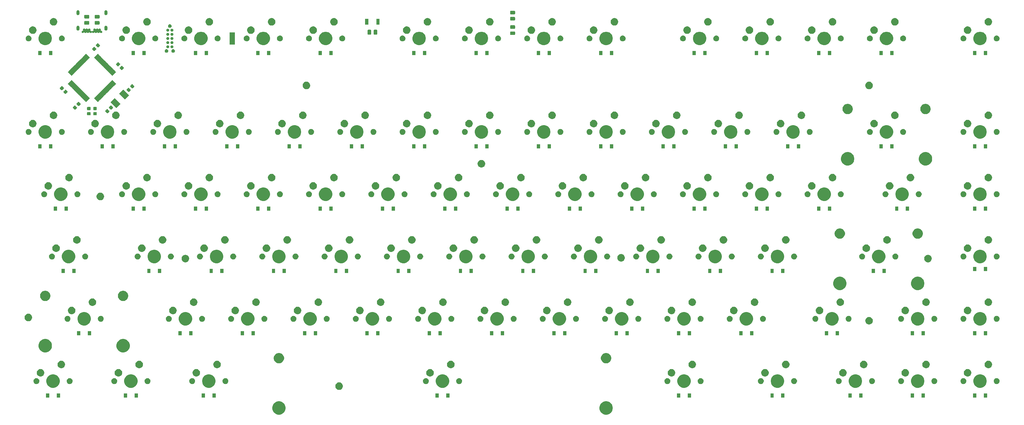
<source format=gbr>
G04 #@! TF.GenerationSoftware,KiCad,Pcbnew,5.1.5-52549c5~84~ubuntu18.04.1*
G04 #@! TF.CreationDate,2020-03-23T20:00:11-05:00*
G04 #@! TF.ProjectId,keyboard-cherry-mx-pcb-mounted,6b657962-6f61-4726-942d-636865727279,rev?*
G04 #@! TF.SameCoordinates,Original*
G04 #@! TF.FileFunction,Soldermask,Bot*
G04 #@! TF.FilePolarity,Negative*
%FSLAX46Y46*%
G04 Gerber Fmt 4.6, Leading zero omitted, Abs format (unit mm)*
G04 Created by KiCad (PCBNEW 5.1.5-52549c5~84~ubuntu18.04.1) date 2020-03-23 20:00:11*
%MOMM*%
%LPD*%
G04 APERTURE LIST*
%ADD10C,0.100000*%
G04 APERTURE END LIST*
D10*
G36*
X94902004Y-163747818D02*
G01*
X95275261Y-163902426D01*
X95275263Y-163902427D01*
X95611186Y-164126884D01*
X95896866Y-164412564D01*
X96121324Y-164748489D01*
X96275932Y-165121746D01*
X96354750Y-165517993D01*
X96354750Y-165922007D01*
X96275932Y-166318254D01*
X96121324Y-166691511D01*
X96121323Y-166691513D01*
X95896866Y-167027436D01*
X95611186Y-167313116D01*
X95275263Y-167537573D01*
X95275262Y-167537574D01*
X95275261Y-167537574D01*
X94902004Y-167692182D01*
X94505757Y-167771000D01*
X94101743Y-167771000D01*
X93705496Y-167692182D01*
X93332239Y-167537574D01*
X93332238Y-167537574D01*
X93332237Y-167537573D01*
X92996314Y-167313116D01*
X92710634Y-167027436D01*
X92486177Y-166691513D01*
X92486176Y-166691511D01*
X92331568Y-166318254D01*
X92252750Y-165922007D01*
X92252750Y-165517993D01*
X92331568Y-165121746D01*
X92486176Y-164748489D01*
X92710634Y-164412564D01*
X92996314Y-164126884D01*
X93332237Y-163902427D01*
X93332239Y-163902426D01*
X93705496Y-163747818D01*
X94101743Y-163669000D01*
X94505757Y-163669000D01*
X94902004Y-163747818D01*
G37*
G36*
X194902004Y-163747818D02*
G01*
X195275261Y-163902426D01*
X195275263Y-163902427D01*
X195611186Y-164126884D01*
X195896866Y-164412564D01*
X196121324Y-164748489D01*
X196275932Y-165121746D01*
X196354750Y-165517993D01*
X196354750Y-165922007D01*
X196275932Y-166318254D01*
X196121324Y-166691511D01*
X196121323Y-166691513D01*
X195896866Y-167027436D01*
X195611186Y-167313116D01*
X195275263Y-167537573D01*
X195275262Y-167537574D01*
X195275261Y-167537574D01*
X194902004Y-167692182D01*
X194505757Y-167771000D01*
X194101743Y-167771000D01*
X193705496Y-167692182D01*
X193332239Y-167537574D01*
X193332238Y-167537574D01*
X193332237Y-167537573D01*
X192996314Y-167313116D01*
X192710634Y-167027436D01*
X192486177Y-166691513D01*
X192486176Y-166691511D01*
X192331568Y-166318254D01*
X192252750Y-165922007D01*
X192252750Y-165517993D01*
X192331568Y-165121746D01*
X192486176Y-164748489D01*
X192710634Y-164412564D01*
X192996314Y-164126884D01*
X193332237Y-163902427D01*
X193332239Y-163902426D01*
X193705496Y-163747818D01*
X194101743Y-163669000D01*
X194505757Y-163669000D01*
X194902004Y-163747818D01*
G37*
G36*
X310761000Y-162576000D02*
G01*
X309759000Y-162576000D01*
X309759000Y-161274000D01*
X310761000Y-161274000D01*
X310761000Y-162576000D01*
G37*
G36*
X245548500Y-162576000D02*
G01*
X244546500Y-162576000D01*
X244546500Y-161274000D01*
X245548500Y-161274000D01*
X245548500Y-162576000D01*
G37*
G36*
X248848500Y-162576000D02*
G01*
X247846500Y-162576000D01*
X247846500Y-161274000D01*
X248848500Y-161274000D01*
X248848500Y-162576000D01*
G37*
G36*
X216973500Y-162576000D02*
G01*
X215971500Y-162576000D01*
X215971500Y-161274000D01*
X216973500Y-161274000D01*
X216973500Y-162576000D01*
G37*
G36*
X220273500Y-162576000D02*
G01*
X219271500Y-162576000D01*
X219271500Y-161274000D01*
X220273500Y-161274000D01*
X220273500Y-162576000D01*
G37*
G36*
X24092250Y-162576000D02*
G01*
X23090250Y-162576000D01*
X23090250Y-161274000D01*
X24092250Y-161274000D01*
X24092250Y-162576000D01*
G37*
G36*
X27392250Y-162576000D02*
G01*
X26390250Y-162576000D01*
X26390250Y-161274000D01*
X27392250Y-161274000D01*
X27392250Y-162576000D01*
G37*
G36*
X51204750Y-162576000D02*
G01*
X50202750Y-162576000D01*
X50202750Y-161274000D01*
X51204750Y-161274000D01*
X51204750Y-162576000D01*
G37*
G36*
X47904750Y-162576000D02*
G01*
X46902750Y-162576000D01*
X46902750Y-161274000D01*
X47904750Y-161274000D01*
X47904750Y-162576000D01*
G37*
G36*
X71717250Y-162576000D02*
G01*
X70715250Y-162576000D01*
X70715250Y-161274000D01*
X71717250Y-161274000D01*
X71717250Y-162576000D01*
G37*
G36*
X146454750Y-162576000D02*
G01*
X145452750Y-162576000D01*
X145452750Y-161274000D01*
X146454750Y-161274000D01*
X146454750Y-162576000D01*
G37*
G36*
X143154750Y-162576000D02*
G01*
X142152750Y-162576000D01*
X142152750Y-161274000D01*
X143154750Y-161274000D01*
X143154750Y-162576000D01*
G37*
G36*
X272661000Y-162576000D02*
G01*
X271659000Y-162576000D01*
X271659000Y-161274000D01*
X272661000Y-161274000D01*
X272661000Y-162576000D01*
G37*
G36*
X269361000Y-162576000D02*
G01*
X268359000Y-162576000D01*
X268359000Y-161274000D01*
X269361000Y-161274000D01*
X269361000Y-162576000D01*
G37*
G36*
X288411000Y-162576000D02*
G01*
X287409000Y-162576000D01*
X287409000Y-161274000D01*
X288411000Y-161274000D01*
X288411000Y-162576000D01*
G37*
G36*
X307461000Y-162576000D02*
G01*
X306459000Y-162576000D01*
X306459000Y-161274000D01*
X307461000Y-161274000D01*
X307461000Y-162576000D01*
G37*
G36*
X291711000Y-162576000D02*
G01*
X290709000Y-162576000D01*
X290709000Y-161274000D01*
X291711000Y-161274000D01*
X291711000Y-162576000D01*
G37*
G36*
X75017250Y-162576000D02*
G01*
X74015250Y-162576000D01*
X74015250Y-161274000D01*
X75017250Y-161274000D01*
X75017250Y-162576000D01*
G37*
G36*
X112924549Y-157896116D02*
G01*
X113035734Y-157918232D01*
X113245203Y-158004997D01*
X113433720Y-158130960D01*
X113594040Y-158291280D01*
X113720003Y-158479797D01*
X113806768Y-158689266D01*
X113851000Y-158911636D01*
X113851000Y-159138364D01*
X113806768Y-159360734D01*
X113720003Y-159570203D01*
X113594040Y-159758720D01*
X113433720Y-159919040D01*
X113245203Y-160045003D01*
X113035734Y-160131768D01*
X112924549Y-160153884D01*
X112813365Y-160176000D01*
X112586635Y-160176000D01*
X112475451Y-160153884D01*
X112364266Y-160131768D01*
X112154797Y-160045003D01*
X111966280Y-159919040D01*
X111805960Y-159758720D01*
X111679997Y-159570203D01*
X111593232Y-159360734D01*
X111549000Y-159138364D01*
X111549000Y-158911636D01*
X111593232Y-158689266D01*
X111679997Y-158479797D01*
X111805960Y-158291280D01*
X111966280Y-158130960D01*
X112154797Y-158004997D01*
X112364266Y-157918232D01*
X112475451Y-157896116D01*
X112586635Y-157874000D01*
X112813365Y-157874000D01*
X112924549Y-157896116D01*
G37*
G36*
X49652004Y-155507818D02*
G01*
X50025261Y-155662426D01*
X50025263Y-155662427D01*
X50361186Y-155886884D01*
X50646866Y-156172564D01*
X50871324Y-156508489D01*
X51025932Y-156881746D01*
X51104750Y-157277993D01*
X51104750Y-157682007D01*
X51025932Y-158078254D01*
X50871324Y-158451511D01*
X50871323Y-158451513D01*
X50646866Y-158787436D01*
X50361186Y-159073116D01*
X50025263Y-159297573D01*
X50025262Y-159297574D01*
X50025261Y-159297574D01*
X49652004Y-159452182D01*
X49255757Y-159531000D01*
X48851743Y-159531000D01*
X48455496Y-159452182D01*
X48082239Y-159297574D01*
X48082238Y-159297574D01*
X48082237Y-159297573D01*
X47746314Y-159073116D01*
X47460634Y-158787436D01*
X47236177Y-158451513D01*
X47236176Y-158451511D01*
X47081568Y-158078254D01*
X47002750Y-157682007D01*
X47002750Y-157277993D01*
X47081568Y-156881746D01*
X47236176Y-156508489D01*
X47460634Y-156172564D01*
X47746314Y-155886884D01*
X48082237Y-155662427D01*
X48082239Y-155662426D01*
X48455496Y-155507818D01*
X48851743Y-155429000D01*
X49255757Y-155429000D01*
X49652004Y-155507818D01*
G37*
G36*
X309208254Y-155507818D02*
G01*
X309581511Y-155662426D01*
X309581513Y-155662427D01*
X309917436Y-155886884D01*
X310203116Y-156172564D01*
X310427574Y-156508489D01*
X310582182Y-156881746D01*
X310661000Y-157277993D01*
X310661000Y-157682007D01*
X310582182Y-158078254D01*
X310427574Y-158451511D01*
X310427573Y-158451513D01*
X310203116Y-158787436D01*
X309917436Y-159073116D01*
X309581513Y-159297573D01*
X309581512Y-159297574D01*
X309581511Y-159297574D01*
X309208254Y-159452182D01*
X308812007Y-159531000D01*
X308407993Y-159531000D01*
X308011746Y-159452182D01*
X307638489Y-159297574D01*
X307638488Y-159297574D01*
X307638487Y-159297573D01*
X307302564Y-159073116D01*
X307016884Y-158787436D01*
X306792427Y-158451513D01*
X306792426Y-158451511D01*
X306637818Y-158078254D01*
X306559000Y-157682007D01*
X306559000Y-157277993D01*
X306637818Y-156881746D01*
X306792426Y-156508489D01*
X307016884Y-156172564D01*
X307302564Y-155886884D01*
X307638487Y-155662427D01*
X307638489Y-155662426D01*
X308011746Y-155507818D01*
X308407993Y-155429000D01*
X308812007Y-155429000D01*
X309208254Y-155507818D01*
G37*
G36*
X290158254Y-155507818D02*
G01*
X290531511Y-155662426D01*
X290531513Y-155662427D01*
X290867436Y-155886884D01*
X291153116Y-156172564D01*
X291377574Y-156508489D01*
X291532182Y-156881746D01*
X291611000Y-157277993D01*
X291611000Y-157682007D01*
X291532182Y-158078254D01*
X291377574Y-158451511D01*
X291377573Y-158451513D01*
X291153116Y-158787436D01*
X290867436Y-159073116D01*
X290531513Y-159297573D01*
X290531512Y-159297574D01*
X290531511Y-159297574D01*
X290158254Y-159452182D01*
X289762007Y-159531000D01*
X289357993Y-159531000D01*
X288961746Y-159452182D01*
X288588489Y-159297574D01*
X288588488Y-159297574D01*
X288588487Y-159297573D01*
X288252564Y-159073116D01*
X287966884Y-158787436D01*
X287742427Y-158451513D01*
X287742426Y-158451511D01*
X287587818Y-158078254D01*
X287509000Y-157682007D01*
X287509000Y-157277993D01*
X287587818Y-156881746D01*
X287742426Y-156508489D01*
X287966884Y-156172564D01*
X288252564Y-155886884D01*
X288588487Y-155662427D01*
X288588489Y-155662426D01*
X288961746Y-155507818D01*
X289357993Y-155429000D01*
X289762007Y-155429000D01*
X290158254Y-155507818D01*
G37*
G36*
X271108254Y-155507818D02*
G01*
X271481511Y-155662426D01*
X271481513Y-155662427D01*
X271817436Y-155886884D01*
X272103116Y-156172564D01*
X272327574Y-156508489D01*
X272482182Y-156881746D01*
X272561000Y-157277993D01*
X272561000Y-157682007D01*
X272482182Y-158078254D01*
X272327574Y-158451511D01*
X272327573Y-158451513D01*
X272103116Y-158787436D01*
X271817436Y-159073116D01*
X271481513Y-159297573D01*
X271481512Y-159297574D01*
X271481511Y-159297574D01*
X271108254Y-159452182D01*
X270712007Y-159531000D01*
X270307993Y-159531000D01*
X269911746Y-159452182D01*
X269538489Y-159297574D01*
X269538488Y-159297574D01*
X269538487Y-159297573D01*
X269202564Y-159073116D01*
X268916884Y-158787436D01*
X268692427Y-158451513D01*
X268692426Y-158451511D01*
X268537818Y-158078254D01*
X268459000Y-157682007D01*
X268459000Y-157277993D01*
X268537818Y-156881746D01*
X268692426Y-156508489D01*
X268916884Y-156172564D01*
X269202564Y-155886884D01*
X269538487Y-155662427D01*
X269538489Y-155662426D01*
X269911746Y-155507818D01*
X270307993Y-155429000D01*
X270712007Y-155429000D01*
X271108254Y-155507818D01*
G37*
G36*
X73464504Y-155507818D02*
G01*
X73837761Y-155662426D01*
X73837763Y-155662427D01*
X74173686Y-155886884D01*
X74459366Y-156172564D01*
X74683824Y-156508489D01*
X74838432Y-156881746D01*
X74917250Y-157277993D01*
X74917250Y-157682007D01*
X74838432Y-158078254D01*
X74683824Y-158451511D01*
X74683823Y-158451513D01*
X74459366Y-158787436D01*
X74173686Y-159073116D01*
X73837763Y-159297573D01*
X73837762Y-159297574D01*
X73837761Y-159297574D01*
X73464504Y-159452182D01*
X73068257Y-159531000D01*
X72664243Y-159531000D01*
X72267996Y-159452182D01*
X71894739Y-159297574D01*
X71894738Y-159297574D01*
X71894737Y-159297573D01*
X71558814Y-159073116D01*
X71273134Y-158787436D01*
X71048677Y-158451513D01*
X71048676Y-158451511D01*
X70894068Y-158078254D01*
X70815250Y-157682007D01*
X70815250Y-157277993D01*
X70894068Y-156881746D01*
X71048676Y-156508489D01*
X71273134Y-156172564D01*
X71558814Y-155886884D01*
X71894737Y-155662427D01*
X71894739Y-155662426D01*
X72267996Y-155507818D01*
X72664243Y-155429000D01*
X73068257Y-155429000D01*
X73464504Y-155507818D01*
G37*
G36*
X25839504Y-155507818D02*
G01*
X26212761Y-155662426D01*
X26212763Y-155662427D01*
X26548686Y-155886884D01*
X26834366Y-156172564D01*
X27058824Y-156508489D01*
X27213432Y-156881746D01*
X27292250Y-157277993D01*
X27292250Y-157682007D01*
X27213432Y-158078254D01*
X27058824Y-158451511D01*
X27058823Y-158451513D01*
X26834366Y-158787436D01*
X26548686Y-159073116D01*
X26212763Y-159297573D01*
X26212762Y-159297574D01*
X26212761Y-159297574D01*
X25839504Y-159452182D01*
X25443257Y-159531000D01*
X25039243Y-159531000D01*
X24642996Y-159452182D01*
X24269739Y-159297574D01*
X24269738Y-159297574D01*
X24269737Y-159297573D01*
X23933814Y-159073116D01*
X23648134Y-158787436D01*
X23423677Y-158451513D01*
X23423676Y-158451511D01*
X23269068Y-158078254D01*
X23190250Y-157682007D01*
X23190250Y-157277993D01*
X23269068Y-156881746D01*
X23423676Y-156508489D01*
X23648134Y-156172564D01*
X23933814Y-155886884D01*
X24269737Y-155662427D01*
X24269739Y-155662426D01*
X24642996Y-155507818D01*
X25039243Y-155429000D01*
X25443257Y-155429000D01*
X25839504Y-155507818D01*
G37*
G36*
X218720754Y-155507818D02*
G01*
X219094011Y-155662426D01*
X219094013Y-155662427D01*
X219429936Y-155886884D01*
X219715616Y-156172564D01*
X219940074Y-156508489D01*
X220094682Y-156881746D01*
X220173500Y-157277993D01*
X220173500Y-157682007D01*
X220094682Y-158078254D01*
X219940074Y-158451511D01*
X219940073Y-158451513D01*
X219715616Y-158787436D01*
X219429936Y-159073116D01*
X219094013Y-159297573D01*
X219094012Y-159297574D01*
X219094011Y-159297574D01*
X218720754Y-159452182D01*
X218324507Y-159531000D01*
X217920493Y-159531000D01*
X217524246Y-159452182D01*
X217150989Y-159297574D01*
X217150988Y-159297574D01*
X217150987Y-159297573D01*
X216815064Y-159073116D01*
X216529384Y-158787436D01*
X216304927Y-158451513D01*
X216304926Y-158451511D01*
X216150318Y-158078254D01*
X216071500Y-157682007D01*
X216071500Y-157277993D01*
X216150318Y-156881746D01*
X216304926Y-156508489D01*
X216529384Y-156172564D01*
X216815064Y-155886884D01*
X217150987Y-155662427D01*
X217150989Y-155662426D01*
X217524246Y-155507818D01*
X217920493Y-155429000D01*
X218324507Y-155429000D01*
X218720754Y-155507818D01*
G37*
G36*
X247295754Y-155507818D02*
G01*
X247669011Y-155662426D01*
X247669013Y-155662427D01*
X248004936Y-155886884D01*
X248290616Y-156172564D01*
X248515074Y-156508489D01*
X248669682Y-156881746D01*
X248748500Y-157277993D01*
X248748500Y-157682007D01*
X248669682Y-158078254D01*
X248515074Y-158451511D01*
X248515073Y-158451513D01*
X248290616Y-158787436D01*
X248004936Y-159073116D01*
X247669013Y-159297573D01*
X247669012Y-159297574D01*
X247669011Y-159297574D01*
X247295754Y-159452182D01*
X246899507Y-159531000D01*
X246495493Y-159531000D01*
X246099246Y-159452182D01*
X245725989Y-159297574D01*
X245725988Y-159297574D01*
X245725987Y-159297573D01*
X245390064Y-159073116D01*
X245104384Y-158787436D01*
X244879927Y-158451513D01*
X244879926Y-158451511D01*
X244725318Y-158078254D01*
X244646500Y-157682007D01*
X244646500Y-157277993D01*
X244725318Y-156881746D01*
X244879926Y-156508489D01*
X245104384Y-156172564D01*
X245390064Y-155886884D01*
X245725987Y-155662427D01*
X245725989Y-155662426D01*
X246099246Y-155507818D01*
X246495493Y-155429000D01*
X246899507Y-155429000D01*
X247295754Y-155507818D01*
G37*
G36*
X144902004Y-155507818D02*
G01*
X145275261Y-155662426D01*
X145275263Y-155662427D01*
X145611186Y-155886884D01*
X145896866Y-156172564D01*
X146121324Y-156508489D01*
X146275932Y-156881746D01*
X146354750Y-157277993D01*
X146354750Y-157682007D01*
X146275932Y-158078254D01*
X146121324Y-158451511D01*
X146121323Y-158451513D01*
X145896866Y-158787436D01*
X145611186Y-159073116D01*
X145275263Y-159297573D01*
X145275262Y-159297574D01*
X145275261Y-159297574D01*
X144902004Y-159452182D01*
X144505757Y-159531000D01*
X144101743Y-159531000D01*
X143705496Y-159452182D01*
X143332239Y-159297574D01*
X143332238Y-159297574D01*
X143332237Y-159297573D01*
X142996314Y-159073116D01*
X142710634Y-158787436D01*
X142486177Y-158451513D01*
X142486176Y-158451511D01*
X142331568Y-158078254D01*
X142252750Y-157682007D01*
X142252750Y-157277993D01*
X142331568Y-156881746D01*
X142486176Y-156508489D01*
X142710634Y-156172564D01*
X142996314Y-155886884D01*
X143332237Y-155662427D01*
X143332239Y-155662426D01*
X143705496Y-155507818D01*
X144101743Y-155429000D01*
X144505757Y-155429000D01*
X144902004Y-155507818D01*
G37*
G36*
X294753512Y-156583927D02*
G01*
X294902812Y-156613624D01*
X295066784Y-156681544D01*
X295214354Y-156780147D01*
X295339853Y-156905646D01*
X295438456Y-157053216D01*
X295506376Y-157217188D01*
X295541000Y-157391259D01*
X295541000Y-157568741D01*
X295506376Y-157742812D01*
X295438456Y-157906784D01*
X295339853Y-158054354D01*
X295214354Y-158179853D01*
X295066784Y-158278456D01*
X294902812Y-158346376D01*
X294753512Y-158376073D01*
X294728742Y-158381000D01*
X294551258Y-158381000D01*
X294526488Y-158376073D01*
X294377188Y-158346376D01*
X294213216Y-158278456D01*
X294065646Y-158179853D01*
X293940147Y-158054354D01*
X293841544Y-157906784D01*
X293773624Y-157742812D01*
X293739000Y-157568741D01*
X293739000Y-157391259D01*
X293773624Y-157217188D01*
X293841544Y-157053216D01*
X293940147Y-156905646D01*
X294065646Y-156780147D01*
X294213216Y-156681544D01*
X294377188Y-156613624D01*
X294526488Y-156583927D01*
X294551258Y-156579000D01*
X294728742Y-156579000D01*
X294753512Y-156583927D01*
G37*
G36*
X54247262Y-156583927D02*
G01*
X54396562Y-156613624D01*
X54560534Y-156681544D01*
X54708104Y-156780147D01*
X54833603Y-156905646D01*
X54932206Y-157053216D01*
X55000126Y-157217188D01*
X55034750Y-157391259D01*
X55034750Y-157568741D01*
X55000126Y-157742812D01*
X54932206Y-157906784D01*
X54833603Y-158054354D01*
X54708104Y-158179853D01*
X54560534Y-158278456D01*
X54396562Y-158346376D01*
X54247262Y-158376073D01*
X54222492Y-158381000D01*
X54045008Y-158381000D01*
X54020238Y-158376073D01*
X53870938Y-158346376D01*
X53706966Y-158278456D01*
X53559396Y-158179853D01*
X53433897Y-158054354D01*
X53335294Y-157906784D01*
X53267374Y-157742812D01*
X53232750Y-157568741D01*
X53232750Y-157391259D01*
X53267374Y-157217188D01*
X53335294Y-157053216D01*
X53433897Y-156905646D01*
X53559396Y-156780147D01*
X53706966Y-156681544D01*
X53870938Y-156613624D01*
X54020238Y-156583927D01*
X54045008Y-156579000D01*
X54222492Y-156579000D01*
X54247262Y-156583927D01*
G37*
G36*
X20274762Y-156583927D02*
G01*
X20424062Y-156613624D01*
X20588034Y-156681544D01*
X20735604Y-156780147D01*
X20861103Y-156905646D01*
X20959706Y-157053216D01*
X21027626Y-157217188D01*
X21062250Y-157391259D01*
X21062250Y-157568741D01*
X21027626Y-157742812D01*
X20959706Y-157906784D01*
X20861103Y-158054354D01*
X20735604Y-158179853D01*
X20588034Y-158278456D01*
X20424062Y-158346376D01*
X20274762Y-158376073D01*
X20249992Y-158381000D01*
X20072508Y-158381000D01*
X20047738Y-158376073D01*
X19898438Y-158346376D01*
X19734466Y-158278456D01*
X19586896Y-158179853D01*
X19461397Y-158054354D01*
X19362794Y-157906784D01*
X19294874Y-157742812D01*
X19260250Y-157568741D01*
X19260250Y-157391259D01*
X19294874Y-157217188D01*
X19362794Y-157053216D01*
X19461397Y-156905646D01*
X19586896Y-156780147D01*
X19734466Y-156681544D01*
X19898438Y-156613624D01*
X20047738Y-156583927D01*
X20072508Y-156579000D01*
X20249992Y-156579000D01*
X20274762Y-156583927D01*
G37*
G36*
X30434762Y-156583927D02*
G01*
X30584062Y-156613624D01*
X30748034Y-156681544D01*
X30895604Y-156780147D01*
X31021103Y-156905646D01*
X31119706Y-157053216D01*
X31187626Y-157217188D01*
X31222250Y-157391259D01*
X31222250Y-157568741D01*
X31187626Y-157742812D01*
X31119706Y-157906784D01*
X31021103Y-158054354D01*
X30895604Y-158179853D01*
X30748034Y-158278456D01*
X30584062Y-158346376D01*
X30434762Y-158376073D01*
X30409992Y-158381000D01*
X30232508Y-158381000D01*
X30207738Y-158376073D01*
X30058438Y-158346376D01*
X29894466Y-158278456D01*
X29746896Y-158179853D01*
X29621397Y-158054354D01*
X29522794Y-157906784D01*
X29454874Y-157742812D01*
X29420250Y-157568741D01*
X29420250Y-157391259D01*
X29454874Y-157217188D01*
X29522794Y-157053216D01*
X29621397Y-156905646D01*
X29746896Y-156780147D01*
X29894466Y-156681544D01*
X30058438Y-156613624D01*
X30207738Y-156583927D01*
X30232508Y-156579000D01*
X30409992Y-156579000D01*
X30434762Y-156583927D01*
G37*
G36*
X67899762Y-156583927D02*
G01*
X68049062Y-156613624D01*
X68213034Y-156681544D01*
X68360604Y-156780147D01*
X68486103Y-156905646D01*
X68584706Y-157053216D01*
X68652626Y-157217188D01*
X68687250Y-157391259D01*
X68687250Y-157568741D01*
X68652626Y-157742812D01*
X68584706Y-157906784D01*
X68486103Y-158054354D01*
X68360604Y-158179853D01*
X68213034Y-158278456D01*
X68049062Y-158346376D01*
X67899762Y-158376073D01*
X67874992Y-158381000D01*
X67697508Y-158381000D01*
X67672738Y-158376073D01*
X67523438Y-158346376D01*
X67359466Y-158278456D01*
X67211896Y-158179853D01*
X67086397Y-158054354D01*
X66987794Y-157906784D01*
X66919874Y-157742812D01*
X66885250Y-157568741D01*
X66885250Y-157391259D01*
X66919874Y-157217188D01*
X66987794Y-157053216D01*
X67086397Y-156905646D01*
X67211896Y-156780147D01*
X67359466Y-156681544D01*
X67523438Y-156613624D01*
X67672738Y-156583927D01*
X67697508Y-156579000D01*
X67874992Y-156579000D01*
X67899762Y-156583927D01*
G37*
G36*
X313803512Y-156583927D02*
G01*
X313952812Y-156613624D01*
X314116784Y-156681544D01*
X314264354Y-156780147D01*
X314389853Y-156905646D01*
X314488456Y-157053216D01*
X314556376Y-157217188D01*
X314591000Y-157391259D01*
X314591000Y-157568741D01*
X314556376Y-157742812D01*
X314488456Y-157906784D01*
X314389853Y-158054354D01*
X314264354Y-158179853D01*
X314116784Y-158278456D01*
X313952812Y-158346376D01*
X313803512Y-158376073D01*
X313778742Y-158381000D01*
X313601258Y-158381000D01*
X313576488Y-158376073D01*
X313427188Y-158346376D01*
X313263216Y-158278456D01*
X313115646Y-158179853D01*
X312990147Y-158054354D01*
X312891544Y-157906784D01*
X312823624Y-157742812D01*
X312789000Y-157568741D01*
X312789000Y-157391259D01*
X312823624Y-157217188D01*
X312891544Y-157053216D01*
X312990147Y-156905646D01*
X313115646Y-156780147D01*
X313263216Y-156681544D01*
X313427188Y-156613624D01*
X313576488Y-156583927D01*
X313601258Y-156579000D01*
X313778742Y-156579000D01*
X313803512Y-156583927D01*
G37*
G36*
X44087262Y-156583927D02*
G01*
X44236562Y-156613624D01*
X44400534Y-156681544D01*
X44548104Y-156780147D01*
X44673603Y-156905646D01*
X44772206Y-157053216D01*
X44840126Y-157217188D01*
X44874750Y-157391259D01*
X44874750Y-157568741D01*
X44840126Y-157742812D01*
X44772206Y-157906784D01*
X44673603Y-158054354D01*
X44548104Y-158179853D01*
X44400534Y-158278456D01*
X44236562Y-158346376D01*
X44087262Y-158376073D01*
X44062492Y-158381000D01*
X43885008Y-158381000D01*
X43860238Y-158376073D01*
X43710938Y-158346376D01*
X43546966Y-158278456D01*
X43399396Y-158179853D01*
X43273897Y-158054354D01*
X43175294Y-157906784D01*
X43107374Y-157742812D01*
X43072750Y-157568741D01*
X43072750Y-157391259D01*
X43107374Y-157217188D01*
X43175294Y-157053216D01*
X43273897Y-156905646D01*
X43399396Y-156780147D01*
X43546966Y-156681544D01*
X43710938Y-156613624D01*
X43860238Y-156583927D01*
X43885008Y-156579000D01*
X44062492Y-156579000D01*
X44087262Y-156583927D01*
G37*
G36*
X275703512Y-156583927D02*
G01*
X275852812Y-156613624D01*
X276016784Y-156681544D01*
X276164354Y-156780147D01*
X276289853Y-156905646D01*
X276388456Y-157053216D01*
X276456376Y-157217188D01*
X276491000Y-157391259D01*
X276491000Y-157568741D01*
X276456376Y-157742812D01*
X276388456Y-157906784D01*
X276289853Y-158054354D01*
X276164354Y-158179853D01*
X276016784Y-158278456D01*
X275852812Y-158346376D01*
X275703512Y-158376073D01*
X275678742Y-158381000D01*
X275501258Y-158381000D01*
X275476488Y-158376073D01*
X275327188Y-158346376D01*
X275163216Y-158278456D01*
X275015646Y-158179853D01*
X274890147Y-158054354D01*
X274791544Y-157906784D01*
X274723624Y-157742812D01*
X274689000Y-157568741D01*
X274689000Y-157391259D01*
X274723624Y-157217188D01*
X274791544Y-157053216D01*
X274890147Y-156905646D01*
X275015646Y-156780147D01*
X275163216Y-156681544D01*
X275327188Y-156613624D01*
X275476488Y-156583927D01*
X275501258Y-156579000D01*
X275678742Y-156579000D01*
X275703512Y-156583927D01*
G37*
G36*
X78059762Y-156583927D02*
G01*
X78209062Y-156613624D01*
X78373034Y-156681544D01*
X78520604Y-156780147D01*
X78646103Y-156905646D01*
X78744706Y-157053216D01*
X78812626Y-157217188D01*
X78847250Y-157391259D01*
X78847250Y-157568741D01*
X78812626Y-157742812D01*
X78744706Y-157906784D01*
X78646103Y-158054354D01*
X78520604Y-158179853D01*
X78373034Y-158278456D01*
X78209062Y-158346376D01*
X78059762Y-158376073D01*
X78034992Y-158381000D01*
X77857508Y-158381000D01*
X77832738Y-158376073D01*
X77683438Y-158346376D01*
X77519466Y-158278456D01*
X77371896Y-158179853D01*
X77246397Y-158054354D01*
X77147794Y-157906784D01*
X77079874Y-157742812D01*
X77045250Y-157568741D01*
X77045250Y-157391259D01*
X77079874Y-157217188D01*
X77147794Y-157053216D01*
X77246397Y-156905646D01*
X77371896Y-156780147D01*
X77519466Y-156681544D01*
X77683438Y-156613624D01*
X77832738Y-156583927D01*
X77857508Y-156579000D01*
X78034992Y-156579000D01*
X78059762Y-156583927D01*
G37*
G36*
X149497262Y-156583927D02*
G01*
X149646562Y-156613624D01*
X149810534Y-156681544D01*
X149958104Y-156780147D01*
X150083603Y-156905646D01*
X150182206Y-157053216D01*
X150250126Y-157217188D01*
X150284750Y-157391259D01*
X150284750Y-157568741D01*
X150250126Y-157742812D01*
X150182206Y-157906784D01*
X150083603Y-158054354D01*
X149958104Y-158179853D01*
X149810534Y-158278456D01*
X149646562Y-158346376D01*
X149497262Y-158376073D01*
X149472492Y-158381000D01*
X149295008Y-158381000D01*
X149270238Y-158376073D01*
X149120938Y-158346376D01*
X148956966Y-158278456D01*
X148809396Y-158179853D01*
X148683897Y-158054354D01*
X148585294Y-157906784D01*
X148517374Y-157742812D01*
X148482750Y-157568741D01*
X148482750Y-157391259D01*
X148517374Y-157217188D01*
X148585294Y-157053216D01*
X148683897Y-156905646D01*
X148809396Y-156780147D01*
X148956966Y-156681544D01*
X149120938Y-156613624D01*
X149270238Y-156583927D01*
X149295008Y-156579000D01*
X149472492Y-156579000D01*
X149497262Y-156583927D01*
G37*
G36*
X139337262Y-156583927D02*
G01*
X139486562Y-156613624D01*
X139650534Y-156681544D01*
X139798104Y-156780147D01*
X139923603Y-156905646D01*
X140022206Y-157053216D01*
X140090126Y-157217188D01*
X140124750Y-157391259D01*
X140124750Y-157568741D01*
X140090126Y-157742812D01*
X140022206Y-157906784D01*
X139923603Y-158054354D01*
X139798104Y-158179853D01*
X139650534Y-158278456D01*
X139486562Y-158346376D01*
X139337262Y-158376073D01*
X139312492Y-158381000D01*
X139135008Y-158381000D01*
X139110238Y-158376073D01*
X138960938Y-158346376D01*
X138796966Y-158278456D01*
X138649396Y-158179853D01*
X138523897Y-158054354D01*
X138425294Y-157906784D01*
X138357374Y-157742812D01*
X138322750Y-157568741D01*
X138322750Y-157391259D01*
X138357374Y-157217188D01*
X138425294Y-157053216D01*
X138523897Y-156905646D01*
X138649396Y-156780147D01*
X138796966Y-156681544D01*
X138960938Y-156613624D01*
X139110238Y-156583927D01*
X139135008Y-156579000D01*
X139312492Y-156579000D01*
X139337262Y-156583927D01*
G37*
G36*
X284593512Y-156583927D02*
G01*
X284742812Y-156613624D01*
X284906784Y-156681544D01*
X285054354Y-156780147D01*
X285179853Y-156905646D01*
X285278456Y-157053216D01*
X285346376Y-157217188D01*
X285381000Y-157391259D01*
X285381000Y-157568741D01*
X285346376Y-157742812D01*
X285278456Y-157906784D01*
X285179853Y-158054354D01*
X285054354Y-158179853D01*
X284906784Y-158278456D01*
X284742812Y-158346376D01*
X284593512Y-158376073D01*
X284568742Y-158381000D01*
X284391258Y-158381000D01*
X284366488Y-158376073D01*
X284217188Y-158346376D01*
X284053216Y-158278456D01*
X283905646Y-158179853D01*
X283780147Y-158054354D01*
X283681544Y-157906784D01*
X283613624Y-157742812D01*
X283579000Y-157568741D01*
X283579000Y-157391259D01*
X283613624Y-157217188D01*
X283681544Y-157053216D01*
X283780147Y-156905646D01*
X283905646Y-156780147D01*
X284053216Y-156681544D01*
X284217188Y-156613624D01*
X284366488Y-156583927D01*
X284391258Y-156579000D01*
X284568742Y-156579000D01*
X284593512Y-156583927D01*
G37*
G36*
X251891012Y-156583927D02*
G01*
X252040312Y-156613624D01*
X252204284Y-156681544D01*
X252351854Y-156780147D01*
X252477353Y-156905646D01*
X252575956Y-157053216D01*
X252643876Y-157217188D01*
X252678500Y-157391259D01*
X252678500Y-157568741D01*
X252643876Y-157742812D01*
X252575956Y-157906784D01*
X252477353Y-158054354D01*
X252351854Y-158179853D01*
X252204284Y-158278456D01*
X252040312Y-158346376D01*
X251891012Y-158376073D01*
X251866242Y-158381000D01*
X251688758Y-158381000D01*
X251663988Y-158376073D01*
X251514688Y-158346376D01*
X251350716Y-158278456D01*
X251203146Y-158179853D01*
X251077647Y-158054354D01*
X250979044Y-157906784D01*
X250911124Y-157742812D01*
X250876500Y-157568741D01*
X250876500Y-157391259D01*
X250911124Y-157217188D01*
X250979044Y-157053216D01*
X251077647Y-156905646D01*
X251203146Y-156780147D01*
X251350716Y-156681544D01*
X251514688Y-156613624D01*
X251663988Y-156583927D01*
X251688758Y-156579000D01*
X251866242Y-156579000D01*
X251891012Y-156583927D01*
G37*
G36*
X241731012Y-156583927D02*
G01*
X241880312Y-156613624D01*
X242044284Y-156681544D01*
X242191854Y-156780147D01*
X242317353Y-156905646D01*
X242415956Y-157053216D01*
X242483876Y-157217188D01*
X242518500Y-157391259D01*
X242518500Y-157568741D01*
X242483876Y-157742812D01*
X242415956Y-157906784D01*
X242317353Y-158054354D01*
X242191854Y-158179853D01*
X242044284Y-158278456D01*
X241880312Y-158346376D01*
X241731012Y-158376073D01*
X241706242Y-158381000D01*
X241528758Y-158381000D01*
X241503988Y-158376073D01*
X241354688Y-158346376D01*
X241190716Y-158278456D01*
X241043146Y-158179853D01*
X240917647Y-158054354D01*
X240819044Y-157906784D01*
X240751124Y-157742812D01*
X240716500Y-157568741D01*
X240716500Y-157391259D01*
X240751124Y-157217188D01*
X240819044Y-157053216D01*
X240917647Y-156905646D01*
X241043146Y-156780147D01*
X241190716Y-156681544D01*
X241354688Y-156613624D01*
X241503988Y-156583927D01*
X241528758Y-156579000D01*
X241706242Y-156579000D01*
X241731012Y-156583927D01*
G37*
G36*
X303643512Y-156583927D02*
G01*
X303792812Y-156613624D01*
X303956784Y-156681544D01*
X304104354Y-156780147D01*
X304229853Y-156905646D01*
X304328456Y-157053216D01*
X304396376Y-157217188D01*
X304431000Y-157391259D01*
X304431000Y-157568741D01*
X304396376Y-157742812D01*
X304328456Y-157906784D01*
X304229853Y-158054354D01*
X304104354Y-158179853D01*
X303956784Y-158278456D01*
X303792812Y-158346376D01*
X303643512Y-158376073D01*
X303618742Y-158381000D01*
X303441258Y-158381000D01*
X303416488Y-158376073D01*
X303267188Y-158346376D01*
X303103216Y-158278456D01*
X302955646Y-158179853D01*
X302830147Y-158054354D01*
X302731544Y-157906784D01*
X302663624Y-157742812D01*
X302629000Y-157568741D01*
X302629000Y-157391259D01*
X302663624Y-157217188D01*
X302731544Y-157053216D01*
X302830147Y-156905646D01*
X302955646Y-156780147D01*
X303103216Y-156681544D01*
X303267188Y-156613624D01*
X303416488Y-156583927D01*
X303441258Y-156579000D01*
X303618742Y-156579000D01*
X303643512Y-156583927D01*
G37*
G36*
X265543512Y-156583927D02*
G01*
X265692812Y-156613624D01*
X265856784Y-156681544D01*
X266004354Y-156780147D01*
X266129853Y-156905646D01*
X266228456Y-157053216D01*
X266296376Y-157217188D01*
X266331000Y-157391259D01*
X266331000Y-157568741D01*
X266296376Y-157742812D01*
X266228456Y-157906784D01*
X266129853Y-158054354D01*
X266004354Y-158179853D01*
X265856784Y-158278456D01*
X265692812Y-158346376D01*
X265543512Y-158376073D01*
X265518742Y-158381000D01*
X265341258Y-158381000D01*
X265316488Y-158376073D01*
X265167188Y-158346376D01*
X265003216Y-158278456D01*
X264855646Y-158179853D01*
X264730147Y-158054354D01*
X264631544Y-157906784D01*
X264563624Y-157742812D01*
X264529000Y-157568741D01*
X264529000Y-157391259D01*
X264563624Y-157217188D01*
X264631544Y-157053216D01*
X264730147Y-156905646D01*
X264855646Y-156780147D01*
X265003216Y-156681544D01*
X265167188Y-156613624D01*
X265316488Y-156583927D01*
X265341258Y-156579000D01*
X265518742Y-156579000D01*
X265543512Y-156583927D01*
G37*
G36*
X213156012Y-156583927D02*
G01*
X213305312Y-156613624D01*
X213469284Y-156681544D01*
X213616854Y-156780147D01*
X213742353Y-156905646D01*
X213840956Y-157053216D01*
X213908876Y-157217188D01*
X213943500Y-157391259D01*
X213943500Y-157568741D01*
X213908876Y-157742812D01*
X213840956Y-157906784D01*
X213742353Y-158054354D01*
X213616854Y-158179853D01*
X213469284Y-158278456D01*
X213305312Y-158346376D01*
X213156012Y-158376073D01*
X213131242Y-158381000D01*
X212953758Y-158381000D01*
X212928988Y-158376073D01*
X212779688Y-158346376D01*
X212615716Y-158278456D01*
X212468146Y-158179853D01*
X212342647Y-158054354D01*
X212244044Y-157906784D01*
X212176124Y-157742812D01*
X212141500Y-157568741D01*
X212141500Y-157391259D01*
X212176124Y-157217188D01*
X212244044Y-157053216D01*
X212342647Y-156905646D01*
X212468146Y-156780147D01*
X212615716Y-156681544D01*
X212779688Y-156613624D01*
X212928988Y-156583927D01*
X212953758Y-156579000D01*
X213131242Y-156579000D01*
X213156012Y-156583927D01*
G37*
G36*
X223316012Y-156583927D02*
G01*
X223465312Y-156613624D01*
X223629284Y-156681544D01*
X223776854Y-156780147D01*
X223902353Y-156905646D01*
X224000956Y-157053216D01*
X224068876Y-157217188D01*
X224103500Y-157391259D01*
X224103500Y-157568741D01*
X224068876Y-157742812D01*
X224000956Y-157906784D01*
X223902353Y-158054354D01*
X223776854Y-158179853D01*
X223629284Y-158278456D01*
X223465312Y-158346376D01*
X223316012Y-158376073D01*
X223291242Y-158381000D01*
X223113758Y-158381000D01*
X223088988Y-158376073D01*
X222939688Y-158346376D01*
X222775716Y-158278456D01*
X222628146Y-158179853D01*
X222502647Y-158054354D01*
X222404044Y-157906784D01*
X222336124Y-157742812D01*
X222301500Y-157568741D01*
X222301500Y-157391259D01*
X222336124Y-157217188D01*
X222404044Y-157053216D01*
X222502647Y-156905646D01*
X222628146Y-156780147D01*
X222775716Y-156681544D01*
X222939688Y-156613624D01*
X223088988Y-156583927D01*
X223113758Y-156579000D01*
X223291242Y-156579000D01*
X223316012Y-156583927D01*
G37*
G36*
X214537049Y-153811116D02*
G01*
X214648234Y-153833232D01*
X214857703Y-153919997D01*
X215046220Y-154045960D01*
X215206540Y-154206280D01*
X215332503Y-154394797D01*
X215419268Y-154604266D01*
X215463500Y-154826636D01*
X215463500Y-155053364D01*
X215419268Y-155275734D01*
X215332503Y-155485203D01*
X215206540Y-155673720D01*
X215046220Y-155834040D01*
X214857703Y-155960003D01*
X214648234Y-156046768D01*
X214537049Y-156068884D01*
X214425865Y-156091000D01*
X214199135Y-156091000D01*
X214087951Y-156068884D01*
X213976766Y-156046768D01*
X213767297Y-155960003D01*
X213578780Y-155834040D01*
X213418460Y-155673720D01*
X213292497Y-155485203D01*
X213205732Y-155275734D01*
X213161500Y-155053364D01*
X213161500Y-154826636D01*
X213205732Y-154604266D01*
X213292497Y-154394797D01*
X213418460Y-154206280D01*
X213578780Y-154045960D01*
X213767297Y-153919997D01*
X213976766Y-153833232D01*
X214087951Y-153811116D01*
X214199135Y-153789000D01*
X214425865Y-153789000D01*
X214537049Y-153811116D01*
G37*
G36*
X305024549Y-153811116D02*
G01*
X305135734Y-153833232D01*
X305345203Y-153919997D01*
X305533720Y-154045960D01*
X305694040Y-154206280D01*
X305820003Y-154394797D01*
X305906768Y-154604266D01*
X305951000Y-154826636D01*
X305951000Y-155053364D01*
X305906768Y-155275734D01*
X305820003Y-155485203D01*
X305694040Y-155673720D01*
X305533720Y-155834040D01*
X305345203Y-155960003D01*
X305135734Y-156046768D01*
X305024549Y-156068884D01*
X304913365Y-156091000D01*
X304686635Y-156091000D01*
X304575451Y-156068884D01*
X304464266Y-156046768D01*
X304254797Y-155960003D01*
X304066280Y-155834040D01*
X303905960Y-155673720D01*
X303779997Y-155485203D01*
X303693232Y-155275734D01*
X303649000Y-155053364D01*
X303649000Y-154826636D01*
X303693232Y-154604266D01*
X303779997Y-154394797D01*
X303905960Y-154206280D01*
X304066280Y-154045960D01*
X304254797Y-153919997D01*
X304464266Y-153833232D01*
X304575451Y-153811116D01*
X304686635Y-153789000D01*
X304913365Y-153789000D01*
X305024549Y-153811116D01*
G37*
G36*
X266924549Y-153811116D02*
G01*
X267035734Y-153833232D01*
X267245203Y-153919997D01*
X267433720Y-154045960D01*
X267594040Y-154206280D01*
X267720003Y-154394797D01*
X267806768Y-154604266D01*
X267851000Y-154826636D01*
X267851000Y-155053364D01*
X267806768Y-155275734D01*
X267720003Y-155485203D01*
X267594040Y-155673720D01*
X267433720Y-155834040D01*
X267245203Y-155960003D01*
X267035734Y-156046768D01*
X266924549Y-156068884D01*
X266813365Y-156091000D01*
X266586635Y-156091000D01*
X266475451Y-156068884D01*
X266364266Y-156046768D01*
X266154797Y-155960003D01*
X265966280Y-155834040D01*
X265805960Y-155673720D01*
X265679997Y-155485203D01*
X265593232Y-155275734D01*
X265549000Y-155053364D01*
X265549000Y-154826636D01*
X265593232Y-154604266D01*
X265679997Y-154394797D01*
X265805960Y-154206280D01*
X265966280Y-154045960D01*
X266154797Y-153919997D01*
X266364266Y-153833232D01*
X266475451Y-153811116D01*
X266586635Y-153789000D01*
X266813365Y-153789000D01*
X266924549Y-153811116D01*
G37*
G36*
X243112049Y-153811116D02*
G01*
X243223234Y-153833232D01*
X243432703Y-153919997D01*
X243621220Y-154045960D01*
X243781540Y-154206280D01*
X243907503Y-154394797D01*
X243994268Y-154604266D01*
X244038500Y-154826636D01*
X244038500Y-155053364D01*
X243994268Y-155275734D01*
X243907503Y-155485203D01*
X243781540Y-155673720D01*
X243621220Y-155834040D01*
X243432703Y-155960003D01*
X243223234Y-156046768D01*
X243112049Y-156068884D01*
X243000865Y-156091000D01*
X242774135Y-156091000D01*
X242662951Y-156068884D01*
X242551766Y-156046768D01*
X242342297Y-155960003D01*
X242153780Y-155834040D01*
X241993460Y-155673720D01*
X241867497Y-155485203D01*
X241780732Y-155275734D01*
X241736500Y-155053364D01*
X241736500Y-154826636D01*
X241780732Y-154604266D01*
X241867497Y-154394797D01*
X241993460Y-154206280D01*
X242153780Y-154045960D01*
X242342297Y-153919997D01*
X242551766Y-153833232D01*
X242662951Y-153811116D01*
X242774135Y-153789000D01*
X243000865Y-153789000D01*
X243112049Y-153811116D01*
G37*
G36*
X140718299Y-153811116D02*
G01*
X140829484Y-153833232D01*
X141038953Y-153919997D01*
X141227470Y-154045960D01*
X141387790Y-154206280D01*
X141513753Y-154394797D01*
X141600518Y-154604266D01*
X141644750Y-154826636D01*
X141644750Y-155053364D01*
X141600518Y-155275734D01*
X141513753Y-155485203D01*
X141387790Y-155673720D01*
X141227470Y-155834040D01*
X141038953Y-155960003D01*
X140829484Y-156046768D01*
X140718299Y-156068884D01*
X140607115Y-156091000D01*
X140380385Y-156091000D01*
X140269201Y-156068884D01*
X140158016Y-156046768D01*
X139948547Y-155960003D01*
X139760030Y-155834040D01*
X139599710Y-155673720D01*
X139473747Y-155485203D01*
X139386982Y-155275734D01*
X139342750Y-155053364D01*
X139342750Y-154826636D01*
X139386982Y-154604266D01*
X139473747Y-154394797D01*
X139599710Y-154206280D01*
X139760030Y-154045960D01*
X139948547Y-153919997D01*
X140158016Y-153833232D01*
X140269201Y-153811116D01*
X140380385Y-153789000D01*
X140607115Y-153789000D01*
X140718299Y-153811116D01*
G37*
G36*
X69280799Y-153811116D02*
G01*
X69391984Y-153833232D01*
X69601453Y-153919997D01*
X69789970Y-154045960D01*
X69950290Y-154206280D01*
X70076253Y-154394797D01*
X70163018Y-154604266D01*
X70207250Y-154826636D01*
X70207250Y-155053364D01*
X70163018Y-155275734D01*
X70076253Y-155485203D01*
X69950290Y-155673720D01*
X69789970Y-155834040D01*
X69601453Y-155960003D01*
X69391984Y-156046768D01*
X69280799Y-156068884D01*
X69169615Y-156091000D01*
X68942885Y-156091000D01*
X68831701Y-156068884D01*
X68720516Y-156046768D01*
X68511047Y-155960003D01*
X68322530Y-155834040D01*
X68162210Y-155673720D01*
X68036247Y-155485203D01*
X67949482Y-155275734D01*
X67905250Y-155053364D01*
X67905250Y-154826636D01*
X67949482Y-154604266D01*
X68036247Y-154394797D01*
X68162210Y-154206280D01*
X68322530Y-154045960D01*
X68511047Y-153919997D01*
X68720516Y-153833232D01*
X68831701Y-153811116D01*
X68942885Y-153789000D01*
X69169615Y-153789000D01*
X69280799Y-153811116D01*
G37*
G36*
X285974549Y-153811116D02*
G01*
X286085734Y-153833232D01*
X286295203Y-153919997D01*
X286483720Y-154045960D01*
X286644040Y-154206280D01*
X286770003Y-154394797D01*
X286856768Y-154604266D01*
X286901000Y-154826636D01*
X286901000Y-155053364D01*
X286856768Y-155275734D01*
X286770003Y-155485203D01*
X286644040Y-155673720D01*
X286483720Y-155834040D01*
X286295203Y-155960003D01*
X286085734Y-156046768D01*
X285974549Y-156068884D01*
X285863365Y-156091000D01*
X285636635Y-156091000D01*
X285525451Y-156068884D01*
X285414266Y-156046768D01*
X285204797Y-155960003D01*
X285016280Y-155834040D01*
X284855960Y-155673720D01*
X284729997Y-155485203D01*
X284643232Y-155275734D01*
X284599000Y-155053364D01*
X284599000Y-154826636D01*
X284643232Y-154604266D01*
X284729997Y-154394797D01*
X284855960Y-154206280D01*
X285016280Y-154045960D01*
X285204797Y-153919997D01*
X285414266Y-153833232D01*
X285525451Y-153811116D01*
X285636635Y-153789000D01*
X285863365Y-153789000D01*
X285974549Y-153811116D01*
G37*
G36*
X21655799Y-153811116D02*
G01*
X21766984Y-153833232D01*
X21976453Y-153919997D01*
X22164970Y-154045960D01*
X22325290Y-154206280D01*
X22451253Y-154394797D01*
X22538018Y-154604266D01*
X22582250Y-154826636D01*
X22582250Y-155053364D01*
X22538018Y-155275734D01*
X22451253Y-155485203D01*
X22325290Y-155673720D01*
X22164970Y-155834040D01*
X21976453Y-155960003D01*
X21766984Y-156046768D01*
X21655799Y-156068884D01*
X21544615Y-156091000D01*
X21317885Y-156091000D01*
X21206701Y-156068884D01*
X21095516Y-156046768D01*
X20886047Y-155960003D01*
X20697530Y-155834040D01*
X20537210Y-155673720D01*
X20411247Y-155485203D01*
X20324482Y-155275734D01*
X20280250Y-155053364D01*
X20280250Y-154826636D01*
X20324482Y-154604266D01*
X20411247Y-154394797D01*
X20537210Y-154206280D01*
X20697530Y-154045960D01*
X20886047Y-153919997D01*
X21095516Y-153833232D01*
X21206701Y-153811116D01*
X21317885Y-153789000D01*
X21544615Y-153789000D01*
X21655799Y-153811116D01*
G37*
G36*
X45468299Y-153811116D02*
G01*
X45579484Y-153833232D01*
X45788953Y-153919997D01*
X45977470Y-154045960D01*
X46137790Y-154206280D01*
X46263753Y-154394797D01*
X46350518Y-154604266D01*
X46394750Y-154826636D01*
X46394750Y-155053364D01*
X46350518Y-155275734D01*
X46263753Y-155485203D01*
X46137790Y-155673720D01*
X45977470Y-155834040D01*
X45788953Y-155960003D01*
X45579484Y-156046768D01*
X45468299Y-156068884D01*
X45357115Y-156091000D01*
X45130385Y-156091000D01*
X45019201Y-156068884D01*
X44908016Y-156046768D01*
X44698547Y-155960003D01*
X44510030Y-155834040D01*
X44349710Y-155673720D01*
X44223747Y-155485203D01*
X44136982Y-155275734D01*
X44092750Y-155053364D01*
X44092750Y-154826636D01*
X44136982Y-154604266D01*
X44223747Y-154394797D01*
X44349710Y-154206280D01*
X44510030Y-154045960D01*
X44698547Y-153919997D01*
X44908016Y-153833232D01*
X45019201Y-153811116D01*
X45130385Y-153789000D01*
X45357115Y-153789000D01*
X45468299Y-153811116D01*
G37*
G36*
X292324549Y-151271116D02*
G01*
X292435734Y-151293232D01*
X292645203Y-151379997D01*
X292833720Y-151505960D01*
X292994040Y-151666280D01*
X293120003Y-151854797D01*
X293206768Y-152064266D01*
X293251000Y-152286636D01*
X293251000Y-152513364D01*
X293206768Y-152735734D01*
X293120003Y-152945203D01*
X292994040Y-153133720D01*
X292833720Y-153294040D01*
X292645203Y-153420003D01*
X292435734Y-153506768D01*
X292324549Y-153528884D01*
X292213365Y-153551000D01*
X291986635Y-153551000D01*
X291875451Y-153528884D01*
X291764266Y-153506768D01*
X291554797Y-153420003D01*
X291366280Y-153294040D01*
X291205960Y-153133720D01*
X291079997Y-152945203D01*
X290993232Y-152735734D01*
X290949000Y-152513364D01*
X290949000Y-152286636D01*
X290993232Y-152064266D01*
X291079997Y-151854797D01*
X291205960Y-151666280D01*
X291366280Y-151505960D01*
X291554797Y-151379997D01*
X291764266Y-151293232D01*
X291875451Y-151271116D01*
X291986635Y-151249000D01*
X292213365Y-151249000D01*
X292324549Y-151271116D01*
G37*
G36*
X311374549Y-151271116D02*
G01*
X311485734Y-151293232D01*
X311695203Y-151379997D01*
X311883720Y-151505960D01*
X312044040Y-151666280D01*
X312170003Y-151854797D01*
X312256768Y-152064266D01*
X312301000Y-152286636D01*
X312301000Y-152513364D01*
X312256768Y-152735734D01*
X312170003Y-152945203D01*
X312044040Y-153133720D01*
X311883720Y-153294040D01*
X311695203Y-153420003D01*
X311485734Y-153506768D01*
X311374549Y-153528884D01*
X311263365Y-153551000D01*
X311036635Y-153551000D01*
X310925451Y-153528884D01*
X310814266Y-153506768D01*
X310604797Y-153420003D01*
X310416280Y-153294040D01*
X310255960Y-153133720D01*
X310129997Y-152945203D01*
X310043232Y-152735734D01*
X309999000Y-152513364D01*
X309999000Y-152286636D01*
X310043232Y-152064266D01*
X310129997Y-151854797D01*
X310255960Y-151666280D01*
X310416280Y-151505960D01*
X310604797Y-151379997D01*
X310814266Y-151293232D01*
X310925451Y-151271116D01*
X311036635Y-151249000D01*
X311263365Y-151249000D01*
X311374549Y-151271116D01*
G37*
G36*
X273274549Y-151271116D02*
G01*
X273385734Y-151293232D01*
X273595203Y-151379997D01*
X273783720Y-151505960D01*
X273944040Y-151666280D01*
X274070003Y-151854797D01*
X274156768Y-152064266D01*
X274201000Y-152286636D01*
X274201000Y-152513364D01*
X274156768Y-152735734D01*
X274070003Y-152945203D01*
X273944040Y-153133720D01*
X273783720Y-153294040D01*
X273595203Y-153420003D01*
X273385734Y-153506768D01*
X273274549Y-153528884D01*
X273163365Y-153551000D01*
X272936635Y-153551000D01*
X272825451Y-153528884D01*
X272714266Y-153506768D01*
X272504797Y-153420003D01*
X272316280Y-153294040D01*
X272155960Y-153133720D01*
X272029997Y-152945203D01*
X271943232Y-152735734D01*
X271899000Y-152513364D01*
X271899000Y-152286636D01*
X271943232Y-152064266D01*
X272029997Y-151854797D01*
X272155960Y-151666280D01*
X272316280Y-151505960D01*
X272504797Y-151379997D01*
X272714266Y-151293232D01*
X272825451Y-151271116D01*
X272936635Y-151249000D01*
X273163365Y-151249000D01*
X273274549Y-151271116D01*
G37*
G36*
X75630799Y-151271116D02*
G01*
X75741984Y-151293232D01*
X75951453Y-151379997D01*
X76139970Y-151505960D01*
X76300290Y-151666280D01*
X76426253Y-151854797D01*
X76513018Y-152064266D01*
X76557250Y-152286636D01*
X76557250Y-152513364D01*
X76513018Y-152735734D01*
X76426253Y-152945203D01*
X76300290Y-153133720D01*
X76139970Y-153294040D01*
X75951453Y-153420003D01*
X75741984Y-153506768D01*
X75630799Y-153528884D01*
X75519615Y-153551000D01*
X75292885Y-153551000D01*
X75181701Y-153528884D01*
X75070516Y-153506768D01*
X74861047Y-153420003D01*
X74672530Y-153294040D01*
X74512210Y-153133720D01*
X74386247Y-152945203D01*
X74299482Y-152735734D01*
X74255250Y-152513364D01*
X74255250Y-152286636D01*
X74299482Y-152064266D01*
X74386247Y-151854797D01*
X74512210Y-151666280D01*
X74672530Y-151505960D01*
X74861047Y-151379997D01*
X75070516Y-151293232D01*
X75181701Y-151271116D01*
X75292885Y-151249000D01*
X75519615Y-151249000D01*
X75630799Y-151271116D01*
G37*
G36*
X51818299Y-151271116D02*
G01*
X51929484Y-151293232D01*
X52138953Y-151379997D01*
X52327470Y-151505960D01*
X52487790Y-151666280D01*
X52613753Y-151854797D01*
X52700518Y-152064266D01*
X52744750Y-152286636D01*
X52744750Y-152513364D01*
X52700518Y-152735734D01*
X52613753Y-152945203D01*
X52487790Y-153133720D01*
X52327470Y-153294040D01*
X52138953Y-153420003D01*
X51929484Y-153506768D01*
X51818299Y-153528884D01*
X51707115Y-153551000D01*
X51480385Y-153551000D01*
X51369201Y-153528884D01*
X51258016Y-153506768D01*
X51048547Y-153420003D01*
X50860030Y-153294040D01*
X50699710Y-153133720D01*
X50573747Y-152945203D01*
X50486982Y-152735734D01*
X50442750Y-152513364D01*
X50442750Y-152286636D01*
X50486982Y-152064266D01*
X50573747Y-151854797D01*
X50699710Y-151666280D01*
X50860030Y-151505960D01*
X51048547Y-151379997D01*
X51258016Y-151293232D01*
X51369201Y-151271116D01*
X51480385Y-151249000D01*
X51707115Y-151249000D01*
X51818299Y-151271116D01*
G37*
G36*
X28005799Y-151271116D02*
G01*
X28116984Y-151293232D01*
X28326453Y-151379997D01*
X28514970Y-151505960D01*
X28675290Y-151666280D01*
X28801253Y-151854797D01*
X28888018Y-152064266D01*
X28932250Y-152286636D01*
X28932250Y-152513364D01*
X28888018Y-152735734D01*
X28801253Y-152945203D01*
X28675290Y-153133720D01*
X28514970Y-153294040D01*
X28326453Y-153420003D01*
X28116984Y-153506768D01*
X28005799Y-153528884D01*
X27894615Y-153551000D01*
X27667885Y-153551000D01*
X27556701Y-153528884D01*
X27445516Y-153506768D01*
X27236047Y-153420003D01*
X27047530Y-153294040D01*
X26887210Y-153133720D01*
X26761247Y-152945203D01*
X26674482Y-152735734D01*
X26630250Y-152513364D01*
X26630250Y-152286636D01*
X26674482Y-152064266D01*
X26761247Y-151854797D01*
X26887210Y-151666280D01*
X27047530Y-151505960D01*
X27236047Y-151379997D01*
X27445516Y-151293232D01*
X27556701Y-151271116D01*
X27667885Y-151249000D01*
X27894615Y-151249000D01*
X28005799Y-151271116D01*
G37*
G36*
X220887049Y-151271116D02*
G01*
X220998234Y-151293232D01*
X221207703Y-151379997D01*
X221396220Y-151505960D01*
X221556540Y-151666280D01*
X221682503Y-151854797D01*
X221769268Y-152064266D01*
X221813500Y-152286636D01*
X221813500Y-152513364D01*
X221769268Y-152735734D01*
X221682503Y-152945203D01*
X221556540Y-153133720D01*
X221396220Y-153294040D01*
X221207703Y-153420003D01*
X220998234Y-153506768D01*
X220887049Y-153528884D01*
X220775865Y-153551000D01*
X220549135Y-153551000D01*
X220437951Y-153528884D01*
X220326766Y-153506768D01*
X220117297Y-153420003D01*
X219928780Y-153294040D01*
X219768460Y-153133720D01*
X219642497Y-152945203D01*
X219555732Y-152735734D01*
X219511500Y-152513364D01*
X219511500Y-152286636D01*
X219555732Y-152064266D01*
X219642497Y-151854797D01*
X219768460Y-151666280D01*
X219928780Y-151505960D01*
X220117297Y-151379997D01*
X220326766Y-151293232D01*
X220437951Y-151271116D01*
X220549135Y-151249000D01*
X220775865Y-151249000D01*
X220887049Y-151271116D01*
G37*
G36*
X147068299Y-151271116D02*
G01*
X147179484Y-151293232D01*
X147388953Y-151379997D01*
X147577470Y-151505960D01*
X147737790Y-151666280D01*
X147863753Y-151854797D01*
X147950518Y-152064266D01*
X147994750Y-152286636D01*
X147994750Y-152513364D01*
X147950518Y-152735734D01*
X147863753Y-152945203D01*
X147737790Y-153133720D01*
X147577470Y-153294040D01*
X147388953Y-153420003D01*
X147179484Y-153506768D01*
X147068299Y-153528884D01*
X146957115Y-153551000D01*
X146730385Y-153551000D01*
X146619201Y-153528884D01*
X146508016Y-153506768D01*
X146298547Y-153420003D01*
X146110030Y-153294040D01*
X145949710Y-153133720D01*
X145823747Y-152945203D01*
X145736982Y-152735734D01*
X145692750Y-152513364D01*
X145692750Y-152286636D01*
X145736982Y-152064266D01*
X145823747Y-151854797D01*
X145949710Y-151666280D01*
X146110030Y-151505960D01*
X146298547Y-151379997D01*
X146508016Y-151293232D01*
X146619201Y-151271116D01*
X146730385Y-151249000D01*
X146957115Y-151249000D01*
X147068299Y-151271116D01*
G37*
G36*
X249462049Y-151271116D02*
G01*
X249573234Y-151293232D01*
X249782703Y-151379997D01*
X249971220Y-151505960D01*
X250131540Y-151666280D01*
X250257503Y-151854797D01*
X250344268Y-152064266D01*
X250388500Y-152286636D01*
X250388500Y-152513364D01*
X250344268Y-152735734D01*
X250257503Y-152945203D01*
X250131540Y-153133720D01*
X249971220Y-153294040D01*
X249782703Y-153420003D01*
X249573234Y-153506768D01*
X249462049Y-153528884D01*
X249350865Y-153551000D01*
X249124135Y-153551000D01*
X249012951Y-153528884D01*
X248901766Y-153506768D01*
X248692297Y-153420003D01*
X248503780Y-153294040D01*
X248343460Y-153133720D01*
X248217497Y-152945203D01*
X248130732Y-152735734D01*
X248086500Y-152513364D01*
X248086500Y-152286636D01*
X248130732Y-152064266D01*
X248217497Y-151854797D01*
X248343460Y-151666280D01*
X248503780Y-151505960D01*
X248692297Y-151379997D01*
X248901766Y-151293232D01*
X249012951Y-151271116D01*
X249124135Y-151249000D01*
X249350865Y-151249000D01*
X249462049Y-151271116D01*
G37*
G36*
X94534833Y-148919090D02*
G01*
X94763452Y-148964564D01*
X95050266Y-149083367D01*
X95308392Y-149255841D01*
X95527909Y-149475358D01*
X95700383Y-149733484D01*
X95819186Y-150020298D01*
X95879750Y-150324778D01*
X95879750Y-150635222D01*
X95819186Y-150939702D01*
X95700383Y-151226516D01*
X95527909Y-151484642D01*
X95308392Y-151704159D01*
X95050266Y-151876633D01*
X94763452Y-151995436D01*
X94534833Y-152040910D01*
X94458974Y-152056000D01*
X94148526Y-152056000D01*
X94072667Y-152040910D01*
X93844048Y-151995436D01*
X93557234Y-151876633D01*
X93299108Y-151704159D01*
X93079591Y-151484642D01*
X92907117Y-151226516D01*
X92788314Y-150939702D01*
X92727750Y-150635222D01*
X92727750Y-150324778D01*
X92788314Y-150020298D01*
X92907117Y-149733484D01*
X93079591Y-149475358D01*
X93299108Y-149255841D01*
X93557234Y-149083367D01*
X93844048Y-148964564D01*
X94072667Y-148919090D01*
X94148526Y-148904000D01*
X94458974Y-148904000D01*
X94534833Y-148919090D01*
G37*
G36*
X194534833Y-148919090D02*
G01*
X194763452Y-148964564D01*
X195050266Y-149083367D01*
X195308392Y-149255841D01*
X195527909Y-149475358D01*
X195700383Y-149733484D01*
X195819186Y-150020298D01*
X195879750Y-150324778D01*
X195879750Y-150635222D01*
X195819186Y-150939702D01*
X195700383Y-151226516D01*
X195527909Y-151484642D01*
X195308392Y-151704159D01*
X195050266Y-151876633D01*
X194763452Y-151995436D01*
X194534833Y-152040910D01*
X194458974Y-152056000D01*
X194148526Y-152056000D01*
X194072667Y-152040910D01*
X193844048Y-151995436D01*
X193557234Y-151876633D01*
X193299108Y-151704159D01*
X193079591Y-151484642D01*
X192907117Y-151226516D01*
X192788314Y-150939702D01*
X192727750Y-150635222D01*
X192727750Y-150324778D01*
X192788314Y-150020298D01*
X192907117Y-149733484D01*
X193079591Y-149475358D01*
X193299108Y-149255841D01*
X193557234Y-149083367D01*
X193844048Y-148964564D01*
X194072667Y-148919090D01*
X194148526Y-148904000D01*
X194458974Y-148904000D01*
X194534833Y-148919090D01*
G37*
G36*
X23464504Y-144697818D02*
G01*
X23837761Y-144852426D01*
X23837763Y-144852427D01*
X24173686Y-145076884D01*
X24459366Y-145362564D01*
X24683824Y-145698489D01*
X24838432Y-146071746D01*
X24917250Y-146467993D01*
X24917250Y-146872007D01*
X24838432Y-147268254D01*
X24683824Y-147641511D01*
X24683823Y-147641513D01*
X24459366Y-147977436D01*
X24173686Y-148263116D01*
X23837763Y-148487573D01*
X23837762Y-148487574D01*
X23837761Y-148487574D01*
X23464504Y-148642182D01*
X23068257Y-148721000D01*
X22664243Y-148721000D01*
X22267996Y-148642182D01*
X21894739Y-148487574D01*
X21894738Y-148487574D01*
X21894737Y-148487573D01*
X21558814Y-148263116D01*
X21273134Y-147977436D01*
X21048677Y-147641513D01*
X21048676Y-147641511D01*
X20894068Y-147268254D01*
X20815250Y-146872007D01*
X20815250Y-146467993D01*
X20894068Y-146071746D01*
X21048676Y-145698489D01*
X21273134Y-145362564D01*
X21558814Y-145076884D01*
X21894737Y-144852427D01*
X21894739Y-144852426D01*
X22267996Y-144697818D01*
X22664243Y-144619000D01*
X23068257Y-144619000D01*
X23464504Y-144697818D01*
G37*
G36*
X47264504Y-144697818D02*
G01*
X47637761Y-144852426D01*
X47637763Y-144852427D01*
X47973686Y-145076884D01*
X48259366Y-145362564D01*
X48483824Y-145698489D01*
X48638432Y-146071746D01*
X48717250Y-146467993D01*
X48717250Y-146872007D01*
X48638432Y-147268254D01*
X48483824Y-147641511D01*
X48483823Y-147641513D01*
X48259366Y-147977436D01*
X47973686Y-148263116D01*
X47637763Y-148487573D01*
X47637762Y-148487574D01*
X47637761Y-148487574D01*
X47264504Y-148642182D01*
X46868257Y-148721000D01*
X46464243Y-148721000D01*
X46067996Y-148642182D01*
X45694739Y-148487574D01*
X45694738Y-148487574D01*
X45694737Y-148487573D01*
X45358814Y-148263116D01*
X45073134Y-147977436D01*
X44848677Y-147641513D01*
X44848676Y-147641511D01*
X44694068Y-147268254D01*
X44615250Y-146872007D01*
X44615250Y-146467993D01*
X44694068Y-146071746D01*
X44848676Y-145698489D01*
X45073134Y-145362564D01*
X45358814Y-145076884D01*
X45694737Y-144852427D01*
X45694739Y-144852426D01*
X46067996Y-144697818D01*
X46464243Y-144619000D01*
X46868257Y-144619000D01*
X47264504Y-144697818D01*
G37*
G36*
X216973500Y-143526000D02*
G01*
X215971500Y-143526000D01*
X215971500Y-142224000D01*
X216973500Y-142224000D01*
X216973500Y-143526000D01*
G37*
G36*
X201223500Y-143526000D02*
G01*
X200221500Y-143526000D01*
X200221500Y-142224000D01*
X201223500Y-142224000D01*
X201223500Y-143526000D01*
G37*
G36*
X197923500Y-143526000D02*
G01*
X196921500Y-143526000D01*
X196921500Y-142224000D01*
X197923500Y-142224000D01*
X197923500Y-143526000D01*
G37*
G36*
X105973500Y-143526000D02*
G01*
X104971500Y-143526000D01*
X104971500Y-142224000D01*
X105973500Y-142224000D01*
X105973500Y-143526000D01*
G37*
G36*
X178873500Y-143526000D02*
G01*
X177871500Y-143526000D01*
X177871500Y-142224000D01*
X178873500Y-142224000D01*
X178873500Y-143526000D01*
G37*
G36*
X163123500Y-143526000D02*
G01*
X162121500Y-143526000D01*
X162121500Y-142224000D01*
X163123500Y-142224000D01*
X163123500Y-143526000D01*
G37*
G36*
X36917250Y-143526000D02*
G01*
X35915250Y-143526000D01*
X35915250Y-142224000D01*
X36917250Y-142224000D01*
X36917250Y-143526000D01*
G37*
G36*
X102673500Y-143526000D02*
G01*
X101671500Y-143526000D01*
X101671500Y-142224000D01*
X102673500Y-142224000D01*
X102673500Y-143526000D01*
G37*
G36*
X86923500Y-143526000D02*
G01*
X85921500Y-143526000D01*
X85921500Y-142224000D01*
X86923500Y-142224000D01*
X86923500Y-143526000D01*
G37*
G36*
X83623500Y-143526000D02*
G01*
X82621500Y-143526000D01*
X82621500Y-142224000D01*
X83623500Y-142224000D01*
X83623500Y-143526000D01*
G37*
G36*
X67873500Y-143526000D02*
G01*
X66871500Y-143526000D01*
X66871500Y-142224000D01*
X67873500Y-142224000D01*
X67873500Y-143526000D01*
G37*
G36*
X64573500Y-143526000D02*
G01*
X63571500Y-143526000D01*
X63571500Y-142224000D01*
X64573500Y-142224000D01*
X64573500Y-143526000D01*
G37*
G36*
X33617250Y-143526000D02*
G01*
X32615250Y-143526000D01*
X32615250Y-142224000D01*
X33617250Y-142224000D01*
X33617250Y-143526000D01*
G37*
G36*
X236023500Y-143526000D02*
G01*
X235021500Y-143526000D01*
X235021500Y-142224000D01*
X236023500Y-142224000D01*
X236023500Y-143526000D01*
G37*
G36*
X144073500Y-143526000D02*
G01*
X143071500Y-143526000D01*
X143071500Y-142224000D01*
X144073500Y-142224000D01*
X144073500Y-143526000D01*
G37*
G36*
X159823500Y-143526000D02*
G01*
X158821500Y-143526000D01*
X158821500Y-142224000D01*
X159823500Y-142224000D01*
X159823500Y-143526000D01*
G37*
G36*
X182173500Y-143526000D02*
G01*
X181171500Y-143526000D01*
X181171500Y-142224000D01*
X182173500Y-142224000D01*
X182173500Y-143526000D01*
G37*
G36*
X121723500Y-143526000D02*
G01*
X120721500Y-143526000D01*
X120721500Y-142224000D01*
X121723500Y-142224000D01*
X121723500Y-143526000D01*
G37*
G36*
X125023500Y-143526000D02*
G01*
X124021500Y-143526000D01*
X124021500Y-142224000D01*
X125023500Y-142224000D01*
X125023500Y-143526000D01*
G37*
G36*
X140773500Y-143526000D02*
G01*
X139771500Y-143526000D01*
X139771500Y-142224000D01*
X140773500Y-142224000D01*
X140773500Y-143526000D01*
G37*
G36*
X310761000Y-143526000D02*
G01*
X309759000Y-143526000D01*
X309759000Y-142224000D01*
X310761000Y-142224000D01*
X310761000Y-143526000D01*
G37*
G36*
X307461000Y-143526000D02*
G01*
X306459000Y-143526000D01*
X306459000Y-142224000D01*
X307461000Y-142224000D01*
X307461000Y-143526000D01*
G37*
G36*
X291711000Y-143526000D02*
G01*
X290709000Y-143526000D01*
X290709000Y-142224000D01*
X291711000Y-142224000D01*
X291711000Y-143526000D01*
G37*
G36*
X288411000Y-143526000D02*
G01*
X287409000Y-143526000D01*
X287409000Y-142224000D01*
X288411000Y-142224000D01*
X288411000Y-143526000D01*
G37*
G36*
X265517250Y-143526000D02*
G01*
X264515250Y-143526000D01*
X264515250Y-142224000D01*
X265517250Y-142224000D01*
X265517250Y-143526000D01*
G37*
G36*
X239323500Y-143526000D02*
G01*
X238321500Y-143526000D01*
X238321500Y-142224000D01*
X239323500Y-142224000D01*
X239323500Y-143526000D01*
G37*
G36*
X262217250Y-143526000D02*
G01*
X261215250Y-143526000D01*
X261215250Y-142224000D01*
X262217250Y-142224000D01*
X262217250Y-143526000D01*
G37*
G36*
X220273500Y-143526000D02*
G01*
X219271500Y-143526000D01*
X219271500Y-142224000D01*
X220273500Y-142224000D01*
X220273500Y-143526000D01*
G37*
G36*
X142520754Y-136457818D02*
G01*
X142894011Y-136612426D01*
X142894013Y-136612427D01*
X143229936Y-136836884D01*
X143515616Y-137122564D01*
X143628349Y-137291280D01*
X143740074Y-137458489D01*
X143894682Y-137831746D01*
X143973500Y-138227993D01*
X143973500Y-138632007D01*
X143894682Y-139028254D01*
X143756965Y-139360733D01*
X143740073Y-139401513D01*
X143515616Y-139737436D01*
X143229936Y-140023116D01*
X142894013Y-140247573D01*
X142894012Y-140247574D01*
X142894011Y-140247574D01*
X142520754Y-140402182D01*
X142124507Y-140481000D01*
X141720493Y-140481000D01*
X141324246Y-140402182D01*
X140950989Y-140247574D01*
X140950988Y-140247574D01*
X140950987Y-140247573D01*
X140615064Y-140023116D01*
X140329384Y-139737436D01*
X140104927Y-139401513D01*
X140088035Y-139360733D01*
X139950318Y-139028254D01*
X139871500Y-138632007D01*
X139871500Y-138227993D01*
X139950318Y-137831746D01*
X140104926Y-137458489D01*
X140216652Y-137291280D01*
X140329384Y-137122564D01*
X140615064Y-136836884D01*
X140950987Y-136612427D01*
X140950989Y-136612426D01*
X141324246Y-136457818D01*
X141720493Y-136379000D01*
X142124507Y-136379000D01*
X142520754Y-136457818D01*
G37*
G36*
X290158254Y-136457818D02*
G01*
X290531511Y-136612426D01*
X290531513Y-136612427D01*
X290867436Y-136836884D01*
X291153116Y-137122564D01*
X291265849Y-137291280D01*
X291377574Y-137458489D01*
X291532182Y-137831746D01*
X291611000Y-138227993D01*
X291611000Y-138632007D01*
X291532182Y-139028254D01*
X291394465Y-139360733D01*
X291377573Y-139401513D01*
X291153116Y-139737436D01*
X290867436Y-140023116D01*
X290531513Y-140247573D01*
X290531512Y-140247574D01*
X290531511Y-140247574D01*
X290158254Y-140402182D01*
X289762007Y-140481000D01*
X289357993Y-140481000D01*
X288961746Y-140402182D01*
X288588489Y-140247574D01*
X288588488Y-140247574D01*
X288588487Y-140247573D01*
X288252564Y-140023116D01*
X287966884Y-139737436D01*
X287742427Y-139401513D01*
X287725535Y-139360733D01*
X287587818Y-139028254D01*
X287509000Y-138632007D01*
X287509000Y-138227993D01*
X287587818Y-137831746D01*
X287742426Y-137458489D01*
X287854152Y-137291280D01*
X287966884Y-137122564D01*
X288252564Y-136836884D01*
X288588487Y-136612427D01*
X288588489Y-136612426D01*
X288961746Y-136457818D01*
X289357993Y-136379000D01*
X289762007Y-136379000D01*
X290158254Y-136457818D01*
G37*
G36*
X237770754Y-136457818D02*
G01*
X238144011Y-136612426D01*
X238144013Y-136612427D01*
X238479936Y-136836884D01*
X238765616Y-137122564D01*
X238878349Y-137291280D01*
X238990074Y-137458489D01*
X239144682Y-137831746D01*
X239223500Y-138227993D01*
X239223500Y-138632007D01*
X239144682Y-139028254D01*
X239006965Y-139360733D01*
X238990073Y-139401513D01*
X238765616Y-139737436D01*
X238479936Y-140023116D01*
X238144013Y-140247573D01*
X238144012Y-140247574D01*
X238144011Y-140247574D01*
X237770754Y-140402182D01*
X237374507Y-140481000D01*
X236970493Y-140481000D01*
X236574246Y-140402182D01*
X236200989Y-140247574D01*
X236200988Y-140247574D01*
X236200987Y-140247573D01*
X235865064Y-140023116D01*
X235579384Y-139737436D01*
X235354927Y-139401513D01*
X235338035Y-139360733D01*
X235200318Y-139028254D01*
X235121500Y-138632007D01*
X235121500Y-138227993D01*
X235200318Y-137831746D01*
X235354926Y-137458489D01*
X235466652Y-137291280D01*
X235579384Y-137122564D01*
X235865064Y-136836884D01*
X236200987Y-136612427D01*
X236200989Y-136612426D01*
X236574246Y-136457818D01*
X236970493Y-136379000D01*
X237374507Y-136379000D01*
X237770754Y-136457818D01*
G37*
G36*
X199670754Y-136457818D02*
G01*
X200044011Y-136612426D01*
X200044013Y-136612427D01*
X200379936Y-136836884D01*
X200665616Y-137122564D01*
X200778349Y-137291280D01*
X200890074Y-137458489D01*
X201044682Y-137831746D01*
X201123500Y-138227993D01*
X201123500Y-138632007D01*
X201044682Y-139028254D01*
X200906965Y-139360733D01*
X200890073Y-139401513D01*
X200665616Y-139737436D01*
X200379936Y-140023116D01*
X200044013Y-140247573D01*
X200044012Y-140247574D01*
X200044011Y-140247574D01*
X199670754Y-140402182D01*
X199274507Y-140481000D01*
X198870493Y-140481000D01*
X198474246Y-140402182D01*
X198100989Y-140247574D01*
X198100988Y-140247574D01*
X198100987Y-140247573D01*
X197765064Y-140023116D01*
X197479384Y-139737436D01*
X197254927Y-139401513D01*
X197238035Y-139360733D01*
X197100318Y-139028254D01*
X197021500Y-138632007D01*
X197021500Y-138227993D01*
X197100318Y-137831746D01*
X197254926Y-137458489D01*
X197366652Y-137291280D01*
X197479384Y-137122564D01*
X197765064Y-136836884D01*
X198100987Y-136612427D01*
X198100989Y-136612426D01*
X198474246Y-136457818D01*
X198870493Y-136379000D01*
X199274507Y-136379000D01*
X199670754Y-136457818D01*
G37*
G36*
X180620754Y-136457818D02*
G01*
X180994011Y-136612426D01*
X180994013Y-136612427D01*
X181329936Y-136836884D01*
X181615616Y-137122564D01*
X181728349Y-137291280D01*
X181840074Y-137458489D01*
X181994682Y-137831746D01*
X182073500Y-138227993D01*
X182073500Y-138632007D01*
X181994682Y-139028254D01*
X181856965Y-139360733D01*
X181840073Y-139401513D01*
X181615616Y-139737436D01*
X181329936Y-140023116D01*
X180994013Y-140247573D01*
X180994012Y-140247574D01*
X180994011Y-140247574D01*
X180620754Y-140402182D01*
X180224507Y-140481000D01*
X179820493Y-140481000D01*
X179424246Y-140402182D01*
X179050989Y-140247574D01*
X179050988Y-140247574D01*
X179050987Y-140247573D01*
X178715064Y-140023116D01*
X178429384Y-139737436D01*
X178204927Y-139401513D01*
X178188035Y-139360733D01*
X178050318Y-139028254D01*
X177971500Y-138632007D01*
X177971500Y-138227993D01*
X178050318Y-137831746D01*
X178204926Y-137458489D01*
X178316652Y-137291280D01*
X178429384Y-137122564D01*
X178715064Y-136836884D01*
X179050987Y-136612427D01*
X179050989Y-136612426D01*
X179424246Y-136457818D01*
X179820493Y-136379000D01*
X180224507Y-136379000D01*
X180620754Y-136457818D01*
G37*
G36*
X218720754Y-136457818D02*
G01*
X219094011Y-136612426D01*
X219094013Y-136612427D01*
X219429936Y-136836884D01*
X219715616Y-137122564D01*
X219828349Y-137291280D01*
X219940074Y-137458489D01*
X220094682Y-137831746D01*
X220173500Y-138227993D01*
X220173500Y-138632007D01*
X220094682Y-139028254D01*
X219956965Y-139360733D01*
X219940073Y-139401513D01*
X219715616Y-139737436D01*
X219429936Y-140023116D01*
X219094013Y-140247573D01*
X219094012Y-140247574D01*
X219094011Y-140247574D01*
X218720754Y-140402182D01*
X218324507Y-140481000D01*
X217920493Y-140481000D01*
X217524246Y-140402182D01*
X217150989Y-140247574D01*
X217150988Y-140247574D01*
X217150987Y-140247573D01*
X216815064Y-140023116D01*
X216529384Y-139737436D01*
X216304927Y-139401513D01*
X216288035Y-139360733D01*
X216150318Y-139028254D01*
X216071500Y-138632007D01*
X216071500Y-138227993D01*
X216150318Y-137831746D01*
X216304926Y-137458489D01*
X216416652Y-137291280D01*
X216529384Y-137122564D01*
X216815064Y-136836884D01*
X217150987Y-136612427D01*
X217150989Y-136612426D01*
X217524246Y-136457818D01*
X217920493Y-136379000D01*
X218324507Y-136379000D01*
X218720754Y-136457818D01*
G37*
G36*
X161570754Y-136457818D02*
G01*
X161944011Y-136612426D01*
X161944013Y-136612427D01*
X162279936Y-136836884D01*
X162565616Y-137122564D01*
X162678349Y-137291280D01*
X162790074Y-137458489D01*
X162944682Y-137831746D01*
X163023500Y-138227993D01*
X163023500Y-138632007D01*
X162944682Y-139028254D01*
X162806965Y-139360733D01*
X162790073Y-139401513D01*
X162565616Y-139737436D01*
X162279936Y-140023116D01*
X161944013Y-140247573D01*
X161944012Y-140247574D01*
X161944011Y-140247574D01*
X161570754Y-140402182D01*
X161174507Y-140481000D01*
X160770493Y-140481000D01*
X160374246Y-140402182D01*
X160000989Y-140247574D01*
X160000988Y-140247574D01*
X160000987Y-140247573D01*
X159665064Y-140023116D01*
X159379384Y-139737436D01*
X159154927Y-139401513D01*
X159138035Y-139360733D01*
X159000318Y-139028254D01*
X158921500Y-138632007D01*
X158921500Y-138227993D01*
X159000318Y-137831746D01*
X159154926Y-137458489D01*
X159266652Y-137291280D01*
X159379384Y-137122564D01*
X159665064Y-136836884D01*
X160000987Y-136612427D01*
X160000989Y-136612426D01*
X160374246Y-136457818D01*
X160770493Y-136379000D01*
X161174507Y-136379000D01*
X161570754Y-136457818D01*
G37*
G36*
X123470754Y-136457818D02*
G01*
X123844011Y-136612426D01*
X123844013Y-136612427D01*
X124179936Y-136836884D01*
X124465616Y-137122564D01*
X124578349Y-137291280D01*
X124690074Y-137458489D01*
X124844682Y-137831746D01*
X124923500Y-138227993D01*
X124923500Y-138632007D01*
X124844682Y-139028254D01*
X124706965Y-139360733D01*
X124690073Y-139401513D01*
X124465616Y-139737436D01*
X124179936Y-140023116D01*
X123844013Y-140247573D01*
X123844012Y-140247574D01*
X123844011Y-140247574D01*
X123470754Y-140402182D01*
X123074507Y-140481000D01*
X122670493Y-140481000D01*
X122274246Y-140402182D01*
X121900989Y-140247574D01*
X121900988Y-140247574D01*
X121900987Y-140247573D01*
X121565064Y-140023116D01*
X121279384Y-139737436D01*
X121054927Y-139401513D01*
X121038035Y-139360733D01*
X120900318Y-139028254D01*
X120821500Y-138632007D01*
X120821500Y-138227993D01*
X120900318Y-137831746D01*
X121054926Y-137458489D01*
X121166652Y-137291280D01*
X121279384Y-137122564D01*
X121565064Y-136836884D01*
X121900987Y-136612427D01*
X121900989Y-136612426D01*
X122274246Y-136457818D01*
X122670493Y-136379000D01*
X123074507Y-136379000D01*
X123470754Y-136457818D01*
G37*
G36*
X85370754Y-136457818D02*
G01*
X85744011Y-136612426D01*
X85744013Y-136612427D01*
X86079936Y-136836884D01*
X86365616Y-137122564D01*
X86478349Y-137291280D01*
X86590074Y-137458489D01*
X86744682Y-137831746D01*
X86823500Y-138227993D01*
X86823500Y-138632007D01*
X86744682Y-139028254D01*
X86606965Y-139360733D01*
X86590073Y-139401513D01*
X86365616Y-139737436D01*
X86079936Y-140023116D01*
X85744013Y-140247573D01*
X85744012Y-140247574D01*
X85744011Y-140247574D01*
X85370754Y-140402182D01*
X84974507Y-140481000D01*
X84570493Y-140481000D01*
X84174246Y-140402182D01*
X83800989Y-140247574D01*
X83800988Y-140247574D01*
X83800987Y-140247573D01*
X83465064Y-140023116D01*
X83179384Y-139737436D01*
X82954927Y-139401513D01*
X82938035Y-139360733D01*
X82800318Y-139028254D01*
X82721500Y-138632007D01*
X82721500Y-138227993D01*
X82800318Y-137831746D01*
X82954926Y-137458489D01*
X83066652Y-137291280D01*
X83179384Y-137122564D01*
X83465064Y-136836884D01*
X83800987Y-136612427D01*
X83800989Y-136612426D01*
X84174246Y-136457818D01*
X84570493Y-136379000D01*
X84974507Y-136379000D01*
X85370754Y-136457818D01*
G37*
G36*
X66320754Y-136457818D02*
G01*
X66694011Y-136612426D01*
X66694013Y-136612427D01*
X67029936Y-136836884D01*
X67315616Y-137122564D01*
X67428349Y-137291280D01*
X67540074Y-137458489D01*
X67694682Y-137831746D01*
X67773500Y-138227993D01*
X67773500Y-138632007D01*
X67694682Y-139028254D01*
X67556965Y-139360733D01*
X67540073Y-139401513D01*
X67315616Y-139737436D01*
X67029936Y-140023116D01*
X66694013Y-140247573D01*
X66694012Y-140247574D01*
X66694011Y-140247574D01*
X66320754Y-140402182D01*
X65924507Y-140481000D01*
X65520493Y-140481000D01*
X65124246Y-140402182D01*
X64750989Y-140247574D01*
X64750988Y-140247574D01*
X64750987Y-140247573D01*
X64415064Y-140023116D01*
X64129384Y-139737436D01*
X63904927Y-139401513D01*
X63888035Y-139360733D01*
X63750318Y-139028254D01*
X63671500Y-138632007D01*
X63671500Y-138227993D01*
X63750318Y-137831746D01*
X63904926Y-137458489D01*
X64016652Y-137291280D01*
X64129384Y-137122564D01*
X64415064Y-136836884D01*
X64750987Y-136612427D01*
X64750989Y-136612426D01*
X65124246Y-136457818D01*
X65520493Y-136379000D01*
X65924507Y-136379000D01*
X66320754Y-136457818D01*
G37*
G36*
X35364504Y-136457818D02*
G01*
X35737761Y-136612426D01*
X35737763Y-136612427D01*
X36073686Y-136836884D01*
X36359366Y-137122564D01*
X36472099Y-137291280D01*
X36583824Y-137458489D01*
X36738432Y-137831746D01*
X36817250Y-138227993D01*
X36817250Y-138632007D01*
X36738432Y-139028254D01*
X36600715Y-139360733D01*
X36583823Y-139401513D01*
X36359366Y-139737436D01*
X36073686Y-140023116D01*
X35737763Y-140247573D01*
X35737762Y-140247574D01*
X35737761Y-140247574D01*
X35364504Y-140402182D01*
X34968257Y-140481000D01*
X34564243Y-140481000D01*
X34167996Y-140402182D01*
X33794739Y-140247574D01*
X33794738Y-140247574D01*
X33794737Y-140247573D01*
X33458814Y-140023116D01*
X33173134Y-139737436D01*
X32948677Y-139401513D01*
X32931785Y-139360733D01*
X32794068Y-139028254D01*
X32715250Y-138632007D01*
X32715250Y-138227993D01*
X32794068Y-137831746D01*
X32948676Y-137458489D01*
X33060402Y-137291280D01*
X33173134Y-137122564D01*
X33458814Y-136836884D01*
X33794737Y-136612427D01*
X33794739Y-136612426D01*
X34167996Y-136457818D01*
X34564243Y-136379000D01*
X34968257Y-136379000D01*
X35364504Y-136457818D01*
G37*
G36*
X309208254Y-136457818D02*
G01*
X309581511Y-136612426D01*
X309581513Y-136612427D01*
X309917436Y-136836884D01*
X310203116Y-137122564D01*
X310315849Y-137291280D01*
X310427574Y-137458489D01*
X310582182Y-137831746D01*
X310661000Y-138227993D01*
X310661000Y-138632007D01*
X310582182Y-139028254D01*
X310444465Y-139360733D01*
X310427573Y-139401513D01*
X310203116Y-139737436D01*
X309917436Y-140023116D01*
X309581513Y-140247573D01*
X309581512Y-140247574D01*
X309581511Y-140247574D01*
X309208254Y-140402182D01*
X308812007Y-140481000D01*
X308407993Y-140481000D01*
X308011746Y-140402182D01*
X307638489Y-140247574D01*
X307638488Y-140247574D01*
X307638487Y-140247573D01*
X307302564Y-140023116D01*
X307016884Y-139737436D01*
X306792427Y-139401513D01*
X306775535Y-139360733D01*
X306637818Y-139028254D01*
X306559000Y-138632007D01*
X306559000Y-138227993D01*
X306637818Y-137831746D01*
X306792426Y-137458489D01*
X306904152Y-137291280D01*
X307016884Y-137122564D01*
X307302564Y-136836884D01*
X307638487Y-136612427D01*
X307638489Y-136612426D01*
X308011746Y-136457818D01*
X308407993Y-136379000D01*
X308812007Y-136379000D01*
X309208254Y-136457818D01*
G37*
G36*
X104420754Y-136457818D02*
G01*
X104794011Y-136612426D01*
X104794013Y-136612427D01*
X105129936Y-136836884D01*
X105415616Y-137122564D01*
X105528349Y-137291280D01*
X105640074Y-137458489D01*
X105794682Y-137831746D01*
X105873500Y-138227993D01*
X105873500Y-138632007D01*
X105794682Y-139028254D01*
X105656965Y-139360733D01*
X105640073Y-139401513D01*
X105415616Y-139737436D01*
X105129936Y-140023116D01*
X104794013Y-140247573D01*
X104794012Y-140247574D01*
X104794011Y-140247574D01*
X104420754Y-140402182D01*
X104024507Y-140481000D01*
X103620493Y-140481000D01*
X103224246Y-140402182D01*
X102850989Y-140247574D01*
X102850988Y-140247574D01*
X102850987Y-140247573D01*
X102515064Y-140023116D01*
X102229384Y-139737436D01*
X102004927Y-139401513D01*
X101988035Y-139360733D01*
X101850318Y-139028254D01*
X101771500Y-138632007D01*
X101771500Y-138227993D01*
X101850318Y-137831746D01*
X102004926Y-137458489D01*
X102116652Y-137291280D01*
X102229384Y-137122564D01*
X102515064Y-136836884D01*
X102850987Y-136612427D01*
X102850989Y-136612426D01*
X103224246Y-136457818D01*
X103620493Y-136379000D01*
X104024507Y-136379000D01*
X104420754Y-136457818D01*
G37*
G36*
X263964504Y-136457818D02*
G01*
X264337761Y-136612426D01*
X264337763Y-136612427D01*
X264673686Y-136836884D01*
X264959366Y-137122564D01*
X265072099Y-137291280D01*
X265183824Y-137458489D01*
X265338432Y-137831746D01*
X265417250Y-138227993D01*
X265417250Y-138632007D01*
X265338432Y-139028254D01*
X265200715Y-139360733D01*
X265183823Y-139401513D01*
X264959366Y-139737436D01*
X264673686Y-140023116D01*
X264337763Y-140247573D01*
X264337762Y-140247574D01*
X264337761Y-140247574D01*
X263964504Y-140402182D01*
X263568257Y-140481000D01*
X263164243Y-140481000D01*
X262767996Y-140402182D01*
X262394739Y-140247574D01*
X262394738Y-140247574D01*
X262394737Y-140247573D01*
X262058814Y-140023116D01*
X261773134Y-139737436D01*
X261548677Y-139401513D01*
X261531785Y-139360733D01*
X261394068Y-139028254D01*
X261315250Y-138632007D01*
X261315250Y-138227993D01*
X261394068Y-137831746D01*
X261548676Y-137458489D01*
X261660402Y-137291280D01*
X261773134Y-137122564D01*
X262058814Y-136836884D01*
X262394737Y-136612427D01*
X262394739Y-136612426D01*
X262767996Y-136457818D01*
X263164243Y-136379000D01*
X263568257Y-136379000D01*
X263964504Y-136457818D01*
G37*
G36*
X274924549Y-137896116D02*
G01*
X275035734Y-137918232D01*
X275183850Y-137979584D01*
X275240909Y-138003218D01*
X275245203Y-138004997D01*
X275433720Y-138130960D01*
X275594040Y-138291280D01*
X275720003Y-138479797D01*
X275806768Y-138689266D01*
X275851000Y-138911636D01*
X275851000Y-139138364D01*
X275806768Y-139360734D01*
X275720003Y-139570203D01*
X275594040Y-139758720D01*
X275433720Y-139919040D01*
X275245203Y-140045003D01*
X275035734Y-140131768D01*
X274924549Y-140153884D01*
X274813365Y-140176000D01*
X274586635Y-140176000D01*
X274475451Y-140153884D01*
X274364266Y-140131768D01*
X274154797Y-140045003D01*
X273966280Y-139919040D01*
X273805960Y-139758720D01*
X273679997Y-139570203D01*
X273593232Y-139360734D01*
X273549000Y-139138364D01*
X273549000Y-138911636D01*
X273593232Y-138689266D01*
X273679997Y-138479797D01*
X273805960Y-138291280D01*
X273966280Y-138130960D01*
X274154797Y-138004997D01*
X274159092Y-138003218D01*
X274216150Y-137979584D01*
X274364266Y-137918232D01*
X274475451Y-137896116D01*
X274586635Y-137874000D01*
X274813365Y-137874000D01*
X274924549Y-137896116D01*
G37*
G36*
X60756012Y-137533927D02*
G01*
X60905312Y-137563624D01*
X61069284Y-137631544D01*
X61216854Y-137730147D01*
X61342353Y-137855646D01*
X61440956Y-138003216D01*
X61508876Y-138167188D01*
X61543500Y-138341259D01*
X61543500Y-138518741D01*
X61508876Y-138692812D01*
X61440956Y-138856784D01*
X61342353Y-139004354D01*
X61216854Y-139129853D01*
X61069284Y-139228456D01*
X60905312Y-139296376D01*
X60756012Y-139326073D01*
X60731242Y-139331000D01*
X60553758Y-139331000D01*
X60528988Y-139326073D01*
X60379688Y-139296376D01*
X60215716Y-139228456D01*
X60068146Y-139129853D01*
X59942647Y-139004354D01*
X59844044Y-138856784D01*
X59776124Y-138692812D01*
X59741500Y-138518741D01*
X59741500Y-138341259D01*
X59776124Y-138167188D01*
X59844044Y-138003216D01*
X59942647Y-137855646D01*
X60068146Y-137730147D01*
X60215716Y-137631544D01*
X60379688Y-137563624D01*
X60528988Y-137533927D01*
X60553758Y-137529000D01*
X60731242Y-137529000D01*
X60756012Y-137533927D01*
G37*
G36*
X175056012Y-137533927D02*
G01*
X175205312Y-137563624D01*
X175369284Y-137631544D01*
X175516854Y-137730147D01*
X175642353Y-137855646D01*
X175740956Y-138003216D01*
X175808876Y-138167188D01*
X175843500Y-138341259D01*
X175843500Y-138518741D01*
X175808876Y-138692812D01*
X175740956Y-138856784D01*
X175642353Y-139004354D01*
X175516854Y-139129853D01*
X175369284Y-139228456D01*
X175205312Y-139296376D01*
X175056012Y-139326073D01*
X175031242Y-139331000D01*
X174853758Y-139331000D01*
X174828988Y-139326073D01*
X174679688Y-139296376D01*
X174515716Y-139228456D01*
X174368146Y-139129853D01*
X174242647Y-139004354D01*
X174144044Y-138856784D01*
X174076124Y-138692812D01*
X174041500Y-138518741D01*
X174041500Y-138341259D01*
X174076124Y-138167188D01*
X174144044Y-138003216D01*
X174242647Y-137855646D01*
X174368146Y-137730147D01*
X174515716Y-137631544D01*
X174679688Y-137563624D01*
X174828988Y-137533927D01*
X174853758Y-137529000D01*
X175031242Y-137529000D01*
X175056012Y-137533927D01*
G37*
G36*
X39959762Y-137533927D02*
G01*
X40109062Y-137563624D01*
X40273034Y-137631544D01*
X40420604Y-137730147D01*
X40546103Y-137855646D01*
X40644706Y-138003216D01*
X40712626Y-138167188D01*
X40747250Y-138341259D01*
X40747250Y-138518741D01*
X40712626Y-138692812D01*
X40644706Y-138856784D01*
X40546103Y-139004354D01*
X40420604Y-139129853D01*
X40273034Y-139228456D01*
X40109062Y-139296376D01*
X39959762Y-139326073D01*
X39934992Y-139331000D01*
X39757508Y-139331000D01*
X39732738Y-139326073D01*
X39583438Y-139296376D01*
X39419466Y-139228456D01*
X39271896Y-139129853D01*
X39146397Y-139004354D01*
X39047794Y-138856784D01*
X38979874Y-138692812D01*
X38945250Y-138518741D01*
X38945250Y-138341259D01*
X38979874Y-138167188D01*
X39047794Y-138003216D01*
X39146397Y-137855646D01*
X39271896Y-137730147D01*
X39419466Y-137631544D01*
X39583438Y-137563624D01*
X39732738Y-137533927D01*
X39757508Y-137529000D01*
X39934992Y-137529000D01*
X39959762Y-137533927D01*
G37*
G36*
X204266012Y-137533927D02*
G01*
X204415312Y-137563624D01*
X204579284Y-137631544D01*
X204726854Y-137730147D01*
X204852353Y-137855646D01*
X204950956Y-138003216D01*
X205018876Y-138167188D01*
X205053500Y-138341259D01*
X205053500Y-138518741D01*
X205018876Y-138692812D01*
X204950956Y-138856784D01*
X204852353Y-139004354D01*
X204726854Y-139129853D01*
X204579284Y-139228456D01*
X204415312Y-139296376D01*
X204266012Y-139326073D01*
X204241242Y-139331000D01*
X204063758Y-139331000D01*
X204038988Y-139326073D01*
X203889688Y-139296376D01*
X203725716Y-139228456D01*
X203578146Y-139129853D01*
X203452647Y-139004354D01*
X203354044Y-138856784D01*
X203286124Y-138692812D01*
X203251500Y-138518741D01*
X203251500Y-138341259D01*
X203286124Y-138167188D01*
X203354044Y-138003216D01*
X203452647Y-137855646D01*
X203578146Y-137730147D01*
X203725716Y-137631544D01*
X203889688Y-137563624D01*
X204038988Y-137533927D01*
X204063758Y-137529000D01*
X204241242Y-137529000D01*
X204266012Y-137533927D01*
G37*
G36*
X213156012Y-137533927D02*
G01*
X213305312Y-137563624D01*
X213469284Y-137631544D01*
X213616854Y-137730147D01*
X213742353Y-137855646D01*
X213840956Y-138003216D01*
X213908876Y-138167188D01*
X213943500Y-138341259D01*
X213943500Y-138518741D01*
X213908876Y-138692812D01*
X213840956Y-138856784D01*
X213742353Y-139004354D01*
X213616854Y-139129853D01*
X213469284Y-139228456D01*
X213305312Y-139296376D01*
X213156012Y-139326073D01*
X213131242Y-139331000D01*
X212953758Y-139331000D01*
X212928988Y-139326073D01*
X212779688Y-139296376D01*
X212615716Y-139228456D01*
X212468146Y-139129853D01*
X212342647Y-139004354D01*
X212244044Y-138856784D01*
X212176124Y-138692812D01*
X212141500Y-138518741D01*
X212141500Y-138341259D01*
X212176124Y-138167188D01*
X212244044Y-138003216D01*
X212342647Y-137855646D01*
X212468146Y-137730147D01*
X212615716Y-137631544D01*
X212779688Y-137563624D01*
X212928988Y-137533927D01*
X212953758Y-137529000D01*
X213131242Y-137529000D01*
X213156012Y-137533927D01*
G37*
G36*
X223316012Y-137533927D02*
G01*
X223465312Y-137563624D01*
X223629284Y-137631544D01*
X223776854Y-137730147D01*
X223902353Y-137855646D01*
X224000956Y-138003216D01*
X224068876Y-138167188D01*
X224103500Y-138341259D01*
X224103500Y-138518741D01*
X224068876Y-138692812D01*
X224000956Y-138856784D01*
X223902353Y-139004354D01*
X223776854Y-139129853D01*
X223629284Y-139228456D01*
X223465312Y-139296376D01*
X223316012Y-139326073D01*
X223291242Y-139331000D01*
X223113758Y-139331000D01*
X223088988Y-139326073D01*
X222939688Y-139296376D01*
X222775716Y-139228456D01*
X222628146Y-139129853D01*
X222502647Y-139004354D01*
X222404044Y-138856784D01*
X222336124Y-138692812D01*
X222301500Y-138518741D01*
X222301500Y-138341259D01*
X222336124Y-138167188D01*
X222404044Y-138003216D01*
X222502647Y-137855646D01*
X222628146Y-137730147D01*
X222775716Y-137631544D01*
X222939688Y-137563624D01*
X223088988Y-137533927D01*
X223113758Y-137529000D01*
X223291242Y-137529000D01*
X223316012Y-137533927D01*
G37*
G36*
X232206012Y-137533927D02*
G01*
X232355312Y-137563624D01*
X232519284Y-137631544D01*
X232666854Y-137730147D01*
X232792353Y-137855646D01*
X232890956Y-138003216D01*
X232958876Y-138167188D01*
X232993500Y-138341259D01*
X232993500Y-138518741D01*
X232958876Y-138692812D01*
X232890956Y-138856784D01*
X232792353Y-139004354D01*
X232666854Y-139129853D01*
X232519284Y-139228456D01*
X232355312Y-139296376D01*
X232206012Y-139326073D01*
X232181242Y-139331000D01*
X232003758Y-139331000D01*
X231978988Y-139326073D01*
X231829688Y-139296376D01*
X231665716Y-139228456D01*
X231518146Y-139129853D01*
X231392647Y-139004354D01*
X231294044Y-138856784D01*
X231226124Y-138692812D01*
X231191500Y-138518741D01*
X231191500Y-138341259D01*
X231226124Y-138167188D01*
X231294044Y-138003216D01*
X231392647Y-137855646D01*
X231518146Y-137730147D01*
X231665716Y-137631544D01*
X231829688Y-137563624D01*
X231978988Y-137533927D01*
X232003758Y-137529000D01*
X232181242Y-137529000D01*
X232206012Y-137533927D01*
G37*
G36*
X313803512Y-137533927D02*
G01*
X313952812Y-137563624D01*
X314116784Y-137631544D01*
X314264354Y-137730147D01*
X314389853Y-137855646D01*
X314488456Y-138003216D01*
X314556376Y-138167188D01*
X314591000Y-138341259D01*
X314591000Y-138518741D01*
X314556376Y-138692812D01*
X314488456Y-138856784D01*
X314389853Y-139004354D01*
X314264354Y-139129853D01*
X314116784Y-139228456D01*
X313952812Y-139296376D01*
X313803512Y-139326073D01*
X313778742Y-139331000D01*
X313601258Y-139331000D01*
X313576488Y-139326073D01*
X313427188Y-139296376D01*
X313263216Y-139228456D01*
X313115646Y-139129853D01*
X312990147Y-139004354D01*
X312891544Y-138856784D01*
X312823624Y-138692812D01*
X312789000Y-138518741D01*
X312789000Y-138341259D01*
X312823624Y-138167188D01*
X312891544Y-138003216D01*
X312990147Y-137855646D01*
X313115646Y-137730147D01*
X313263216Y-137631544D01*
X313427188Y-137563624D01*
X313576488Y-137533927D01*
X313601258Y-137529000D01*
X313778742Y-137529000D01*
X313803512Y-137533927D01*
G37*
G36*
X303643512Y-137533927D02*
G01*
X303792812Y-137563624D01*
X303956784Y-137631544D01*
X304104354Y-137730147D01*
X304229853Y-137855646D01*
X304328456Y-138003216D01*
X304396376Y-138167188D01*
X304431000Y-138341259D01*
X304431000Y-138518741D01*
X304396376Y-138692812D01*
X304328456Y-138856784D01*
X304229853Y-139004354D01*
X304104354Y-139129853D01*
X303956784Y-139228456D01*
X303792812Y-139296376D01*
X303643512Y-139326073D01*
X303618742Y-139331000D01*
X303441258Y-139331000D01*
X303416488Y-139326073D01*
X303267188Y-139296376D01*
X303103216Y-139228456D01*
X302955646Y-139129853D01*
X302830147Y-139004354D01*
X302731544Y-138856784D01*
X302663624Y-138692812D01*
X302629000Y-138518741D01*
X302629000Y-138341259D01*
X302663624Y-138167188D01*
X302731544Y-138003216D01*
X302830147Y-137855646D01*
X302955646Y-137730147D01*
X303103216Y-137631544D01*
X303267188Y-137563624D01*
X303416488Y-137533927D01*
X303441258Y-137529000D01*
X303618742Y-137529000D01*
X303643512Y-137533927D01*
G37*
G36*
X294753512Y-137533927D02*
G01*
X294902812Y-137563624D01*
X295066784Y-137631544D01*
X295214354Y-137730147D01*
X295339853Y-137855646D01*
X295438456Y-138003216D01*
X295506376Y-138167188D01*
X295541000Y-138341259D01*
X295541000Y-138518741D01*
X295506376Y-138692812D01*
X295438456Y-138856784D01*
X295339853Y-139004354D01*
X295214354Y-139129853D01*
X295066784Y-139228456D01*
X294902812Y-139296376D01*
X294753512Y-139326073D01*
X294728742Y-139331000D01*
X294551258Y-139331000D01*
X294526488Y-139326073D01*
X294377188Y-139296376D01*
X294213216Y-139228456D01*
X294065646Y-139129853D01*
X293940147Y-139004354D01*
X293841544Y-138856784D01*
X293773624Y-138692812D01*
X293739000Y-138518741D01*
X293739000Y-138341259D01*
X293773624Y-138167188D01*
X293841544Y-138003216D01*
X293940147Y-137855646D01*
X294065646Y-137730147D01*
X294213216Y-137631544D01*
X294377188Y-137563624D01*
X294526488Y-137533927D01*
X294551258Y-137529000D01*
X294728742Y-137529000D01*
X294753512Y-137533927D01*
G37*
G36*
X284593512Y-137533927D02*
G01*
X284742812Y-137563624D01*
X284906784Y-137631544D01*
X285054354Y-137730147D01*
X285179853Y-137855646D01*
X285278456Y-138003216D01*
X285346376Y-138167188D01*
X285381000Y-138341259D01*
X285381000Y-138518741D01*
X285346376Y-138692812D01*
X285278456Y-138856784D01*
X285179853Y-139004354D01*
X285054354Y-139129853D01*
X284906784Y-139228456D01*
X284742812Y-139296376D01*
X284593512Y-139326073D01*
X284568742Y-139331000D01*
X284391258Y-139331000D01*
X284366488Y-139326073D01*
X284217188Y-139296376D01*
X284053216Y-139228456D01*
X283905646Y-139129853D01*
X283780147Y-139004354D01*
X283681544Y-138856784D01*
X283613624Y-138692812D01*
X283579000Y-138518741D01*
X283579000Y-138341259D01*
X283613624Y-138167188D01*
X283681544Y-138003216D01*
X283780147Y-137855646D01*
X283905646Y-137730147D01*
X284053216Y-137631544D01*
X284217188Y-137563624D01*
X284366488Y-137533927D01*
X284391258Y-137529000D01*
X284568742Y-137529000D01*
X284593512Y-137533927D01*
G37*
G36*
X79806012Y-137533927D02*
G01*
X79955312Y-137563624D01*
X80119284Y-137631544D01*
X80266854Y-137730147D01*
X80392353Y-137855646D01*
X80490956Y-138003216D01*
X80558876Y-138167188D01*
X80593500Y-138341259D01*
X80593500Y-138518741D01*
X80558876Y-138692812D01*
X80490956Y-138856784D01*
X80392353Y-139004354D01*
X80266854Y-139129853D01*
X80119284Y-139228456D01*
X79955312Y-139296376D01*
X79806012Y-139326073D01*
X79781242Y-139331000D01*
X79603758Y-139331000D01*
X79578988Y-139326073D01*
X79429688Y-139296376D01*
X79265716Y-139228456D01*
X79118146Y-139129853D01*
X78992647Y-139004354D01*
X78894044Y-138856784D01*
X78826124Y-138692812D01*
X78791500Y-138518741D01*
X78791500Y-138341259D01*
X78826124Y-138167188D01*
X78894044Y-138003216D01*
X78992647Y-137855646D01*
X79118146Y-137730147D01*
X79265716Y-137631544D01*
X79429688Y-137563624D01*
X79578988Y-137533927D01*
X79603758Y-137529000D01*
X79781242Y-137529000D01*
X79806012Y-137533927D01*
G37*
G36*
X268559762Y-137533927D02*
G01*
X268709062Y-137563624D01*
X268873034Y-137631544D01*
X269020604Y-137730147D01*
X269146103Y-137855646D01*
X269244706Y-138003216D01*
X269312626Y-138167188D01*
X269347250Y-138341259D01*
X269347250Y-138518741D01*
X269312626Y-138692812D01*
X269244706Y-138856784D01*
X269146103Y-139004354D01*
X269020604Y-139129853D01*
X268873034Y-139228456D01*
X268709062Y-139296376D01*
X268559762Y-139326073D01*
X268534992Y-139331000D01*
X268357508Y-139331000D01*
X268332738Y-139326073D01*
X268183438Y-139296376D01*
X268019466Y-139228456D01*
X267871896Y-139129853D01*
X267746397Y-139004354D01*
X267647794Y-138856784D01*
X267579874Y-138692812D01*
X267545250Y-138518741D01*
X267545250Y-138341259D01*
X267579874Y-138167188D01*
X267647794Y-138003216D01*
X267746397Y-137855646D01*
X267871896Y-137730147D01*
X268019466Y-137631544D01*
X268183438Y-137563624D01*
X268332738Y-137533927D01*
X268357508Y-137529000D01*
X268534992Y-137529000D01*
X268559762Y-137533927D01*
G37*
G36*
X258399762Y-137533927D02*
G01*
X258549062Y-137563624D01*
X258713034Y-137631544D01*
X258860604Y-137730147D01*
X258986103Y-137855646D01*
X259084706Y-138003216D01*
X259152626Y-138167188D01*
X259187250Y-138341259D01*
X259187250Y-138518741D01*
X259152626Y-138692812D01*
X259084706Y-138856784D01*
X258986103Y-139004354D01*
X258860604Y-139129853D01*
X258713034Y-139228456D01*
X258549062Y-139296376D01*
X258399762Y-139326073D01*
X258374992Y-139331000D01*
X258197508Y-139331000D01*
X258172738Y-139326073D01*
X258023438Y-139296376D01*
X257859466Y-139228456D01*
X257711896Y-139129853D01*
X257586397Y-139004354D01*
X257487794Y-138856784D01*
X257419874Y-138692812D01*
X257385250Y-138518741D01*
X257385250Y-138341259D01*
X257419874Y-138167188D01*
X257487794Y-138003216D01*
X257586397Y-137855646D01*
X257711896Y-137730147D01*
X257859466Y-137631544D01*
X258023438Y-137563624D01*
X258172738Y-137533927D01*
X258197508Y-137529000D01*
X258374992Y-137529000D01*
X258399762Y-137533927D01*
G37*
G36*
X194106012Y-137533927D02*
G01*
X194255312Y-137563624D01*
X194419284Y-137631544D01*
X194566854Y-137730147D01*
X194692353Y-137855646D01*
X194790956Y-138003216D01*
X194858876Y-138167188D01*
X194893500Y-138341259D01*
X194893500Y-138518741D01*
X194858876Y-138692812D01*
X194790956Y-138856784D01*
X194692353Y-139004354D01*
X194566854Y-139129853D01*
X194419284Y-139228456D01*
X194255312Y-139296376D01*
X194106012Y-139326073D01*
X194081242Y-139331000D01*
X193903758Y-139331000D01*
X193878988Y-139326073D01*
X193729688Y-139296376D01*
X193565716Y-139228456D01*
X193418146Y-139129853D01*
X193292647Y-139004354D01*
X193194044Y-138856784D01*
X193126124Y-138692812D01*
X193091500Y-138518741D01*
X193091500Y-138341259D01*
X193126124Y-138167188D01*
X193194044Y-138003216D01*
X193292647Y-137855646D01*
X193418146Y-137730147D01*
X193565716Y-137631544D01*
X193729688Y-137563624D01*
X193878988Y-137533927D01*
X193903758Y-137529000D01*
X194081242Y-137529000D01*
X194106012Y-137533927D01*
G37*
G36*
X70916012Y-137533927D02*
G01*
X71065312Y-137563624D01*
X71229284Y-137631544D01*
X71376854Y-137730147D01*
X71502353Y-137855646D01*
X71600956Y-138003216D01*
X71668876Y-138167188D01*
X71703500Y-138341259D01*
X71703500Y-138518741D01*
X71668876Y-138692812D01*
X71600956Y-138856784D01*
X71502353Y-139004354D01*
X71376854Y-139129853D01*
X71229284Y-139228456D01*
X71065312Y-139296376D01*
X70916012Y-139326073D01*
X70891242Y-139331000D01*
X70713758Y-139331000D01*
X70688988Y-139326073D01*
X70539688Y-139296376D01*
X70375716Y-139228456D01*
X70228146Y-139129853D01*
X70102647Y-139004354D01*
X70004044Y-138856784D01*
X69936124Y-138692812D01*
X69901500Y-138518741D01*
X69901500Y-138341259D01*
X69936124Y-138167188D01*
X70004044Y-138003216D01*
X70102647Y-137855646D01*
X70228146Y-137730147D01*
X70375716Y-137631544D01*
X70539688Y-137563624D01*
X70688988Y-137533927D01*
X70713758Y-137529000D01*
X70891242Y-137529000D01*
X70916012Y-137533927D01*
G37*
G36*
X109016012Y-137533927D02*
G01*
X109165312Y-137563624D01*
X109329284Y-137631544D01*
X109476854Y-137730147D01*
X109602353Y-137855646D01*
X109700956Y-138003216D01*
X109768876Y-138167188D01*
X109803500Y-138341259D01*
X109803500Y-138518741D01*
X109768876Y-138692812D01*
X109700956Y-138856784D01*
X109602353Y-139004354D01*
X109476854Y-139129853D01*
X109329284Y-139228456D01*
X109165312Y-139296376D01*
X109016012Y-139326073D01*
X108991242Y-139331000D01*
X108813758Y-139331000D01*
X108788988Y-139326073D01*
X108639688Y-139296376D01*
X108475716Y-139228456D01*
X108328146Y-139129853D01*
X108202647Y-139004354D01*
X108104044Y-138856784D01*
X108036124Y-138692812D01*
X108001500Y-138518741D01*
X108001500Y-138341259D01*
X108036124Y-138167188D01*
X108104044Y-138003216D01*
X108202647Y-137855646D01*
X108328146Y-137730147D01*
X108475716Y-137631544D01*
X108639688Y-137563624D01*
X108788988Y-137533927D01*
X108813758Y-137529000D01*
X108991242Y-137529000D01*
X109016012Y-137533927D01*
G37*
G36*
X117906012Y-137533927D02*
G01*
X118055312Y-137563624D01*
X118219284Y-137631544D01*
X118366854Y-137730147D01*
X118492353Y-137855646D01*
X118590956Y-138003216D01*
X118658876Y-138167188D01*
X118693500Y-138341259D01*
X118693500Y-138518741D01*
X118658876Y-138692812D01*
X118590956Y-138856784D01*
X118492353Y-139004354D01*
X118366854Y-139129853D01*
X118219284Y-139228456D01*
X118055312Y-139296376D01*
X117906012Y-139326073D01*
X117881242Y-139331000D01*
X117703758Y-139331000D01*
X117678988Y-139326073D01*
X117529688Y-139296376D01*
X117365716Y-139228456D01*
X117218146Y-139129853D01*
X117092647Y-139004354D01*
X116994044Y-138856784D01*
X116926124Y-138692812D01*
X116891500Y-138518741D01*
X116891500Y-138341259D01*
X116926124Y-138167188D01*
X116994044Y-138003216D01*
X117092647Y-137855646D01*
X117218146Y-137730147D01*
X117365716Y-137631544D01*
X117529688Y-137563624D01*
X117678988Y-137533927D01*
X117703758Y-137529000D01*
X117881242Y-137529000D01*
X117906012Y-137533927D01*
G37*
G36*
X98856012Y-137533927D02*
G01*
X99005312Y-137563624D01*
X99169284Y-137631544D01*
X99316854Y-137730147D01*
X99442353Y-137855646D01*
X99540956Y-138003216D01*
X99608876Y-138167188D01*
X99643500Y-138341259D01*
X99643500Y-138518741D01*
X99608876Y-138692812D01*
X99540956Y-138856784D01*
X99442353Y-139004354D01*
X99316854Y-139129853D01*
X99169284Y-139228456D01*
X99005312Y-139296376D01*
X98856012Y-139326073D01*
X98831242Y-139331000D01*
X98653758Y-139331000D01*
X98628988Y-139326073D01*
X98479688Y-139296376D01*
X98315716Y-139228456D01*
X98168146Y-139129853D01*
X98042647Y-139004354D01*
X97944044Y-138856784D01*
X97876124Y-138692812D01*
X97841500Y-138518741D01*
X97841500Y-138341259D01*
X97876124Y-138167188D01*
X97944044Y-138003216D01*
X98042647Y-137855646D01*
X98168146Y-137730147D01*
X98315716Y-137631544D01*
X98479688Y-137563624D01*
X98628988Y-137533927D01*
X98653758Y-137529000D01*
X98831242Y-137529000D01*
X98856012Y-137533927D01*
G37*
G36*
X29799762Y-137533927D02*
G01*
X29949062Y-137563624D01*
X30113034Y-137631544D01*
X30260604Y-137730147D01*
X30386103Y-137855646D01*
X30484706Y-138003216D01*
X30552626Y-138167188D01*
X30587250Y-138341259D01*
X30587250Y-138518741D01*
X30552626Y-138692812D01*
X30484706Y-138856784D01*
X30386103Y-139004354D01*
X30260604Y-139129853D01*
X30113034Y-139228456D01*
X29949062Y-139296376D01*
X29799762Y-139326073D01*
X29774992Y-139331000D01*
X29597508Y-139331000D01*
X29572738Y-139326073D01*
X29423438Y-139296376D01*
X29259466Y-139228456D01*
X29111896Y-139129853D01*
X28986397Y-139004354D01*
X28887794Y-138856784D01*
X28819874Y-138692812D01*
X28785250Y-138518741D01*
X28785250Y-138341259D01*
X28819874Y-138167188D01*
X28887794Y-138003216D01*
X28986397Y-137855646D01*
X29111896Y-137730147D01*
X29259466Y-137631544D01*
X29423438Y-137563624D01*
X29572738Y-137533927D01*
X29597508Y-137529000D01*
X29774992Y-137529000D01*
X29799762Y-137533927D01*
G37*
G36*
X128066012Y-137533927D02*
G01*
X128215312Y-137563624D01*
X128379284Y-137631544D01*
X128526854Y-137730147D01*
X128652353Y-137855646D01*
X128750956Y-138003216D01*
X128818876Y-138167188D01*
X128853500Y-138341259D01*
X128853500Y-138518741D01*
X128818876Y-138692812D01*
X128750956Y-138856784D01*
X128652353Y-139004354D01*
X128526854Y-139129853D01*
X128379284Y-139228456D01*
X128215312Y-139296376D01*
X128066012Y-139326073D01*
X128041242Y-139331000D01*
X127863758Y-139331000D01*
X127838988Y-139326073D01*
X127689688Y-139296376D01*
X127525716Y-139228456D01*
X127378146Y-139129853D01*
X127252647Y-139004354D01*
X127154044Y-138856784D01*
X127086124Y-138692812D01*
X127051500Y-138518741D01*
X127051500Y-138341259D01*
X127086124Y-138167188D01*
X127154044Y-138003216D01*
X127252647Y-137855646D01*
X127378146Y-137730147D01*
X127525716Y-137631544D01*
X127689688Y-137563624D01*
X127838988Y-137533927D01*
X127863758Y-137529000D01*
X128041242Y-137529000D01*
X128066012Y-137533927D01*
G37*
G36*
X136956012Y-137533927D02*
G01*
X137105312Y-137563624D01*
X137269284Y-137631544D01*
X137416854Y-137730147D01*
X137542353Y-137855646D01*
X137640956Y-138003216D01*
X137708876Y-138167188D01*
X137743500Y-138341259D01*
X137743500Y-138518741D01*
X137708876Y-138692812D01*
X137640956Y-138856784D01*
X137542353Y-139004354D01*
X137416854Y-139129853D01*
X137269284Y-139228456D01*
X137105312Y-139296376D01*
X136956012Y-139326073D01*
X136931242Y-139331000D01*
X136753758Y-139331000D01*
X136728988Y-139326073D01*
X136579688Y-139296376D01*
X136415716Y-139228456D01*
X136268146Y-139129853D01*
X136142647Y-139004354D01*
X136044044Y-138856784D01*
X135976124Y-138692812D01*
X135941500Y-138518741D01*
X135941500Y-138341259D01*
X135976124Y-138167188D01*
X136044044Y-138003216D01*
X136142647Y-137855646D01*
X136268146Y-137730147D01*
X136415716Y-137631544D01*
X136579688Y-137563624D01*
X136728988Y-137533927D01*
X136753758Y-137529000D01*
X136931242Y-137529000D01*
X136956012Y-137533927D01*
G37*
G36*
X147116012Y-137533927D02*
G01*
X147265312Y-137563624D01*
X147429284Y-137631544D01*
X147576854Y-137730147D01*
X147702353Y-137855646D01*
X147800956Y-138003216D01*
X147868876Y-138167188D01*
X147903500Y-138341259D01*
X147903500Y-138518741D01*
X147868876Y-138692812D01*
X147800956Y-138856784D01*
X147702353Y-139004354D01*
X147576854Y-139129853D01*
X147429284Y-139228456D01*
X147265312Y-139296376D01*
X147116012Y-139326073D01*
X147091242Y-139331000D01*
X146913758Y-139331000D01*
X146888988Y-139326073D01*
X146739688Y-139296376D01*
X146575716Y-139228456D01*
X146428146Y-139129853D01*
X146302647Y-139004354D01*
X146204044Y-138856784D01*
X146136124Y-138692812D01*
X146101500Y-138518741D01*
X146101500Y-138341259D01*
X146136124Y-138167188D01*
X146204044Y-138003216D01*
X146302647Y-137855646D01*
X146428146Y-137730147D01*
X146575716Y-137631544D01*
X146739688Y-137563624D01*
X146888988Y-137533927D01*
X146913758Y-137529000D01*
X147091242Y-137529000D01*
X147116012Y-137533927D01*
G37*
G36*
X156006012Y-137533927D02*
G01*
X156155312Y-137563624D01*
X156319284Y-137631544D01*
X156466854Y-137730147D01*
X156592353Y-137855646D01*
X156690956Y-138003216D01*
X156758876Y-138167188D01*
X156793500Y-138341259D01*
X156793500Y-138518741D01*
X156758876Y-138692812D01*
X156690956Y-138856784D01*
X156592353Y-139004354D01*
X156466854Y-139129853D01*
X156319284Y-139228456D01*
X156155312Y-139296376D01*
X156006012Y-139326073D01*
X155981242Y-139331000D01*
X155803758Y-139331000D01*
X155778988Y-139326073D01*
X155629688Y-139296376D01*
X155465716Y-139228456D01*
X155318146Y-139129853D01*
X155192647Y-139004354D01*
X155094044Y-138856784D01*
X155026124Y-138692812D01*
X154991500Y-138518741D01*
X154991500Y-138341259D01*
X155026124Y-138167188D01*
X155094044Y-138003216D01*
X155192647Y-137855646D01*
X155318146Y-137730147D01*
X155465716Y-137631544D01*
X155629688Y-137563624D01*
X155778988Y-137533927D01*
X155803758Y-137529000D01*
X155981242Y-137529000D01*
X156006012Y-137533927D01*
G37*
G36*
X89966012Y-137533927D02*
G01*
X90115312Y-137563624D01*
X90279284Y-137631544D01*
X90426854Y-137730147D01*
X90552353Y-137855646D01*
X90650956Y-138003216D01*
X90718876Y-138167188D01*
X90753500Y-138341259D01*
X90753500Y-138518741D01*
X90718876Y-138692812D01*
X90650956Y-138856784D01*
X90552353Y-139004354D01*
X90426854Y-139129853D01*
X90279284Y-139228456D01*
X90115312Y-139296376D01*
X89966012Y-139326073D01*
X89941242Y-139331000D01*
X89763758Y-139331000D01*
X89738988Y-139326073D01*
X89589688Y-139296376D01*
X89425716Y-139228456D01*
X89278146Y-139129853D01*
X89152647Y-139004354D01*
X89054044Y-138856784D01*
X88986124Y-138692812D01*
X88951500Y-138518741D01*
X88951500Y-138341259D01*
X88986124Y-138167188D01*
X89054044Y-138003216D01*
X89152647Y-137855646D01*
X89278146Y-137730147D01*
X89425716Y-137631544D01*
X89589688Y-137563624D01*
X89738988Y-137533927D01*
X89763758Y-137529000D01*
X89941242Y-137529000D01*
X89966012Y-137533927D01*
G37*
G36*
X166166012Y-137533927D02*
G01*
X166315312Y-137563624D01*
X166479284Y-137631544D01*
X166626854Y-137730147D01*
X166752353Y-137855646D01*
X166850956Y-138003216D01*
X166918876Y-138167188D01*
X166953500Y-138341259D01*
X166953500Y-138518741D01*
X166918876Y-138692812D01*
X166850956Y-138856784D01*
X166752353Y-139004354D01*
X166626854Y-139129853D01*
X166479284Y-139228456D01*
X166315312Y-139296376D01*
X166166012Y-139326073D01*
X166141242Y-139331000D01*
X165963758Y-139331000D01*
X165938988Y-139326073D01*
X165789688Y-139296376D01*
X165625716Y-139228456D01*
X165478146Y-139129853D01*
X165352647Y-139004354D01*
X165254044Y-138856784D01*
X165186124Y-138692812D01*
X165151500Y-138518741D01*
X165151500Y-138341259D01*
X165186124Y-138167188D01*
X165254044Y-138003216D01*
X165352647Y-137855646D01*
X165478146Y-137730147D01*
X165625716Y-137631544D01*
X165789688Y-137563624D01*
X165938988Y-137533927D01*
X165963758Y-137529000D01*
X166141242Y-137529000D01*
X166166012Y-137533927D01*
G37*
G36*
X242366012Y-137533927D02*
G01*
X242515312Y-137563624D01*
X242679284Y-137631544D01*
X242826854Y-137730147D01*
X242952353Y-137855646D01*
X243050956Y-138003216D01*
X243118876Y-138167188D01*
X243153500Y-138341259D01*
X243153500Y-138518741D01*
X243118876Y-138692812D01*
X243050956Y-138856784D01*
X242952353Y-139004354D01*
X242826854Y-139129853D01*
X242679284Y-139228456D01*
X242515312Y-139296376D01*
X242366012Y-139326073D01*
X242341242Y-139331000D01*
X242163758Y-139331000D01*
X242138988Y-139326073D01*
X241989688Y-139296376D01*
X241825716Y-139228456D01*
X241678146Y-139129853D01*
X241552647Y-139004354D01*
X241454044Y-138856784D01*
X241386124Y-138692812D01*
X241351500Y-138518741D01*
X241351500Y-138341259D01*
X241386124Y-138167188D01*
X241454044Y-138003216D01*
X241552647Y-137855646D01*
X241678146Y-137730147D01*
X241825716Y-137631544D01*
X241989688Y-137563624D01*
X242138988Y-137533927D01*
X242163758Y-137529000D01*
X242341242Y-137529000D01*
X242366012Y-137533927D01*
G37*
G36*
X185216012Y-137533927D02*
G01*
X185365312Y-137563624D01*
X185529284Y-137631544D01*
X185676854Y-137730147D01*
X185802353Y-137855646D01*
X185900956Y-138003216D01*
X185968876Y-138167188D01*
X186003500Y-138341259D01*
X186003500Y-138518741D01*
X185968876Y-138692812D01*
X185900956Y-138856784D01*
X185802353Y-139004354D01*
X185676854Y-139129853D01*
X185529284Y-139228456D01*
X185365312Y-139296376D01*
X185216012Y-139326073D01*
X185191242Y-139331000D01*
X185013758Y-139331000D01*
X184988988Y-139326073D01*
X184839688Y-139296376D01*
X184675716Y-139228456D01*
X184528146Y-139129853D01*
X184402647Y-139004354D01*
X184304044Y-138856784D01*
X184236124Y-138692812D01*
X184201500Y-138518741D01*
X184201500Y-138341259D01*
X184236124Y-138167188D01*
X184304044Y-138003216D01*
X184402647Y-137855646D01*
X184528146Y-137730147D01*
X184675716Y-137631544D01*
X184839688Y-137563624D01*
X184988988Y-137533927D01*
X185013758Y-137529000D01*
X185191242Y-137529000D01*
X185216012Y-137533927D01*
G37*
G36*
X17924549Y-136896116D02*
G01*
X18035734Y-136918232D01*
X18183850Y-136979584D01*
X18225337Y-136996768D01*
X18245203Y-137004997D01*
X18433720Y-137130960D01*
X18594040Y-137291280D01*
X18720003Y-137479797D01*
X18782859Y-137631544D01*
X18806768Y-137689267D01*
X18851000Y-137911635D01*
X18851000Y-138138365D01*
X18833172Y-138227993D01*
X18806768Y-138360734D01*
X18720003Y-138570203D01*
X18594040Y-138758720D01*
X18433720Y-138919040D01*
X18245203Y-139045003D01*
X18035734Y-139131768D01*
X17924549Y-139153884D01*
X17813365Y-139176000D01*
X17586635Y-139176000D01*
X17475451Y-139153884D01*
X17364266Y-139131768D01*
X17154797Y-139045003D01*
X16966280Y-138919040D01*
X16805960Y-138758720D01*
X16679997Y-138570203D01*
X16593232Y-138360734D01*
X16566828Y-138227993D01*
X16549000Y-138138365D01*
X16549000Y-137911635D01*
X16593232Y-137689267D01*
X16617142Y-137631544D01*
X16679997Y-137479797D01*
X16805960Y-137291280D01*
X16966280Y-137130960D01*
X17154797Y-137004997D01*
X17174664Y-136996768D01*
X17216150Y-136979584D01*
X17364266Y-136918232D01*
X17475451Y-136896116D01*
X17586635Y-136874000D01*
X17813365Y-136874000D01*
X17924549Y-136896116D01*
G37*
G36*
X31180799Y-134761116D02*
G01*
X31291984Y-134783232D01*
X31501453Y-134869997D01*
X31689970Y-134995960D01*
X31850290Y-135156280D01*
X31976253Y-135344797D01*
X32063018Y-135554266D01*
X32107250Y-135776636D01*
X32107250Y-136003364D01*
X32063018Y-136225734D01*
X31976253Y-136435203D01*
X31850290Y-136623720D01*
X31689970Y-136784040D01*
X31501453Y-136910003D01*
X31501452Y-136910004D01*
X31501451Y-136910004D01*
X31440100Y-136935416D01*
X31291984Y-136996768D01*
X31180799Y-137018884D01*
X31069615Y-137041000D01*
X30842885Y-137041000D01*
X30731701Y-137018884D01*
X30620516Y-136996768D01*
X30472400Y-136935416D01*
X30411049Y-136910004D01*
X30411048Y-136910004D01*
X30411047Y-136910003D01*
X30222530Y-136784040D01*
X30062210Y-136623720D01*
X29936247Y-136435203D01*
X29849482Y-136225734D01*
X29805250Y-136003364D01*
X29805250Y-135776636D01*
X29849482Y-135554266D01*
X29936247Y-135344797D01*
X30062210Y-135156280D01*
X30222530Y-134995960D01*
X30411047Y-134869997D01*
X30620516Y-134783232D01*
X30731701Y-134761116D01*
X30842885Y-134739000D01*
X31069615Y-134739000D01*
X31180799Y-134761116D01*
G37*
G36*
X62137049Y-134761116D02*
G01*
X62248234Y-134783232D01*
X62457703Y-134869997D01*
X62646220Y-134995960D01*
X62806540Y-135156280D01*
X62932503Y-135344797D01*
X63019268Y-135554266D01*
X63063500Y-135776636D01*
X63063500Y-136003364D01*
X63019268Y-136225734D01*
X62932503Y-136435203D01*
X62806540Y-136623720D01*
X62646220Y-136784040D01*
X62457703Y-136910003D01*
X62457702Y-136910004D01*
X62457701Y-136910004D01*
X62396350Y-136935416D01*
X62248234Y-136996768D01*
X62137049Y-137018884D01*
X62025865Y-137041000D01*
X61799135Y-137041000D01*
X61687951Y-137018884D01*
X61576766Y-136996768D01*
X61428650Y-136935416D01*
X61367299Y-136910004D01*
X61367298Y-136910004D01*
X61367297Y-136910003D01*
X61178780Y-136784040D01*
X61018460Y-136623720D01*
X60892497Y-136435203D01*
X60805732Y-136225734D01*
X60761500Y-136003364D01*
X60761500Y-135776636D01*
X60805732Y-135554266D01*
X60892497Y-135344797D01*
X61018460Y-135156280D01*
X61178780Y-134995960D01*
X61367297Y-134869997D01*
X61576766Y-134783232D01*
X61687951Y-134761116D01*
X61799135Y-134739000D01*
X62025865Y-134739000D01*
X62137049Y-134761116D01*
G37*
G36*
X285974549Y-134761116D02*
G01*
X286085734Y-134783232D01*
X286295203Y-134869997D01*
X286483720Y-134995960D01*
X286644040Y-135156280D01*
X286770003Y-135344797D01*
X286856768Y-135554266D01*
X286901000Y-135776636D01*
X286901000Y-136003364D01*
X286856768Y-136225734D01*
X286770003Y-136435203D01*
X286644040Y-136623720D01*
X286483720Y-136784040D01*
X286295203Y-136910003D01*
X286295202Y-136910004D01*
X286295201Y-136910004D01*
X286233850Y-136935416D01*
X286085734Y-136996768D01*
X285974549Y-137018884D01*
X285863365Y-137041000D01*
X285636635Y-137041000D01*
X285525451Y-137018884D01*
X285414266Y-136996768D01*
X285266150Y-136935416D01*
X285204799Y-136910004D01*
X285204798Y-136910004D01*
X285204797Y-136910003D01*
X285016280Y-136784040D01*
X284855960Y-136623720D01*
X284729997Y-136435203D01*
X284643232Y-136225734D01*
X284599000Y-136003364D01*
X284599000Y-135776636D01*
X284643232Y-135554266D01*
X284729997Y-135344797D01*
X284855960Y-135156280D01*
X285016280Y-134995960D01*
X285204797Y-134869997D01*
X285414266Y-134783232D01*
X285525451Y-134761116D01*
X285636635Y-134739000D01*
X285863365Y-134739000D01*
X285974549Y-134761116D01*
G37*
G36*
X138337049Y-134761116D02*
G01*
X138448234Y-134783232D01*
X138657703Y-134869997D01*
X138846220Y-134995960D01*
X139006540Y-135156280D01*
X139132503Y-135344797D01*
X139219268Y-135554266D01*
X139263500Y-135776636D01*
X139263500Y-136003364D01*
X139219268Y-136225734D01*
X139132503Y-136435203D01*
X139006540Y-136623720D01*
X138846220Y-136784040D01*
X138657703Y-136910003D01*
X138657702Y-136910004D01*
X138657701Y-136910004D01*
X138596350Y-136935416D01*
X138448234Y-136996768D01*
X138337049Y-137018884D01*
X138225865Y-137041000D01*
X137999135Y-137041000D01*
X137887951Y-137018884D01*
X137776766Y-136996768D01*
X137628650Y-136935416D01*
X137567299Y-136910004D01*
X137567298Y-136910004D01*
X137567297Y-136910003D01*
X137378780Y-136784040D01*
X137218460Y-136623720D01*
X137092497Y-136435203D01*
X137005732Y-136225734D01*
X136961500Y-136003364D01*
X136961500Y-135776636D01*
X137005732Y-135554266D01*
X137092497Y-135344797D01*
X137218460Y-135156280D01*
X137378780Y-134995960D01*
X137567297Y-134869997D01*
X137776766Y-134783232D01*
X137887951Y-134761116D01*
X137999135Y-134739000D01*
X138225865Y-134739000D01*
X138337049Y-134761116D01*
G37*
G36*
X259780799Y-134761116D02*
G01*
X259891984Y-134783232D01*
X260101453Y-134869997D01*
X260289970Y-134995960D01*
X260450290Y-135156280D01*
X260576253Y-135344797D01*
X260663018Y-135554266D01*
X260707250Y-135776636D01*
X260707250Y-136003364D01*
X260663018Y-136225734D01*
X260576253Y-136435203D01*
X260450290Y-136623720D01*
X260289970Y-136784040D01*
X260101453Y-136910003D01*
X260101452Y-136910004D01*
X260101451Y-136910004D01*
X260040100Y-136935416D01*
X259891984Y-136996768D01*
X259780799Y-137018884D01*
X259669615Y-137041000D01*
X259442885Y-137041000D01*
X259331701Y-137018884D01*
X259220516Y-136996768D01*
X259072400Y-136935416D01*
X259011049Y-136910004D01*
X259011048Y-136910004D01*
X259011047Y-136910003D01*
X258822530Y-136784040D01*
X258662210Y-136623720D01*
X258536247Y-136435203D01*
X258449482Y-136225734D01*
X258405250Y-136003364D01*
X258405250Y-135776636D01*
X258449482Y-135554266D01*
X258536247Y-135344797D01*
X258662210Y-135156280D01*
X258822530Y-134995960D01*
X259011047Y-134869997D01*
X259220516Y-134783232D01*
X259331701Y-134761116D01*
X259442885Y-134739000D01*
X259669615Y-134739000D01*
X259780799Y-134761116D01*
G37*
G36*
X233587049Y-134761116D02*
G01*
X233698234Y-134783232D01*
X233907703Y-134869997D01*
X234096220Y-134995960D01*
X234256540Y-135156280D01*
X234382503Y-135344797D01*
X234469268Y-135554266D01*
X234513500Y-135776636D01*
X234513500Y-136003364D01*
X234469268Y-136225734D01*
X234382503Y-136435203D01*
X234256540Y-136623720D01*
X234096220Y-136784040D01*
X233907703Y-136910003D01*
X233907702Y-136910004D01*
X233907701Y-136910004D01*
X233846350Y-136935416D01*
X233698234Y-136996768D01*
X233587049Y-137018884D01*
X233475865Y-137041000D01*
X233249135Y-137041000D01*
X233137951Y-137018884D01*
X233026766Y-136996768D01*
X232878650Y-136935416D01*
X232817299Y-136910004D01*
X232817298Y-136910004D01*
X232817297Y-136910003D01*
X232628780Y-136784040D01*
X232468460Y-136623720D01*
X232342497Y-136435203D01*
X232255732Y-136225734D01*
X232211500Y-136003364D01*
X232211500Y-135776636D01*
X232255732Y-135554266D01*
X232342497Y-135344797D01*
X232468460Y-135156280D01*
X232628780Y-134995960D01*
X232817297Y-134869997D01*
X233026766Y-134783232D01*
X233137951Y-134761116D01*
X233249135Y-134739000D01*
X233475865Y-134739000D01*
X233587049Y-134761116D01*
G37*
G36*
X214537049Y-134761116D02*
G01*
X214648234Y-134783232D01*
X214857703Y-134869997D01*
X215046220Y-134995960D01*
X215206540Y-135156280D01*
X215332503Y-135344797D01*
X215419268Y-135554266D01*
X215463500Y-135776636D01*
X215463500Y-136003364D01*
X215419268Y-136225734D01*
X215332503Y-136435203D01*
X215206540Y-136623720D01*
X215046220Y-136784040D01*
X214857703Y-136910003D01*
X214857702Y-136910004D01*
X214857701Y-136910004D01*
X214796350Y-136935416D01*
X214648234Y-136996768D01*
X214537049Y-137018884D01*
X214425865Y-137041000D01*
X214199135Y-137041000D01*
X214087951Y-137018884D01*
X213976766Y-136996768D01*
X213828650Y-136935416D01*
X213767299Y-136910004D01*
X213767298Y-136910004D01*
X213767297Y-136910003D01*
X213578780Y-136784040D01*
X213418460Y-136623720D01*
X213292497Y-136435203D01*
X213205732Y-136225734D01*
X213161500Y-136003364D01*
X213161500Y-135776636D01*
X213205732Y-135554266D01*
X213292497Y-135344797D01*
X213418460Y-135156280D01*
X213578780Y-134995960D01*
X213767297Y-134869997D01*
X213976766Y-134783232D01*
X214087951Y-134761116D01*
X214199135Y-134739000D01*
X214425865Y-134739000D01*
X214537049Y-134761116D01*
G37*
G36*
X195487049Y-134761116D02*
G01*
X195598234Y-134783232D01*
X195807703Y-134869997D01*
X195996220Y-134995960D01*
X196156540Y-135156280D01*
X196282503Y-135344797D01*
X196369268Y-135554266D01*
X196413500Y-135776636D01*
X196413500Y-136003364D01*
X196369268Y-136225734D01*
X196282503Y-136435203D01*
X196156540Y-136623720D01*
X195996220Y-136784040D01*
X195807703Y-136910003D01*
X195807702Y-136910004D01*
X195807701Y-136910004D01*
X195746350Y-136935416D01*
X195598234Y-136996768D01*
X195487049Y-137018884D01*
X195375865Y-137041000D01*
X195149135Y-137041000D01*
X195037951Y-137018884D01*
X194926766Y-136996768D01*
X194778650Y-136935416D01*
X194717299Y-136910004D01*
X194717298Y-136910004D01*
X194717297Y-136910003D01*
X194528780Y-136784040D01*
X194368460Y-136623720D01*
X194242497Y-136435203D01*
X194155732Y-136225734D01*
X194111500Y-136003364D01*
X194111500Y-135776636D01*
X194155732Y-135554266D01*
X194242497Y-135344797D01*
X194368460Y-135156280D01*
X194528780Y-134995960D01*
X194717297Y-134869997D01*
X194926766Y-134783232D01*
X195037951Y-134761116D01*
X195149135Y-134739000D01*
X195375865Y-134739000D01*
X195487049Y-134761116D01*
G37*
G36*
X305024549Y-134761116D02*
G01*
X305135734Y-134783232D01*
X305345203Y-134869997D01*
X305533720Y-134995960D01*
X305694040Y-135156280D01*
X305820003Y-135344797D01*
X305906768Y-135554266D01*
X305951000Y-135776636D01*
X305951000Y-136003364D01*
X305906768Y-136225734D01*
X305820003Y-136435203D01*
X305694040Y-136623720D01*
X305533720Y-136784040D01*
X305345203Y-136910003D01*
X305345202Y-136910004D01*
X305345201Y-136910004D01*
X305283850Y-136935416D01*
X305135734Y-136996768D01*
X305024549Y-137018884D01*
X304913365Y-137041000D01*
X304686635Y-137041000D01*
X304575451Y-137018884D01*
X304464266Y-136996768D01*
X304316150Y-136935416D01*
X304254799Y-136910004D01*
X304254798Y-136910004D01*
X304254797Y-136910003D01*
X304066280Y-136784040D01*
X303905960Y-136623720D01*
X303779997Y-136435203D01*
X303693232Y-136225734D01*
X303649000Y-136003364D01*
X303649000Y-135776636D01*
X303693232Y-135554266D01*
X303779997Y-135344797D01*
X303905960Y-135156280D01*
X304066280Y-134995960D01*
X304254797Y-134869997D01*
X304464266Y-134783232D01*
X304575451Y-134761116D01*
X304686635Y-134739000D01*
X304913365Y-134739000D01*
X305024549Y-134761116D01*
G37*
G36*
X100237049Y-134761116D02*
G01*
X100348234Y-134783232D01*
X100557703Y-134869997D01*
X100746220Y-134995960D01*
X100906540Y-135156280D01*
X101032503Y-135344797D01*
X101119268Y-135554266D01*
X101163500Y-135776636D01*
X101163500Y-136003364D01*
X101119268Y-136225734D01*
X101032503Y-136435203D01*
X100906540Y-136623720D01*
X100746220Y-136784040D01*
X100557703Y-136910003D01*
X100557702Y-136910004D01*
X100557701Y-136910004D01*
X100496350Y-136935416D01*
X100348234Y-136996768D01*
X100237049Y-137018884D01*
X100125865Y-137041000D01*
X99899135Y-137041000D01*
X99787951Y-137018884D01*
X99676766Y-136996768D01*
X99528650Y-136935416D01*
X99467299Y-136910004D01*
X99467298Y-136910004D01*
X99467297Y-136910003D01*
X99278780Y-136784040D01*
X99118460Y-136623720D01*
X98992497Y-136435203D01*
X98905732Y-136225734D01*
X98861500Y-136003364D01*
X98861500Y-135776636D01*
X98905732Y-135554266D01*
X98992497Y-135344797D01*
X99118460Y-135156280D01*
X99278780Y-134995960D01*
X99467297Y-134869997D01*
X99676766Y-134783232D01*
X99787951Y-134761116D01*
X99899135Y-134739000D01*
X100125865Y-134739000D01*
X100237049Y-134761116D01*
G37*
G36*
X81187049Y-134761116D02*
G01*
X81298234Y-134783232D01*
X81507703Y-134869997D01*
X81696220Y-134995960D01*
X81856540Y-135156280D01*
X81982503Y-135344797D01*
X82069268Y-135554266D01*
X82113500Y-135776636D01*
X82113500Y-136003364D01*
X82069268Y-136225734D01*
X81982503Y-136435203D01*
X81856540Y-136623720D01*
X81696220Y-136784040D01*
X81507703Y-136910003D01*
X81507702Y-136910004D01*
X81507701Y-136910004D01*
X81446350Y-136935416D01*
X81298234Y-136996768D01*
X81187049Y-137018884D01*
X81075865Y-137041000D01*
X80849135Y-137041000D01*
X80737951Y-137018884D01*
X80626766Y-136996768D01*
X80478650Y-136935416D01*
X80417299Y-136910004D01*
X80417298Y-136910004D01*
X80417297Y-136910003D01*
X80228780Y-136784040D01*
X80068460Y-136623720D01*
X79942497Y-136435203D01*
X79855732Y-136225734D01*
X79811500Y-136003364D01*
X79811500Y-135776636D01*
X79855732Y-135554266D01*
X79942497Y-135344797D01*
X80068460Y-135156280D01*
X80228780Y-134995960D01*
X80417297Y-134869997D01*
X80626766Y-134783232D01*
X80737951Y-134761116D01*
X80849135Y-134739000D01*
X81075865Y-134739000D01*
X81187049Y-134761116D01*
G37*
G36*
X157387049Y-134761116D02*
G01*
X157498234Y-134783232D01*
X157707703Y-134869997D01*
X157896220Y-134995960D01*
X158056540Y-135156280D01*
X158182503Y-135344797D01*
X158269268Y-135554266D01*
X158313500Y-135776636D01*
X158313500Y-136003364D01*
X158269268Y-136225734D01*
X158182503Y-136435203D01*
X158056540Y-136623720D01*
X157896220Y-136784040D01*
X157707703Y-136910003D01*
X157707702Y-136910004D01*
X157707701Y-136910004D01*
X157646350Y-136935416D01*
X157498234Y-136996768D01*
X157387049Y-137018884D01*
X157275865Y-137041000D01*
X157049135Y-137041000D01*
X156937951Y-137018884D01*
X156826766Y-136996768D01*
X156678650Y-136935416D01*
X156617299Y-136910004D01*
X156617298Y-136910004D01*
X156617297Y-136910003D01*
X156428780Y-136784040D01*
X156268460Y-136623720D01*
X156142497Y-136435203D01*
X156055732Y-136225734D01*
X156011500Y-136003364D01*
X156011500Y-135776636D01*
X156055732Y-135554266D01*
X156142497Y-135344797D01*
X156268460Y-135156280D01*
X156428780Y-134995960D01*
X156617297Y-134869997D01*
X156826766Y-134783232D01*
X156937951Y-134761116D01*
X157049135Y-134739000D01*
X157275865Y-134739000D01*
X157387049Y-134761116D01*
G37*
G36*
X176437049Y-134761116D02*
G01*
X176548234Y-134783232D01*
X176757703Y-134869997D01*
X176946220Y-134995960D01*
X177106540Y-135156280D01*
X177232503Y-135344797D01*
X177319268Y-135554266D01*
X177363500Y-135776636D01*
X177363500Y-136003364D01*
X177319268Y-136225734D01*
X177232503Y-136435203D01*
X177106540Y-136623720D01*
X176946220Y-136784040D01*
X176757703Y-136910003D01*
X176757702Y-136910004D01*
X176757701Y-136910004D01*
X176696350Y-136935416D01*
X176548234Y-136996768D01*
X176437049Y-137018884D01*
X176325865Y-137041000D01*
X176099135Y-137041000D01*
X175987951Y-137018884D01*
X175876766Y-136996768D01*
X175728650Y-136935416D01*
X175667299Y-136910004D01*
X175667298Y-136910004D01*
X175667297Y-136910003D01*
X175478780Y-136784040D01*
X175318460Y-136623720D01*
X175192497Y-136435203D01*
X175105732Y-136225734D01*
X175061500Y-136003364D01*
X175061500Y-135776636D01*
X175105732Y-135554266D01*
X175192497Y-135344797D01*
X175318460Y-135156280D01*
X175478780Y-134995960D01*
X175667297Y-134869997D01*
X175876766Y-134783232D01*
X175987951Y-134761116D01*
X176099135Y-134739000D01*
X176325865Y-134739000D01*
X176437049Y-134761116D01*
G37*
G36*
X119287049Y-134761116D02*
G01*
X119398234Y-134783232D01*
X119607703Y-134869997D01*
X119796220Y-134995960D01*
X119956540Y-135156280D01*
X120082503Y-135344797D01*
X120169268Y-135554266D01*
X120213500Y-135776636D01*
X120213500Y-136003364D01*
X120169268Y-136225734D01*
X120082503Y-136435203D01*
X119956540Y-136623720D01*
X119796220Y-136784040D01*
X119607703Y-136910003D01*
X119607702Y-136910004D01*
X119607701Y-136910004D01*
X119546350Y-136935416D01*
X119398234Y-136996768D01*
X119287049Y-137018884D01*
X119175865Y-137041000D01*
X118949135Y-137041000D01*
X118837951Y-137018884D01*
X118726766Y-136996768D01*
X118578650Y-136935416D01*
X118517299Y-136910004D01*
X118517298Y-136910004D01*
X118517297Y-136910003D01*
X118328780Y-136784040D01*
X118168460Y-136623720D01*
X118042497Y-136435203D01*
X117955732Y-136225734D01*
X117911500Y-136003364D01*
X117911500Y-135776636D01*
X117955732Y-135554266D01*
X118042497Y-135344797D01*
X118168460Y-135156280D01*
X118328780Y-134995960D01*
X118517297Y-134869997D01*
X118726766Y-134783232D01*
X118837951Y-134761116D01*
X118949135Y-134739000D01*
X119175865Y-134739000D01*
X119287049Y-134761116D01*
G37*
G36*
X144687049Y-132221116D02*
G01*
X144798234Y-132243232D01*
X145007703Y-132329997D01*
X145196220Y-132455960D01*
X145356540Y-132616280D01*
X145482503Y-132804797D01*
X145569268Y-133014266D01*
X145613500Y-133236636D01*
X145613500Y-133463364D01*
X145569268Y-133685734D01*
X145482503Y-133895203D01*
X145356540Y-134083720D01*
X145196220Y-134244040D01*
X145007703Y-134370003D01*
X144798234Y-134456768D01*
X144687049Y-134478884D01*
X144575865Y-134501000D01*
X144349135Y-134501000D01*
X144237951Y-134478884D01*
X144126766Y-134456768D01*
X143917297Y-134370003D01*
X143728780Y-134244040D01*
X143568460Y-134083720D01*
X143442497Y-133895203D01*
X143355732Y-133685734D01*
X143311500Y-133463364D01*
X143311500Y-133236636D01*
X143355732Y-133014266D01*
X143442497Y-132804797D01*
X143568460Y-132616280D01*
X143728780Y-132455960D01*
X143917297Y-132329997D01*
X144126766Y-132243232D01*
X144237951Y-132221116D01*
X144349135Y-132199000D01*
X144575865Y-132199000D01*
X144687049Y-132221116D01*
G37*
G36*
X163737049Y-132221116D02*
G01*
X163848234Y-132243232D01*
X164057703Y-132329997D01*
X164246220Y-132455960D01*
X164406540Y-132616280D01*
X164532503Y-132804797D01*
X164619268Y-133014266D01*
X164663500Y-133236636D01*
X164663500Y-133463364D01*
X164619268Y-133685734D01*
X164532503Y-133895203D01*
X164406540Y-134083720D01*
X164246220Y-134244040D01*
X164057703Y-134370003D01*
X163848234Y-134456768D01*
X163737049Y-134478884D01*
X163625865Y-134501000D01*
X163399135Y-134501000D01*
X163287951Y-134478884D01*
X163176766Y-134456768D01*
X162967297Y-134370003D01*
X162778780Y-134244040D01*
X162618460Y-134083720D01*
X162492497Y-133895203D01*
X162405732Y-133685734D01*
X162361500Y-133463364D01*
X162361500Y-133236636D01*
X162405732Y-133014266D01*
X162492497Y-132804797D01*
X162618460Y-132616280D01*
X162778780Y-132455960D01*
X162967297Y-132329997D01*
X163176766Y-132243232D01*
X163287951Y-132221116D01*
X163399135Y-132199000D01*
X163625865Y-132199000D01*
X163737049Y-132221116D01*
G37*
G36*
X125637049Y-132221116D02*
G01*
X125748234Y-132243232D01*
X125957703Y-132329997D01*
X126146220Y-132455960D01*
X126306540Y-132616280D01*
X126432503Y-132804797D01*
X126519268Y-133014266D01*
X126563500Y-133236636D01*
X126563500Y-133463364D01*
X126519268Y-133685734D01*
X126432503Y-133895203D01*
X126306540Y-134083720D01*
X126146220Y-134244040D01*
X125957703Y-134370003D01*
X125748234Y-134456768D01*
X125637049Y-134478884D01*
X125525865Y-134501000D01*
X125299135Y-134501000D01*
X125187951Y-134478884D01*
X125076766Y-134456768D01*
X124867297Y-134370003D01*
X124678780Y-134244040D01*
X124518460Y-134083720D01*
X124392497Y-133895203D01*
X124305732Y-133685734D01*
X124261500Y-133463364D01*
X124261500Y-133236636D01*
X124305732Y-133014266D01*
X124392497Y-132804797D01*
X124518460Y-132616280D01*
X124678780Y-132455960D01*
X124867297Y-132329997D01*
X125076766Y-132243232D01*
X125187951Y-132221116D01*
X125299135Y-132199000D01*
X125525865Y-132199000D01*
X125637049Y-132221116D01*
G37*
G36*
X106587049Y-132221116D02*
G01*
X106698234Y-132243232D01*
X106907703Y-132329997D01*
X107096220Y-132455960D01*
X107256540Y-132616280D01*
X107382503Y-132804797D01*
X107469268Y-133014266D01*
X107513500Y-133236636D01*
X107513500Y-133463364D01*
X107469268Y-133685734D01*
X107382503Y-133895203D01*
X107256540Y-134083720D01*
X107096220Y-134244040D01*
X106907703Y-134370003D01*
X106698234Y-134456768D01*
X106587049Y-134478884D01*
X106475865Y-134501000D01*
X106249135Y-134501000D01*
X106137951Y-134478884D01*
X106026766Y-134456768D01*
X105817297Y-134370003D01*
X105628780Y-134244040D01*
X105468460Y-134083720D01*
X105342497Y-133895203D01*
X105255732Y-133685734D01*
X105211500Y-133463364D01*
X105211500Y-133236636D01*
X105255732Y-133014266D01*
X105342497Y-132804797D01*
X105468460Y-132616280D01*
X105628780Y-132455960D01*
X105817297Y-132329997D01*
X106026766Y-132243232D01*
X106137951Y-132221116D01*
X106249135Y-132199000D01*
X106475865Y-132199000D01*
X106587049Y-132221116D01*
G37*
G36*
X87537049Y-132221116D02*
G01*
X87648234Y-132243232D01*
X87857703Y-132329997D01*
X88046220Y-132455960D01*
X88206540Y-132616280D01*
X88332503Y-132804797D01*
X88419268Y-133014266D01*
X88463500Y-133236636D01*
X88463500Y-133463364D01*
X88419268Y-133685734D01*
X88332503Y-133895203D01*
X88206540Y-134083720D01*
X88046220Y-134244040D01*
X87857703Y-134370003D01*
X87648234Y-134456768D01*
X87537049Y-134478884D01*
X87425865Y-134501000D01*
X87199135Y-134501000D01*
X87087951Y-134478884D01*
X86976766Y-134456768D01*
X86767297Y-134370003D01*
X86578780Y-134244040D01*
X86418460Y-134083720D01*
X86292497Y-133895203D01*
X86205732Y-133685734D01*
X86161500Y-133463364D01*
X86161500Y-133236636D01*
X86205732Y-133014266D01*
X86292497Y-132804797D01*
X86418460Y-132616280D01*
X86578780Y-132455960D01*
X86767297Y-132329997D01*
X86976766Y-132243232D01*
X87087951Y-132221116D01*
X87199135Y-132199000D01*
X87425865Y-132199000D01*
X87537049Y-132221116D01*
G37*
G36*
X68487049Y-132221116D02*
G01*
X68598234Y-132243232D01*
X68807703Y-132329997D01*
X68996220Y-132455960D01*
X69156540Y-132616280D01*
X69282503Y-132804797D01*
X69369268Y-133014266D01*
X69413500Y-133236636D01*
X69413500Y-133463364D01*
X69369268Y-133685734D01*
X69282503Y-133895203D01*
X69156540Y-134083720D01*
X68996220Y-134244040D01*
X68807703Y-134370003D01*
X68598234Y-134456768D01*
X68487049Y-134478884D01*
X68375865Y-134501000D01*
X68149135Y-134501000D01*
X68037951Y-134478884D01*
X67926766Y-134456768D01*
X67717297Y-134370003D01*
X67528780Y-134244040D01*
X67368460Y-134083720D01*
X67242497Y-133895203D01*
X67155732Y-133685734D01*
X67111500Y-133463364D01*
X67111500Y-133236636D01*
X67155732Y-133014266D01*
X67242497Y-132804797D01*
X67368460Y-132616280D01*
X67528780Y-132455960D01*
X67717297Y-132329997D01*
X67926766Y-132243232D01*
X68037951Y-132221116D01*
X68149135Y-132199000D01*
X68375865Y-132199000D01*
X68487049Y-132221116D01*
G37*
G36*
X37530799Y-132221116D02*
G01*
X37641984Y-132243232D01*
X37851453Y-132329997D01*
X38039970Y-132455960D01*
X38200290Y-132616280D01*
X38326253Y-132804797D01*
X38413018Y-133014266D01*
X38457250Y-133236636D01*
X38457250Y-133463364D01*
X38413018Y-133685734D01*
X38326253Y-133895203D01*
X38200290Y-134083720D01*
X38039970Y-134244040D01*
X37851453Y-134370003D01*
X37641984Y-134456768D01*
X37530799Y-134478884D01*
X37419615Y-134501000D01*
X37192885Y-134501000D01*
X37081701Y-134478884D01*
X36970516Y-134456768D01*
X36761047Y-134370003D01*
X36572530Y-134244040D01*
X36412210Y-134083720D01*
X36286247Y-133895203D01*
X36199482Y-133685734D01*
X36155250Y-133463364D01*
X36155250Y-133236636D01*
X36199482Y-133014266D01*
X36286247Y-132804797D01*
X36412210Y-132616280D01*
X36572530Y-132455960D01*
X36761047Y-132329997D01*
X36970516Y-132243232D01*
X37081701Y-132221116D01*
X37192885Y-132199000D01*
X37419615Y-132199000D01*
X37530799Y-132221116D01*
G37*
G36*
X201837049Y-132221116D02*
G01*
X201948234Y-132243232D01*
X202157703Y-132329997D01*
X202346220Y-132455960D01*
X202506540Y-132616280D01*
X202632503Y-132804797D01*
X202719268Y-133014266D01*
X202763500Y-133236636D01*
X202763500Y-133463364D01*
X202719268Y-133685734D01*
X202632503Y-133895203D01*
X202506540Y-134083720D01*
X202346220Y-134244040D01*
X202157703Y-134370003D01*
X201948234Y-134456768D01*
X201837049Y-134478884D01*
X201725865Y-134501000D01*
X201499135Y-134501000D01*
X201387951Y-134478884D01*
X201276766Y-134456768D01*
X201067297Y-134370003D01*
X200878780Y-134244040D01*
X200718460Y-134083720D01*
X200592497Y-133895203D01*
X200505732Y-133685734D01*
X200461500Y-133463364D01*
X200461500Y-133236636D01*
X200505732Y-133014266D01*
X200592497Y-132804797D01*
X200718460Y-132616280D01*
X200878780Y-132455960D01*
X201067297Y-132329997D01*
X201276766Y-132243232D01*
X201387951Y-132221116D01*
X201499135Y-132199000D01*
X201725865Y-132199000D01*
X201837049Y-132221116D01*
G37*
G36*
X266130799Y-132221116D02*
G01*
X266241984Y-132243232D01*
X266451453Y-132329997D01*
X266639970Y-132455960D01*
X266800290Y-132616280D01*
X266926253Y-132804797D01*
X267013018Y-133014266D01*
X267057250Y-133236636D01*
X267057250Y-133463364D01*
X267013018Y-133685734D01*
X266926253Y-133895203D01*
X266800290Y-134083720D01*
X266639970Y-134244040D01*
X266451453Y-134370003D01*
X266241984Y-134456768D01*
X266130799Y-134478884D01*
X266019615Y-134501000D01*
X265792885Y-134501000D01*
X265681701Y-134478884D01*
X265570516Y-134456768D01*
X265361047Y-134370003D01*
X265172530Y-134244040D01*
X265012210Y-134083720D01*
X264886247Y-133895203D01*
X264799482Y-133685734D01*
X264755250Y-133463364D01*
X264755250Y-133236636D01*
X264799482Y-133014266D01*
X264886247Y-132804797D01*
X265012210Y-132616280D01*
X265172530Y-132455960D01*
X265361047Y-132329997D01*
X265570516Y-132243232D01*
X265681701Y-132221116D01*
X265792885Y-132199000D01*
X266019615Y-132199000D01*
X266130799Y-132221116D01*
G37*
G36*
X292324549Y-132221116D02*
G01*
X292435734Y-132243232D01*
X292645203Y-132329997D01*
X292833720Y-132455960D01*
X292994040Y-132616280D01*
X293120003Y-132804797D01*
X293206768Y-133014266D01*
X293251000Y-133236636D01*
X293251000Y-133463364D01*
X293206768Y-133685734D01*
X293120003Y-133895203D01*
X292994040Y-134083720D01*
X292833720Y-134244040D01*
X292645203Y-134370003D01*
X292435734Y-134456768D01*
X292324549Y-134478884D01*
X292213365Y-134501000D01*
X291986635Y-134501000D01*
X291875451Y-134478884D01*
X291764266Y-134456768D01*
X291554797Y-134370003D01*
X291366280Y-134244040D01*
X291205960Y-134083720D01*
X291079997Y-133895203D01*
X290993232Y-133685734D01*
X290949000Y-133463364D01*
X290949000Y-133236636D01*
X290993232Y-133014266D01*
X291079997Y-132804797D01*
X291205960Y-132616280D01*
X291366280Y-132455960D01*
X291554797Y-132329997D01*
X291764266Y-132243232D01*
X291875451Y-132221116D01*
X291986635Y-132199000D01*
X292213365Y-132199000D01*
X292324549Y-132221116D01*
G37*
G36*
X220887049Y-132221116D02*
G01*
X220998234Y-132243232D01*
X221207703Y-132329997D01*
X221396220Y-132455960D01*
X221556540Y-132616280D01*
X221682503Y-132804797D01*
X221769268Y-133014266D01*
X221813500Y-133236636D01*
X221813500Y-133463364D01*
X221769268Y-133685734D01*
X221682503Y-133895203D01*
X221556540Y-134083720D01*
X221396220Y-134244040D01*
X221207703Y-134370003D01*
X220998234Y-134456768D01*
X220887049Y-134478884D01*
X220775865Y-134501000D01*
X220549135Y-134501000D01*
X220437951Y-134478884D01*
X220326766Y-134456768D01*
X220117297Y-134370003D01*
X219928780Y-134244040D01*
X219768460Y-134083720D01*
X219642497Y-133895203D01*
X219555732Y-133685734D01*
X219511500Y-133463364D01*
X219511500Y-133236636D01*
X219555732Y-133014266D01*
X219642497Y-132804797D01*
X219768460Y-132616280D01*
X219928780Y-132455960D01*
X220117297Y-132329997D01*
X220326766Y-132243232D01*
X220437951Y-132221116D01*
X220549135Y-132199000D01*
X220775865Y-132199000D01*
X220887049Y-132221116D01*
G37*
G36*
X311374549Y-132221116D02*
G01*
X311485734Y-132243232D01*
X311695203Y-132329997D01*
X311883720Y-132455960D01*
X312044040Y-132616280D01*
X312170003Y-132804797D01*
X312256768Y-133014266D01*
X312301000Y-133236636D01*
X312301000Y-133463364D01*
X312256768Y-133685734D01*
X312170003Y-133895203D01*
X312044040Y-134083720D01*
X311883720Y-134244040D01*
X311695203Y-134370003D01*
X311485734Y-134456768D01*
X311374549Y-134478884D01*
X311263365Y-134501000D01*
X311036635Y-134501000D01*
X310925451Y-134478884D01*
X310814266Y-134456768D01*
X310604797Y-134370003D01*
X310416280Y-134244040D01*
X310255960Y-134083720D01*
X310129997Y-133895203D01*
X310043232Y-133685734D01*
X309999000Y-133463364D01*
X309999000Y-133236636D01*
X310043232Y-133014266D01*
X310129997Y-132804797D01*
X310255960Y-132616280D01*
X310416280Y-132455960D01*
X310604797Y-132329997D01*
X310814266Y-132243232D01*
X310925451Y-132221116D01*
X311036635Y-132199000D01*
X311263365Y-132199000D01*
X311374549Y-132221116D01*
G37*
G36*
X239937049Y-132221116D02*
G01*
X240048234Y-132243232D01*
X240257703Y-132329997D01*
X240446220Y-132455960D01*
X240606540Y-132616280D01*
X240732503Y-132804797D01*
X240819268Y-133014266D01*
X240863500Y-133236636D01*
X240863500Y-133463364D01*
X240819268Y-133685734D01*
X240732503Y-133895203D01*
X240606540Y-134083720D01*
X240446220Y-134244040D01*
X240257703Y-134370003D01*
X240048234Y-134456768D01*
X239937049Y-134478884D01*
X239825865Y-134501000D01*
X239599135Y-134501000D01*
X239487951Y-134478884D01*
X239376766Y-134456768D01*
X239167297Y-134370003D01*
X238978780Y-134244040D01*
X238818460Y-134083720D01*
X238692497Y-133895203D01*
X238605732Y-133685734D01*
X238561500Y-133463364D01*
X238561500Y-133236636D01*
X238605732Y-133014266D01*
X238692497Y-132804797D01*
X238818460Y-132616280D01*
X238978780Y-132455960D01*
X239167297Y-132329997D01*
X239376766Y-132243232D01*
X239487951Y-132221116D01*
X239599135Y-132199000D01*
X239825865Y-132199000D01*
X239937049Y-132221116D01*
G37*
G36*
X182787049Y-132221116D02*
G01*
X182898234Y-132243232D01*
X183107703Y-132329997D01*
X183296220Y-132455960D01*
X183456540Y-132616280D01*
X183582503Y-132804797D01*
X183669268Y-133014266D01*
X183713500Y-133236636D01*
X183713500Y-133463364D01*
X183669268Y-133685734D01*
X183582503Y-133895203D01*
X183456540Y-134083720D01*
X183296220Y-134244040D01*
X183107703Y-134370003D01*
X182898234Y-134456768D01*
X182787049Y-134478884D01*
X182675865Y-134501000D01*
X182449135Y-134501000D01*
X182337951Y-134478884D01*
X182226766Y-134456768D01*
X182017297Y-134370003D01*
X181828780Y-134244040D01*
X181668460Y-134083720D01*
X181542497Y-133895203D01*
X181455732Y-133685734D01*
X181411500Y-133463364D01*
X181411500Y-133236636D01*
X181455732Y-133014266D01*
X181542497Y-132804797D01*
X181668460Y-132616280D01*
X181828780Y-132455960D01*
X182017297Y-132329997D01*
X182226766Y-132243232D01*
X182337951Y-132221116D01*
X182449135Y-132199000D01*
X182675865Y-132199000D01*
X182787049Y-132221116D01*
G37*
G36*
X23097333Y-129869090D02*
G01*
X23325952Y-129914564D01*
X23612766Y-130033367D01*
X23870892Y-130205841D01*
X24090409Y-130425358D01*
X24262883Y-130683484D01*
X24381686Y-130970298D01*
X24442250Y-131274778D01*
X24442250Y-131585222D01*
X24381686Y-131889702D01*
X24262883Y-132176516D01*
X24090409Y-132434642D01*
X23870892Y-132654159D01*
X23612766Y-132826633D01*
X23325952Y-132945436D01*
X23097333Y-132990910D01*
X23021474Y-133006000D01*
X22711026Y-133006000D01*
X22635167Y-132990910D01*
X22406548Y-132945436D01*
X22119734Y-132826633D01*
X21861608Y-132654159D01*
X21642091Y-132434642D01*
X21469617Y-132176516D01*
X21350814Y-131889702D01*
X21290250Y-131585222D01*
X21290250Y-131274778D01*
X21350814Y-130970298D01*
X21469617Y-130683484D01*
X21642091Y-130425358D01*
X21861608Y-130205841D01*
X22119734Y-130033367D01*
X22406548Y-129914564D01*
X22635167Y-129869090D01*
X22711026Y-129854000D01*
X23021474Y-129854000D01*
X23097333Y-129869090D01*
G37*
G36*
X46897333Y-129869090D02*
G01*
X47125952Y-129914564D01*
X47412766Y-130033367D01*
X47670892Y-130205841D01*
X47890409Y-130425358D01*
X48062883Y-130683484D01*
X48181686Y-130970298D01*
X48242250Y-131274778D01*
X48242250Y-131585222D01*
X48181686Y-131889702D01*
X48062883Y-132176516D01*
X47890409Y-132434642D01*
X47670892Y-132654159D01*
X47412766Y-132826633D01*
X47125952Y-132945436D01*
X46897333Y-132990910D01*
X46821474Y-133006000D01*
X46511026Y-133006000D01*
X46435167Y-132990910D01*
X46206548Y-132945436D01*
X45919734Y-132826633D01*
X45661608Y-132654159D01*
X45442091Y-132434642D01*
X45269617Y-132176516D01*
X45150814Y-131889702D01*
X45090250Y-131585222D01*
X45090250Y-131274778D01*
X45150814Y-130970298D01*
X45269617Y-130683484D01*
X45442091Y-130425358D01*
X45661608Y-130205841D01*
X45919734Y-130033367D01*
X46206548Y-129914564D01*
X46435167Y-129869090D01*
X46511026Y-129854000D01*
X46821474Y-129854000D01*
X46897333Y-129869090D01*
G37*
G36*
X266352004Y-125647818D02*
G01*
X266725261Y-125802426D01*
X266725263Y-125802427D01*
X267061186Y-126026884D01*
X267346866Y-126312564D01*
X267571324Y-126648489D01*
X267725932Y-127021746D01*
X267804750Y-127417993D01*
X267804750Y-127822007D01*
X267725932Y-128218254D01*
X267571324Y-128591511D01*
X267571323Y-128591513D01*
X267346866Y-128927436D01*
X267061186Y-129213116D01*
X266725263Y-129437573D01*
X266725262Y-129437574D01*
X266725261Y-129437574D01*
X266352004Y-129592182D01*
X265955757Y-129671000D01*
X265551743Y-129671000D01*
X265155496Y-129592182D01*
X264782239Y-129437574D01*
X264782238Y-129437574D01*
X264782237Y-129437573D01*
X264446314Y-129213116D01*
X264160634Y-128927436D01*
X263936177Y-128591513D01*
X263936176Y-128591511D01*
X263781568Y-128218254D01*
X263702750Y-127822007D01*
X263702750Y-127417993D01*
X263781568Y-127021746D01*
X263936176Y-126648489D01*
X264160634Y-126312564D01*
X264446314Y-126026884D01*
X264782237Y-125802427D01*
X264782239Y-125802426D01*
X265155496Y-125647818D01*
X265551743Y-125569000D01*
X265955757Y-125569000D01*
X266352004Y-125647818D01*
G37*
G36*
X290152004Y-125647818D02*
G01*
X290525261Y-125802426D01*
X290525263Y-125802427D01*
X290861186Y-126026884D01*
X291146866Y-126312564D01*
X291371324Y-126648489D01*
X291525932Y-127021746D01*
X291604750Y-127417993D01*
X291604750Y-127822007D01*
X291525932Y-128218254D01*
X291371324Y-128591511D01*
X291371323Y-128591513D01*
X291146866Y-128927436D01*
X290861186Y-129213116D01*
X290525263Y-129437573D01*
X290525262Y-129437574D01*
X290525261Y-129437574D01*
X290152004Y-129592182D01*
X289755757Y-129671000D01*
X289351743Y-129671000D01*
X288955496Y-129592182D01*
X288582239Y-129437574D01*
X288582238Y-129437574D01*
X288582237Y-129437573D01*
X288246314Y-129213116D01*
X287960634Y-128927436D01*
X287736177Y-128591513D01*
X287736176Y-128591511D01*
X287581568Y-128218254D01*
X287502750Y-127822007D01*
X287502750Y-127417993D01*
X287581568Y-127021746D01*
X287736176Y-126648489D01*
X287960634Y-126312564D01*
X288246314Y-126026884D01*
X288582237Y-125802427D01*
X288582239Y-125802426D01*
X288955496Y-125647818D01*
X289351743Y-125569000D01*
X289755757Y-125569000D01*
X290152004Y-125647818D01*
G37*
G36*
X150298500Y-124476000D02*
G01*
X149296500Y-124476000D01*
X149296500Y-123174000D01*
X150298500Y-123174000D01*
X150298500Y-124476000D01*
G37*
G36*
X169348500Y-124476000D02*
G01*
X168346500Y-124476000D01*
X168346500Y-123174000D01*
X169348500Y-123174000D01*
X169348500Y-124476000D01*
G37*
G36*
X134548500Y-124476000D02*
G01*
X133546500Y-124476000D01*
X133546500Y-123174000D01*
X134548500Y-123174000D01*
X134548500Y-124476000D01*
G37*
G36*
X32154750Y-124476000D02*
G01*
X31152750Y-124476000D01*
X31152750Y-123174000D01*
X32154750Y-123174000D01*
X32154750Y-124476000D01*
G37*
G36*
X96448500Y-124476000D02*
G01*
X95446500Y-124476000D01*
X95446500Y-123174000D01*
X96448500Y-123174000D01*
X96448500Y-124476000D01*
G37*
G36*
X28854750Y-124476000D02*
G01*
X27852750Y-124476000D01*
X27852750Y-123174000D01*
X28854750Y-123174000D01*
X28854750Y-124476000D01*
G37*
G36*
X58348500Y-124476000D02*
G01*
X57346500Y-124476000D01*
X57346500Y-123174000D01*
X58348500Y-123174000D01*
X58348500Y-124476000D01*
G37*
G36*
X55048500Y-124476000D02*
G01*
X54046500Y-124476000D01*
X54046500Y-123174000D01*
X55048500Y-123174000D01*
X55048500Y-124476000D01*
G37*
G36*
X74098500Y-124476000D02*
G01*
X73096500Y-124476000D01*
X73096500Y-123174000D01*
X74098500Y-123174000D01*
X74098500Y-124476000D01*
G37*
G36*
X77398500Y-124476000D02*
G01*
X76396500Y-124476000D01*
X76396500Y-123174000D01*
X77398500Y-123174000D01*
X77398500Y-124476000D01*
G37*
G36*
X93148500Y-124476000D02*
G01*
X92146500Y-124476000D01*
X92146500Y-123174000D01*
X93148500Y-123174000D01*
X93148500Y-124476000D01*
G37*
G36*
X112198500Y-124476000D02*
G01*
X111196500Y-124476000D01*
X111196500Y-123174000D01*
X112198500Y-123174000D01*
X112198500Y-124476000D01*
G37*
G36*
X131248500Y-124476000D02*
G01*
X130246500Y-124476000D01*
X130246500Y-123174000D01*
X131248500Y-123174000D01*
X131248500Y-124476000D01*
G37*
G36*
X153598500Y-124476000D02*
G01*
X152596500Y-124476000D01*
X152596500Y-123174000D01*
X153598500Y-123174000D01*
X153598500Y-124476000D01*
G37*
G36*
X207448500Y-124476000D02*
G01*
X206446500Y-124476000D01*
X206446500Y-123174000D01*
X207448500Y-123174000D01*
X207448500Y-124476000D01*
G37*
G36*
X279804750Y-124476000D02*
G01*
X278802750Y-124476000D01*
X278802750Y-123174000D01*
X279804750Y-123174000D01*
X279804750Y-124476000D01*
G37*
G36*
X276504750Y-124476000D02*
G01*
X275502750Y-124476000D01*
X275502750Y-123174000D01*
X276504750Y-123174000D01*
X276504750Y-124476000D01*
G37*
G36*
X248848500Y-124476000D02*
G01*
X247846500Y-124476000D01*
X247846500Y-123174000D01*
X248848500Y-123174000D01*
X248848500Y-124476000D01*
G37*
G36*
X245548500Y-124476000D02*
G01*
X244546500Y-124476000D01*
X244546500Y-123174000D01*
X245548500Y-123174000D01*
X245548500Y-124476000D01*
G37*
G36*
X229798500Y-124476000D02*
G01*
X228796500Y-124476000D01*
X228796500Y-123174000D01*
X229798500Y-123174000D01*
X229798500Y-124476000D01*
G37*
G36*
X226498500Y-124476000D02*
G01*
X225496500Y-124476000D01*
X225496500Y-123174000D01*
X226498500Y-123174000D01*
X226498500Y-124476000D01*
G37*
G36*
X210748500Y-124476000D02*
G01*
X209746500Y-124476000D01*
X209746500Y-123174000D01*
X210748500Y-123174000D01*
X210748500Y-124476000D01*
G37*
G36*
X115498500Y-124476000D02*
G01*
X114496500Y-124476000D01*
X114496500Y-123174000D01*
X115498500Y-123174000D01*
X115498500Y-124476000D01*
G37*
G36*
X191698500Y-124476000D02*
G01*
X190696500Y-124476000D01*
X190696500Y-123174000D01*
X191698500Y-123174000D01*
X191698500Y-124476000D01*
G37*
G36*
X188398500Y-124476000D02*
G01*
X187396500Y-124476000D01*
X187396500Y-123174000D01*
X188398500Y-123174000D01*
X188398500Y-124476000D01*
G37*
G36*
X172648500Y-124476000D02*
G01*
X171646500Y-124476000D01*
X171646500Y-123174000D01*
X172648500Y-123174000D01*
X172648500Y-124476000D01*
G37*
G36*
X307461000Y-123841000D02*
G01*
X306459000Y-123841000D01*
X306459000Y-122539000D01*
X307461000Y-122539000D01*
X307461000Y-123841000D01*
G37*
G36*
X310761000Y-123841000D02*
G01*
X309759000Y-123841000D01*
X309759000Y-122539000D01*
X310761000Y-122539000D01*
X310761000Y-123841000D01*
G37*
G36*
X190145754Y-117407818D02*
G01*
X190519011Y-117562426D01*
X190519013Y-117562427D01*
X190854936Y-117786884D01*
X191140616Y-118072564D01*
X191365074Y-118408489D01*
X191519682Y-118781746D01*
X191598500Y-119177993D01*
X191598500Y-119582007D01*
X191519682Y-119978254D01*
X191375972Y-120325201D01*
X191365073Y-120351513D01*
X191140616Y-120687436D01*
X190854936Y-120973116D01*
X190519013Y-121197573D01*
X190519012Y-121197574D01*
X190519011Y-121197574D01*
X190145754Y-121352182D01*
X189749507Y-121431000D01*
X189345493Y-121431000D01*
X188949246Y-121352182D01*
X188575989Y-121197574D01*
X188575988Y-121197574D01*
X188575987Y-121197573D01*
X188240064Y-120973116D01*
X187954384Y-120687436D01*
X187729927Y-120351513D01*
X187719028Y-120325201D01*
X187575318Y-119978254D01*
X187496500Y-119582007D01*
X187496500Y-119177993D01*
X187575318Y-118781746D01*
X187729926Y-118408489D01*
X187954384Y-118072564D01*
X188240064Y-117786884D01*
X188575987Y-117562427D01*
X188575989Y-117562426D01*
X188949246Y-117407818D01*
X189345493Y-117329000D01*
X189749507Y-117329000D01*
X190145754Y-117407818D01*
G37*
G36*
X171095754Y-117407818D02*
G01*
X171469011Y-117562426D01*
X171469013Y-117562427D01*
X171804936Y-117786884D01*
X172090616Y-118072564D01*
X172315074Y-118408489D01*
X172469682Y-118781746D01*
X172548500Y-119177993D01*
X172548500Y-119582007D01*
X172469682Y-119978254D01*
X172325972Y-120325201D01*
X172315073Y-120351513D01*
X172090616Y-120687436D01*
X171804936Y-120973116D01*
X171469013Y-121197573D01*
X171469012Y-121197574D01*
X171469011Y-121197574D01*
X171095754Y-121352182D01*
X170699507Y-121431000D01*
X170295493Y-121431000D01*
X169899246Y-121352182D01*
X169525989Y-121197574D01*
X169525988Y-121197574D01*
X169525987Y-121197573D01*
X169190064Y-120973116D01*
X168904384Y-120687436D01*
X168679927Y-120351513D01*
X168669028Y-120325201D01*
X168525318Y-119978254D01*
X168446500Y-119582007D01*
X168446500Y-119177993D01*
X168525318Y-118781746D01*
X168679926Y-118408489D01*
X168904384Y-118072564D01*
X169190064Y-117786884D01*
X169525987Y-117562427D01*
X169525989Y-117562426D01*
X169899246Y-117407818D01*
X170295493Y-117329000D01*
X170699507Y-117329000D01*
X171095754Y-117407818D01*
G37*
G36*
X132995754Y-117407818D02*
G01*
X133369011Y-117562426D01*
X133369013Y-117562427D01*
X133704936Y-117786884D01*
X133990616Y-118072564D01*
X134215074Y-118408489D01*
X134369682Y-118781746D01*
X134448500Y-119177993D01*
X134448500Y-119582007D01*
X134369682Y-119978254D01*
X134225972Y-120325201D01*
X134215073Y-120351513D01*
X133990616Y-120687436D01*
X133704936Y-120973116D01*
X133369013Y-121197573D01*
X133369012Y-121197574D01*
X133369011Y-121197574D01*
X132995754Y-121352182D01*
X132599507Y-121431000D01*
X132195493Y-121431000D01*
X131799246Y-121352182D01*
X131425989Y-121197574D01*
X131425988Y-121197574D01*
X131425987Y-121197573D01*
X131090064Y-120973116D01*
X130804384Y-120687436D01*
X130579927Y-120351513D01*
X130569028Y-120325201D01*
X130425318Y-119978254D01*
X130346500Y-119582007D01*
X130346500Y-119177993D01*
X130425318Y-118781746D01*
X130579926Y-118408489D01*
X130804384Y-118072564D01*
X131090064Y-117786884D01*
X131425987Y-117562427D01*
X131425989Y-117562426D01*
X131799246Y-117407818D01*
X132195493Y-117329000D01*
X132599507Y-117329000D01*
X132995754Y-117407818D01*
G37*
G36*
X113945754Y-117407818D02*
G01*
X114319011Y-117562426D01*
X114319013Y-117562427D01*
X114654936Y-117786884D01*
X114940616Y-118072564D01*
X115165074Y-118408489D01*
X115319682Y-118781746D01*
X115398500Y-119177993D01*
X115398500Y-119582007D01*
X115319682Y-119978254D01*
X115175972Y-120325201D01*
X115165073Y-120351513D01*
X114940616Y-120687436D01*
X114654936Y-120973116D01*
X114319013Y-121197573D01*
X114319012Y-121197574D01*
X114319011Y-121197574D01*
X113945754Y-121352182D01*
X113549507Y-121431000D01*
X113145493Y-121431000D01*
X112749246Y-121352182D01*
X112375989Y-121197574D01*
X112375988Y-121197574D01*
X112375987Y-121197573D01*
X112040064Y-120973116D01*
X111754384Y-120687436D01*
X111529927Y-120351513D01*
X111519028Y-120325201D01*
X111375318Y-119978254D01*
X111296500Y-119582007D01*
X111296500Y-119177993D01*
X111375318Y-118781746D01*
X111529926Y-118408489D01*
X111754384Y-118072564D01*
X112040064Y-117786884D01*
X112375987Y-117562427D01*
X112375989Y-117562426D01*
X112749246Y-117407818D01*
X113145493Y-117329000D01*
X113549507Y-117329000D01*
X113945754Y-117407818D01*
G37*
G36*
X30602004Y-117407818D02*
G01*
X30975261Y-117562426D01*
X30975263Y-117562427D01*
X31311186Y-117786884D01*
X31596866Y-118072564D01*
X31821324Y-118408489D01*
X31975932Y-118781746D01*
X32054750Y-119177993D01*
X32054750Y-119582007D01*
X31975932Y-119978254D01*
X31832222Y-120325201D01*
X31821323Y-120351513D01*
X31596866Y-120687436D01*
X31311186Y-120973116D01*
X30975263Y-121197573D01*
X30975262Y-121197574D01*
X30975261Y-121197574D01*
X30602004Y-121352182D01*
X30205757Y-121431000D01*
X29801743Y-121431000D01*
X29405496Y-121352182D01*
X29032239Y-121197574D01*
X29032238Y-121197574D01*
X29032237Y-121197573D01*
X28696314Y-120973116D01*
X28410634Y-120687436D01*
X28186177Y-120351513D01*
X28175278Y-120325201D01*
X28031568Y-119978254D01*
X27952750Y-119582007D01*
X27952750Y-119177993D01*
X28031568Y-118781746D01*
X28186176Y-118408489D01*
X28410634Y-118072564D01*
X28696314Y-117786884D01*
X29032237Y-117562427D01*
X29032239Y-117562426D01*
X29405496Y-117407818D01*
X29801743Y-117329000D01*
X30205757Y-117329000D01*
X30602004Y-117407818D01*
G37*
G36*
X56795754Y-117407818D02*
G01*
X57169011Y-117562426D01*
X57169013Y-117562427D01*
X57504936Y-117786884D01*
X57790616Y-118072564D01*
X58015074Y-118408489D01*
X58169682Y-118781746D01*
X58248500Y-119177993D01*
X58248500Y-119582007D01*
X58169682Y-119978254D01*
X58025972Y-120325201D01*
X58015073Y-120351513D01*
X57790616Y-120687436D01*
X57504936Y-120973116D01*
X57169013Y-121197573D01*
X57169012Y-121197574D01*
X57169011Y-121197574D01*
X56795754Y-121352182D01*
X56399507Y-121431000D01*
X55995493Y-121431000D01*
X55599246Y-121352182D01*
X55225989Y-121197574D01*
X55225988Y-121197574D01*
X55225987Y-121197573D01*
X54890064Y-120973116D01*
X54604384Y-120687436D01*
X54379927Y-120351513D01*
X54369028Y-120325201D01*
X54225318Y-119978254D01*
X54146500Y-119582007D01*
X54146500Y-119177993D01*
X54225318Y-118781746D01*
X54379926Y-118408489D01*
X54604384Y-118072564D01*
X54890064Y-117786884D01*
X55225987Y-117562427D01*
X55225989Y-117562426D01*
X55599246Y-117407818D01*
X55995493Y-117329000D01*
X56399507Y-117329000D01*
X56795754Y-117407818D01*
G37*
G36*
X228245754Y-117407818D02*
G01*
X228619011Y-117562426D01*
X228619013Y-117562427D01*
X228954936Y-117786884D01*
X229240616Y-118072564D01*
X229465074Y-118408489D01*
X229619682Y-118781746D01*
X229698500Y-119177993D01*
X229698500Y-119582007D01*
X229619682Y-119978254D01*
X229475972Y-120325201D01*
X229465073Y-120351513D01*
X229240616Y-120687436D01*
X228954936Y-120973116D01*
X228619013Y-121197573D01*
X228619012Y-121197574D01*
X228619011Y-121197574D01*
X228245754Y-121352182D01*
X227849507Y-121431000D01*
X227445493Y-121431000D01*
X227049246Y-121352182D01*
X226675989Y-121197574D01*
X226675988Y-121197574D01*
X226675987Y-121197573D01*
X226340064Y-120973116D01*
X226054384Y-120687436D01*
X225829927Y-120351513D01*
X225819028Y-120325201D01*
X225675318Y-119978254D01*
X225596500Y-119582007D01*
X225596500Y-119177993D01*
X225675318Y-118781746D01*
X225829926Y-118408489D01*
X226054384Y-118072564D01*
X226340064Y-117786884D01*
X226675987Y-117562427D01*
X226675989Y-117562426D01*
X227049246Y-117407818D01*
X227445493Y-117329000D01*
X227849507Y-117329000D01*
X228245754Y-117407818D01*
G37*
G36*
X209195754Y-117407818D02*
G01*
X209569011Y-117562426D01*
X209569013Y-117562427D01*
X209904936Y-117786884D01*
X210190616Y-118072564D01*
X210415074Y-118408489D01*
X210569682Y-118781746D01*
X210648500Y-119177993D01*
X210648500Y-119582007D01*
X210569682Y-119978254D01*
X210425972Y-120325201D01*
X210415073Y-120351513D01*
X210190616Y-120687436D01*
X209904936Y-120973116D01*
X209569013Y-121197573D01*
X209569012Y-121197574D01*
X209569011Y-121197574D01*
X209195754Y-121352182D01*
X208799507Y-121431000D01*
X208395493Y-121431000D01*
X207999246Y-121352182D01*
X207625989Y-121197574D01*
X207625988Y-121197574D01*
X207625987Y-121197573D01*
X207290064Y-120973116D01*
X207004384Y-120687436D01*
X206779927Y-120351513D01*
X206769028Y-120325201D01*
X206625318Y-119978254D01*
X206546500Y-119582007D01*
X206546500Y-119177993D01*
X206625318Y-118781746D01*
X206779926Y-118408489D01*
X207004384Y-118072564D01*
X207290064Y-117786884D01*
X207625987Y-117562427D01*
X207625989Y-117562426D01*
X207999246Y-117407818D01*
X208395493Y-117329000D01*
X208799507Y-117329000D01*
X209195754Y-117407818D01*
G37*
G36*
X75845754Y-117407818D02*
G01*
X76219011Y-117562426D01*
X76219013Y-117562427D01*
X76554936Y-117786884D01*
X76840616Y-118072564D01*
X77065074Y-118408489D01*
X77219682Y-118781746D01*
X77298500Y-119177993D01*
X77298500Y-119582007D01*
X77219682Y-119978254D01*
X77075972Y-120325201D01*
X77065073Y-120351513D01*
X76840616Y-120687436D01*
X76554936Y-120973116D01*
X76219013Y-121197573D01*
X76219012Y-121197574D01*
X76219011Y-121197574D01*
X75845754Y-121352182D01*
X75449507Y-121431000D01*
X75045493Y-121431000D01*
X74649246Y-121352182D01*
X74275989Y-121197574D01*
X74275988Y-121197574D01*
X74275987Y-121197573D01*
X73940064Y-120973116D01*
X73654384Y-120687436D01*
X73429927Y-120351513D01*
X73419028Y-120325201D01*
X73275318Y-119978254D01*
X73196500Y-119582007D01*
X73196500Y-119177993D01*
X73275318Y-118781746D01*
X73429926Y-118408489D01*
X73654384Y-118072564D01*
X73940064Y-117786884D01*
X74275987Y-117562427D01*
X74275989Y-117562426D01*
X74649246Y-117407818D01*
X75045493Y-117329000D01*
X75449507Y-117329000D01*
X75845754Y-117407818D01*
G37*
G36*
X152045754Y-117407818D02*
G01*
X152419011Y-117562426D01*
X152419013Y-117562427D01*
X152754936Y-117786884D01*
X153040616Y-118072564D01*
X153265074Y-118408489D01*
X153419682Y-118781746D01*
X153498500Y-119177993D01*
X153498500Y-119582007D01*
X153419682Y-119978254D01*
X153275972Y-120325201D01*
X153265073Y-120351513D01*
X153040616Y-120687436D01*
X152754936Y-120973116D01*
X152419013Y-121197573D01*
X152419012Y-121197574D01*
X152419011Y-121197574D01*
X152045754Y-121352182D01*
X151649507Y-121431000D01*
X151245493Y-121431000D01*
X150849246Y-121352182D01*
X150475989Y-121197574D01*
X150475988Y-121197574D01*
X150475987Y-121197573D01*
X150140064Y-120973116D01*
X149854384Y-120687436D01*
X149629927Y-120351513D01*
X149619028Y-120325201D01*
X149475318Y-119978254D01*
X149396500Y-119582007D01*
X149396500Y-119177993D01*
X149475318Y-118781746D01*
X149629926Y-118408489D01*
X149854384Y-118072564D01*
X150140064Y-117786884D01*
X150475987Y-117562427D01*
X150475989Y-117562426D01*
X150849246Y-117407818D01*
X151245493Y-117329000D01*
X151649507Y-117329000D01*
X152045754Y-117407818D01*
G37*
G36*
X94895754Y-117407818D02*
G01*
X95269011Y-117562426D01*
X95269013Y-117562427D01*
X95604936Y-117786884D01*
X95890616Y-118072564D01*
X96115074Y-118408489D01*
X96269682Y-118781746D01*
X96348500Y-119177993D01*
X96348500Y-119582007D01*
X96269682Y-119978254D01*
X96125972Y-120325201D01*
X96115073Y-120351513D01*
X95890616Y-120687436D01*
X95604936Y-120973116D01*
X95269013Y-121197573D01*
X95269012Y-121197574D01*
X95269011Y-121197574D01*
X94895754Y-121352182D01*
X94499507Y-121431000D01*
X94095493Y-121431000D01*
X93699246Y-121352182D01*
X93325989Y-121197574D01*
X93325988Y-121197574D01*
X93325987Y-121197573D01*
X92990064Y-120973116D01*
X92704384Y-120687436D01*
X92479927Y-120351513D01*
X92469028Y-120325201D01*
X92325318Y-119978254D01*
X92246500Y-119582007D01*
X92246500Y-119177993D01*
X92325318Y-118781746D01*
X92479926Y-118408489D01*
X92704384Y-118072564D01*
X92990064Y-117786884D01*
X93325987Y-117562427D01*
X93325989Y-117562426D01*
X93699246Y-117407818D01*
X94095493Y-117329000D01*
X94499507Y-117329000D01*
X94895754Y-117407818D01*
G37*
G36*
X278252004Y-117407818D02*
G01*
X278625261Y-117562426D01*
X278625263Y-117562427D01*
X278961186Y-117786884D01*
X279246866Y-118072564D01*
X279471324Y-118408489D01*
X279625932Y-118781746D01*
X279704750Y-119177993D01*
X279704750Y-119582007D01*
X279625932Y-119978254D01*
X279482222Y-120325201D01*
X279471323Y-120351513D01*
X279246866Y-120687436D01*
X278961186Y-120973116D01*
X278625263Y-121197573D01*
X278625262Y-121197574D01*
X278625261Y-121197574D01*
X278252004Y-121352182D01*
X277855757Y-121431000D01*
X277451743Y-121431000D01*
X277055496Y-121352182D01*
X276682239Y-121197574D01*
X276682238Y-121197574D01*
X276682237Y-121197573D01*
X276346314Y-120973116D01*
X276060634Y-120687436D01*
X275836177Y-120351513D01*
X275825278Y-120325201D01*
X275681568Y-119978254D01*
X275602750Y-119582007D01*
X275602750Y-119177993D01*
X275681568Y-118781746D01*
X275836176Y-118408489D01*
X276060634Y-118072564D01*
X276346314Y-117786884D01*
X276682237Y-117562427D01*
X276682239Y-117562426D01*
X277055496Y-117407818D01*
X277451743Y-117329000D01*
X277855757Y-117329000D01*
X278252004Y-117407818D01*
G37*
G36*
X247295754Y-117407818D02*
G01*
X247669011Y-117562426D01*
X247669013Y-117562427D01*
X248004936Y-117786884D01*
X248290616Y-118072564D01*
X248515074Y-118408489D01*
X248669682Y-118781746D01*
X248748500Y-119177993D01*
X248748500Y-119582007D01*
X248669682Y-119978254D01*
X248525972Y-120325201D01*
X248515073Y-120351513D01*
X248290616Y-120687436D01*
X248004936Y-120973116D01*
X247669013Y-121197573D01*
X247669012Y-121197574D01*
X247669011Y-121197574D01*
X247295754Y-121352182D01*
X246899507Y-121431000D01*
X246495493Y-121431000D01*
X246099246Y-121352182D01*
X245725989Y-121197574D01*
X245725988Y-121197574D01*
X245725987Y-121197573D01*
X245390064Y-120973116D01*
X245104384Y-120687436D01*
X244879927Y-120351513D01*
X244869028Y-120325201D01*
X244725318Y-119978254D01*
X244646500Y-119582007D01*
X244646500Y-119177993D01*
X244725318Y-118781746D01*
X244879926Y-118408489D01*
X245104384Y-118072564D01*
X245390064Y-117786884D01*
X245725987Y-117562427D01*
X245725989Y-117562426D01*
X246099246Y-117407818D01*
X246495493Y-117329000D01*
X246899507Y-117329000D01*
X247295754Y-117407818D01*
G37*
G36*
X309208254Y-117407818D02*
G01*
X309581511Y-117562426D01*
X309581513Y-117562427D01*
X309917436Y-117786884D01*
X310203116Y-118072564D01*
X310427574Y-118408489D01*
X310582182Y-118781746D01*
X310661000Y-119177993D01*
X310661000Y-119582007D01*
X310582182Y-119978254D01*
X310438472Y-120325201D01*
X310427573Y-120351513D01*
X310203116Y-120687436D01*
X309917436Y-120973116D01*
X309581513Y-121197573D01*
X309581512Y-121197574D01*
X309581511Y-121197574D01*
X309208254Y-121352182D01*
X308812007Y-121431000D01*
X308407993Y-121431000D01*
X308011746Y-121352182D01*
X307638489Y-121197574D01*
X307638488Y-121197574D01*
X307638487Y-121197573D01*
X307302564Y-120973116D01*
X307016884Y-120687436D01*
X306792427Y-120351513D01*
X306781528Y-120325201D01*
X306637818Y-119978254D01*
X306559000Y-119582007D01*
X306559000Y-119177993D01*
X306637818Y-118781746D01*
X306792426Y-118408489D01*
X307016884Y-118072564D01*
X307302564Y-117786884D01*
X307638487Y-117562427D01*
X307638489Y-117562426D01*
X308011746Y-117407818D01*
X308407993Y-117329000D01*
X308812007Y-117329000D01*
X309208254Y-117407818D01*
G37*
G36*
X292924549Y-118896116D02*
G01*
X293035734Y-118918232D01*
X293245203Y-119004997D01*
X293433720Y-119130960D01*
X293594040Y-119291280D01*
X293720003Y-119479797D01*
X293787526Y-119642811D01*
X293806768Y-119689267D01*
X293847366Y-119893364D01*
X293851000Y-119911636D01*
X293851000Y-120138364D01*
X293806768Y-120360734D01*
X293720003Y-120570203D01*
X293594040Y-120758720D01*
X293433720Y-120919040D01*
X293245203Y-121045003D01*
X293035734Y-121131768D01*
X292924549Y-121153884D01*
X292813365Y-121176000D01*
X292586635Y-121176000D01*
X292475451Y-121153884D01*
X292364266Y-121131768D01*
X292154797Y-121045003D01*
X291966280Y-120919040D01*
X291805960Y-120758720D01*
X291679997Y-120570203D01*
X291593232Y-120360734D01*
X291549000Y-120138364D01*
X291549000Y-119911636D01*
X291552635Y-119893364D01*
X291593232Y-119689267D01*
X291612475Y-119642811D01*
X291679997Y-119479797D01*
X291805960Y-119291280D01*
X291966280Y-119130960D01*
X292154797Y-119004997D01*
X292364266Y-118918232D01*
X292475451Y-118896116D01*
X292586635Y-118874000D01*
X292813365Y-118874000D01*
X292924549Y-118896116D01*
G37*
G36*
X65924549Y-118896116D02*
G01*
X66035734Y-118918232D01*
X66245203Y-119004997D01*
X66433720Y-119130960D01*
X66594040Y-119291280D01*
X66720003Y-119479797D01*
X66787526Y-119642811D01*
X66806768Y-119689267D01*
X66847366Y-119893364D01*
X66851000Y-119911636D01*
X66851000Y-120138364D01*
X66806768Y-120360734D01*
X66720003Y-120570203D01*
X66594040Y-120758720D01*
X66433720Y-120919040D01*
X66245203Y-121045003D01*
X66035734Y-121131768D01*
X65924549Y-121153884D01*
X65813365Y-121176000D01*
X65586635Y-121176000D01*
X65475451Y-121153884D01*
X65364266Y-121131768D01*
X65154797Y-121045003D01*
X64966280Y-120919040D01*
X64805960Y-120758720D01*
X64679997Y-120570203D01*
X64593232Y-120360734D01*
X64549000Y-120138364D01*
X64549000Y-119911636D01*
X64552635Y-119893364D01*
X64593232Y-119689267D01*
X64612475Y-119642811D01*
X64679997Y-119479797D01*
X64805960Y-119291280D01*
X64966280Y-119130960D01*
X65154797Y-119004997D01*
X65364266Y-118918232D01*
X65475451Y-118896116D01*
X65586635Y-118874000D01*
X65813365Y-118874000D01*
X65924549Y-118896116D01*
G37*
G36*
X199119549Y-118651116D02*
G01*
X199230734Y-118673232D01*
X199440203Y-118759997D01*
X199628720Y-118885960D01*
X199789040Y-119046280D01*
X199915003Y-119234797D01*
X200001768Y-119444266D01*
X200008836Y-119479799D01*
X200046000Y-119666635D01*
X200046000Y-119893365D01*
X200033869Y-119954353D01*
X200001768Y-120115734D01*
X199915003Y-120325203D01*
X199789040Y-120513720D01*
X199628720Y-120674040D01*
X199440203Y-120800003D01*
X199230734Y-120886768D01*
X199119549Y-120908884D01*
X199008365Y-120931000D01*
X198781635Y-120931000D01*
X198670451Y-120908884D01*
X198559266Y-120886768D01*
X198349797Y-120800003D01*
X198161280Y-120674040D01*
X198000960Y-120513720D01*
X197874997Y-120325203D01*
X197788232Y-120115734D01*
X197756131Y-119954353D01*
X197744000Y-119893365D01*
X197744000Y-119666635D01*
X197781164Y-119479799D01*
X197788232Y-119444266D01*
X197874997Y-119234797D01*
X198000960Y-119046280D01*
X198161280Y-118885960D01*
X198349797Y-118759997D01*
X198559266Y-118673232D01*
X198670451Y-118651116D01*
X198781635Y-118629000D01*
X199008365Y-118629000D01*
X199119549Y-118651116D01*
G37*
G36*
X127431012Y-118483927D02*
G01*
X127580312Y-118513624D01*
X127744284Y-118581544D01*
X127891854Y-118680147D01*
X128017353Y-118805646D01*
X128115956Y-118953216D01*
X128183876Y-119117188D01*
X128213573Y-119266488D01*
X128218500Y-119291258D01*
X128218500Y-119468742D01*
X128213573Y-119493512D01*
X128183876Y-119642812D01*
X128115956Y-119806784D01*
X128017353Y-119954354D01*
X127891854Y-120079853D01*
X127744284Y-120178456D01*
X127580312Y-120246376D01*
X127431012Y-120276073D01*
X127406242Y-120281000D01*
X127228758Y-120281000D01*
X127203988Y-120276073D01*
X127054688Y-120246376D01*
X126890716Y-120178456D01*
X126743146Y-120079853D01*
X126617647Y-119954354D01*
X126519044Y-119806784D01*
X126451124Y-119642812D01*
X126421427Y-119493512D01*
X126416500Y-119468742D01*
X126416500Y-119291258D01*
X126421427Y-119266488D01*
X126451124Y-119117188D01*
X126519044Y-118953216D01*
X126617647Y-118805646D01*
X126743146Y-118680147D01*
X126890716Y-118581544D01*
X127054688Y-118513624D01*
X127203988Y-118483927D01*
X127228758Y-118479000D01*
X127406242Y-118479000D01*
X127431012Y-118483927D01*
G37*
G36*
X222681012Y-118483927D02*
G01*
X222830312Y-118513624D01*
X222994284Y-118581544D01*
X223141854Y-118680147D01*
X223267353Y-118805646D01*
X223365956Y-118953216D01*
X223433876Y-119117188D01*
X223463573Y-119266488D01*
X223468500Y-119291258D01*
X223468500Y-119468742D01*
X223463573Y-119493512D01*
X223433876Y-119642812D01*
X223365956Y-119806784D01*
X223267353Y-119954354D01*
X223141854Y-120079853D01*
X222994284Y-120178456D01*
X222830312Y-120246376D01*
X222681012Y-120276073D01*
X222656242Y-120281000D01*
X222478758Y-120281000D01*
X222453988Y-120276073D01*
X222304688Y-120246376D01*
X222140716Y-120178456D01*
X221993146Y-120079853D01*
X221867647Y-119954354D01*
X221769044Y-119806784D01*
X221701124Y-119642812D01*
X221671427Y-119493512D01*
X221666500Y-119468742D01*
X221666500Y-119291258D01*
X221671427Y-119266488D01*
X221701124Y-119117188D01*
X221769044Y-118953216D01*
X221867647Y-118805646D01*
X221993146Y-118680147D01*
X222140716Y-118581544D01*
X222304688Y-118513624D01*
X222453988Y-118483927D01*
X222478758Y-118479000D01*
X222656242Y-118479000D01*
X222681012Y-118483927D01*
G37*
G36*
X313803512Y-118483927D02*
G01*
X313952812Y-118513624D01*
X314116784Y-118581544D01*
X314264354Y-118680147D01*
X314389853Y-118805646D01*
X314488456Y-118953216D01*
X314556376Y-119117188D01*
X314586073Y-119266488D01*
X314591000Y-119291258D01*
X314591000Y-119468742D01*
X314586073Y-119493512D01*
X314556376Y-119642812D01*
X314488456Y-119806784D01*
X314389853Y-119954354D01*
X314264354Y-120079853D01*
X314116784Y-120178456D01*
X313952812Y-120246376D01*
X313803512Y-120276073D01*
X313778742Y-120281000D01*
X313601258Y-120281000D01*
X313576488Y-120276073D01*
X313427188Y-120246376D01*
X313263216Y-120178456D01*
X313115646Y-120079853D01*
X312990147Y-119954354D01*
X312891544Y-119806784D01*
X312823624Y-119642812D01*
X312793927Y-119493512D01*
X312789000Y-119468742D01*
X312789000Y-119291258D01*
X312793927Y-119266488D01*
X312823624Y-119117188D01*
X312891544Y-118953216D01*
X312990147Y-118805646D01*
X313115646Y-118680147D01*
X313263216Y-118581544D01*
X313427188Y-118513624D01*
X313576488Y-118483927D01*
X313601258Y-118479000D01*
X313778742Y-118479000D01*
X313803512Y-118483927D01*
G37*
G36*
X303643512Y-118483927D02*
G01*
X303792812Y-118513624D01*
X303956784Y-118581544D01*
X304104354Y-118680147D01*
X304229853Y-118805646D01*
X304328456Y-118953216D01*
X304396376Y-119117188D01*
X304426073Y-119266488D01*
X304431000Y-119291258D01*
X304431000Y-119468742D01*
X304426073Y-119493512D01*
X304396376Y-119642812D01*
X304328456Y-119806784D01*
X304229853Y-119954354D01*
X304104354Y-120079853D01*
X303956784Y-120178456D01*
X303792812Y-120246376D01*
X303643512Y-120276073D01*
X303618742Y-120281000D01*
X303441258Y-120281000D01*
X303416488Y-120276073D01*
X303267188Y-120246376D01*
X303103216Y-120178456D01*
X302955646Y-120079853D01*
X302830147Y-119954354D01*
X302731544Y-119806784D01*
X302663624Y-119642812D01*
X302633927Y-119493512D01*
X302629000Y-119468742D01*
X302629000Y-119291258D01*
X302633927Y-119266488D01*
X302663624Y-119117188D01*
X302731544Y-118953216D01*
X302830147Y-118805646D01*
X302955646Y-118680147D01*
X303103216Y-118581544D01*
X303267188Y-118513624D01*
X303416488Y-118483927D01*
X303441258Y-118479000D01*
X303618742Y-118479000D01*
X303643512Y-118483927D01*
G37*
G36*
X282847262Y-118483927D02*
G01*
X282996562Y-118513624D01*
X283160534Y-118581544D01*
X283308104Y-118680147D01*
X283433603Y-118805646D01*
X283532206Y-118953216D01*
X283600126Y-119117188D01*
X283629823Y-119266488D01*
X283634750Y-119291258D01*
X283634750Y-119468742D01*
X283629823Y-119493512D01*
X283600126Y-119642812D01*
X283532206Y-119806784D01*
X283433603Y-119954354D01*
X283308104Y-120079853D01*
X283160534Y-120178456D01*
X282996562Y-120246376D01*
X282847262Y-120276073D01*
X282822492Y-120281000D01*
X282645008Y-120281000D01*
X282620238Y-120276073D01*
X282470938Y-120246376D01*
X282306966Y-120178456D01*
X282159396Y-120079853D01*
X282033897Y-119954354D01*
X281935294Y-119806784D01*
X281867374Y-119642812D01*
X281837677Y-119493512D01*
X281832750Y-119468742D01*
X281832750Y-119291258D01*
X281837677Y-119266488D01*
X281867374Y-119117188D01*
X281935294Y-118953216D01*
X282033897Y-118805646D01*
X282159396Y-118680147D01*
X282306966Y-118581544D01*
X282470938Y-118513624D01*
X282620238Y-118483927D01*
X282645008Y-118479000D01*
X282822492Y-118479000D01*
X282847262Y-118483927D01*
G37*
G36*
X272687262Y-118483927D02*
G01*
X272836562Y-118513624D01*
X273000534Y-118581544D01*
X273148104Y-118680147D01*
X273273603Y-118805646D01*
X273372206Y-118953216D01*
X273440126Y-119117188D01*
X273469823Y-119266488D01*
X273474750Y-119291258D01*
X273474750Y-119468742D01*
X273469823Y-119493512D01*
X273440126Y-119642812D01*
X273372206Y-119806784D01*
X273273603Y-119954354D01*
X273148104Y-120079853D01*
X273000534Y-120178456D01*
X272836562Y-120246376D01*
X272687262Y-120276073D01*
X272662492Y-120281000D01*
X272485008Y-120281000D01*
X272460238Y-120276073D01*
X272310938Y-120246376D01*
X272146966Y-120178456D01*
X271999396Y-120079853D01*
X271873897Y-119954354D01*
X271775294Y-119806784D01*
X271707374Y-119642812D01*
X271677677Y-119493512D01*
X271672750Y-119468742D01*
X271672750Y-119291258D01*
X271677677Y-119266488D01*
X271707374Y-119117188D01*
X271775294Y-118953216D01*
X271873897Y-118805646D01*
X271999396Y-118680147D01*
X272146966Y-118581544D01*
X272310938Y-118513624D01*
X272460238Y-118483927D01*
X272485008Y-118479000D01*
X272662492Y-118479000D01*
X272687262Y-118483927D01*
G37*
G36*
X251891012Y-118483927D02*
G01*
X252040312Y-118513624D01*
X252204284Y-118581544D01*
X252351854Y-118680147D01*
X252477353Y-118805646D01*
X252575956Y-118953216D01*
X252643876Y-119117188D01*
X252673573Y-119266488D01*
X252678500Y-119291258D01*
X252678500Y-119468742D01*
X252673573Y-119493512D01*
X252643876Y-119642812D01*
X252575956Y-119806784D01*
X252477353Y-119954354D01*
X252351854Y-120079853D01*
X252204284Y-120178456D01*
X252040312Y-120246376D01*
X251891012Y-120276073D01*
X251866242Y-120281000D01*
X251688758Y-120281000D01*
X251663988Y-120276073D01*
X251514688Y-120246376D01*
X251350716Y-120178456D01*
X251203146Y-120079853D01*
X251077647Y-119954354D01*
X250979044Y-119806784D01*
X250911124Y-119642812D01*
X250881427Y-119493512D01*
X250876500Y-119468742D01*
X250876500Y-119291258D01*
X250881427Y-119266488D01*
X250911124Y-119117188D01*
X250979044Y-118953216D01*
X251077647Y-118805646D01*
X251203146Y-118680147D01*
X251350716Y-118581544D01*
X251514688Y-118513624D01*
X251663988Y-118483927D01*
X251688758Y-118479000D01*
X251866242Y-118479000D01*
X251891012Y-118483927D01*
G37*
G36*
X118541012Y-118483927D02*
G01*
X118690312Y-118513624D01*
X118854284Y-118581544D01*
X119001854Y-118680147D01*
X119127353Y-118805646D01*
X119225956Y-118953216D01*
X119293876Y-119117188D01*
X119323573Y-119266488D01*
X119328500Y-119291258D01*
X119328500Y-119468742D01*
X119323573Y-119493512D01*
X119293876Y-119642812D01*
X119225956Y-119806784D01*
X119127353Y-119954354D01*
X119001854Y-120079853D01*
X118854284Y-120178456D01*
X118690312Y-120246376D01*
X118541012Y-120276073D01*
X118516242Y-120281000D01*
X118338758Y-120281000D01*
X118313988Y-120276073D01*
X118164688Y-120246376D01*
X118000716Y-120178456D01*
X117853146Y-120079853D01*
X117727647Y-119954354D01*
X117629044Y-119806784D01*
X117561124Y-119642812D01*
X117531427Y-119493512D01*
X117526500Y-119468742D01*
X117526500Y-119291258D01*
X117531427Y-119266488D01*
X117561124Y-119117188D01*
X117629044Y-118953216D01*
X117727647Y-118805646D01*
X117853146Y-118680147D01*
X118000716Y-118581544D01*
X118164688Y-118513624D01*
X118313988Y-118483927D01*
X118338758Y-118479000D01*
X118516242Y-118479000D01*
X118541012Y-118483927D01*
G37*
G36*
X184581012Y-118483927D02*
G01*
X184730312Y-118513624D01*
X184894284Y-118581544D01*
X185041854Y-118680147D01*
X185167353Y-118805646D01*
X185265956Y-118953216D01*
X185333876Y-119117188D01*
X185363573Y-119266488D01*
X185368500Y-119291258D01*
X185368500Y-119468742D01*
X185363573Y-119493512D01*
X185333876Y-119642812D01*
X185265956Y-119806784D01*
X185167353Y-119954354D01*
X185041854Y-120079853D01*
X184894284Y-120178456D01*
X184730312Y-120246376D01*
X184581012Y-120276073D01*
X184556242Y-120281000D01*
X184378758Y-120281000D01*
X184353988Y-120276073D01*
X184204688Y-120246376D01*
X184040716Y-120178456D01*
X183893146Y-120079853D01*
X183767647Y-119954354D01*
X183669044Y-119806784D01*
X183601124Y-119642812D01*
X183571427Y-119493512D01*
X183566500Y-119468742D01*
X183566500Y-119291258D01*
X183571427Y-119266488D01*
X183601124Y-119117188D01*
X183669044Y-118953216D01*
X183767647Y-118805646D01*
X183893146Y-118680147D01*
X184040716Y-118581544D01*
X184204688Y-118513624D01*
X184353988Y-118483927D01*
X184378758Y-118479000D01*
X184556242Y-118479000D01*
X184581012Y-118483927D01*
G37*
G36*
X175691012Y-118483927D02*
G01*
X175840312Y-118513624D01*
X176004284Y-118581544D01*
X176151854Y-118680147D01*
X176277353Y-118805646D01*
X176375956Y-118953216D01*
X176443876Y-119117188D01*
X176473573Y-119266488D01*
X176478500Y-119291258D01*
X176478500Y-119468742D01*
X176473573Y-119493512D01*
X176443876Y-119642812D01*
X176375956Y-119806784D01*
X176277353Y-119954354D01*
X176151854Y-120079853D01*
X176004284Y-120178456D01*
X175840312Y-120246376D01*
X175691012Y-120276073D01*
X175666242Y-120281000D01*
X175488758Y-120281000D01*
X175463988Y-120276073D01*
X175314688Y-120246376D01*
X175150716Y-120178456D01*
X175003146Y-120079853D01*
X174877647Y-119954354D01*
X174779044Y-119806784D01*
X174711124Y-119642812D01*
X174681427Y-119493512D01*
X174676500Y-119468742D01*
X174676500Y-119291258D01*
X174681427Y-119266488D01*
X174711124Y-119117188D01*
X174779044Y-118953216D01*
X174877647Y-118805646D01*
X175003146Y-118680147D01*
X175150716Y-118581544D01*
X175314688Y-118513624D01*
X175463988Y-118483927D01*
X175488758Y-118479000D01*
X175666242Y-118479000D01*
X175691012Y-118483927D01*
G37*
G36*
X165531012Y-118483927D02*
G01*
X165680312Y-118513624D01*
X165844284Y-118581544D01*
X165991854Y-118680147D01*
X166117353Y-118805646D01*
X166215956Y-118953216D01*
X166283876Y-119117188D01*
X166313573Y-119266488D01*
X166318500Y-119291258D01*
X166318500Y-119468742D01*
X166313573Y-119493512D01*
X166283876Y-119642812D01*
X166215956Y-119806784D01*
X166117353Y-119954354D01*
X165991854Y-120079853D01*
X165844284Y-120178456D01*
X165680312Y-120246376D01*
X165531012Y-120276073D01*
X165506242Y-120281000D01*
X165328758Y-120281000D01*
X165303988Y-120276073D01*
X165154688Y-120246376D01*
X164990716Y-120178456D01*
X164843146Y-120079853D01*
X164717647Y-119954354D01*
X164619044Y-119806784D01*
X164551124Y-119642812D01*
X164521427Y-119493512D01*
X164516500Y-119468742D01*
X164516500Y-119291258D01*
X164521427Y-119266488D01*
X164551124Y-119117188D01*
X164619044Y-118953216D01*
X164717647Y-118805646D01*
X164843146Y-118680147D01*
X164990716Y-118581544D01*
X165154688Y-118513624D01*
X165303988Y-118483927D01*
X165328758Y-118479000D01*
X165506242Y-118479000D01*
X165531012Y-118483927D01*
G37*
G36*
X156641012Y-118483927D02*
G01*
X156790312Y-118513624D01*
X156954284Y-118581544D01*
X157101854Y-118680147D01*
X157227353Y-118805646D01*
X157325956Y-118953216D01*
X157393876Y-119117188D01*
X157423573Y-119266488D01*
X157428500Y-119291258D01*
X157428500Y-119468742D01*
X157423573Y-119493512D01*
X157393876Y-119642812D01*
X157325956Y-119806784D01*
X157227353Y-119954354D01*
X157101854Y-120079853D01*
X156954284Y-120178456D01*
X156790312Y-120246376D01*
X156641012Y-120276073D01*
X156616242Y-120281000D01*
X156438758Y-120281000D01*
X156413988Y-120276073D01*
X156264688Y-120246376D01*
X156100716Y-120178456D01*
X155953146Y-120079853D01*
X155827647Y-119954354D01*
X155729044Y-119806784D01*
X155661124Y-119642812D01*
X155631427Y-119493512D01*
X155626500Y-119468742D01*
X155626500Y-119291258D01*
X155631427Y-119266488D01*
X155661124Y-119117188D01*
X155729044Y-118953216D01*
X155827647Y-118805646D01*
X155953146Y-118680147D01*
X156100716Y-118581544D01*
X156264688Y-118513624D01*
X156413988Y-118483927D01*
X156438758Y-118479000D01*
X156616242Y-118479000D01*
X156641012Y-118483927D01*
G37*
G36*
X146481012Y-118483927D02*
G01*
X146630312Y-118513624D01*
X146794284Y-118581544D01*
X146941854Y-118680147D01*
X147067353Y-118805646D01*
X147165956Y-118953216D01*
X147233876Y-119117188D01*
X147263573Y-119266488D01*
X147268500Y-119291258D01*
X147268500Y-119468742D01*
X147263573Y-119493512D01*
X147233876Y-119642812D01*
X147165956Y-119806784D01*
X147067353Y-119954354D01*
X146941854Y-120079853D01*
X146794284Y-120178456D01*
X146630312Y-120246376D01*
X146481012Y-120276073D01*
X146456242Y-120281000D01*
X146278758Y-120281000D01*
X146253988Y-120276073D01*
X146104688Y-120246376D01*
X145940716Y-120178456D01*
X145793146Y-120079853D01*
X145667647Y-119954354D01*
X145569044Y-119806784D01*
X145501124Y-119642812D01*
X145471427Y-119493512D01*
X145466500Y-119468742D01*
X145466500Y-119291258D01*
X145471427Y-119266488D01*
X145501124Y-119117188D01*
X145569044Y-118953216D01*
X145667647Y-118805646D01*
X145793146Y-118680147D01*
X145940716Y-118581544D01*
X146104688Y-118513624D01*
X146253988Y-118483927D01*
X146278758Y-118479000D01*
X146456242Y-118479000D01*
X146481012Y-118483927D01*
G37*
G36*
X137591012Y-118483927D02*
G01*
X137740312Y-118513624D01*
X137904284Y-118581544D01*
X138051854Y-118680147D01*
X138177353Y-118805646D01*
X138275956Y-118953216D01*
X138343876Y-119117188D01*
X138373573Y-119266488D01*
X138378500Y-119291258D01*
X138378500Y-119468742D01*
X138373573Y-119493512D01*
X138343876Y-119642812D01*
X138275956Y-119806784D01*
X138177353Y-119954354D01*
X138051854Y-120079853D01*
X137904284Y-120178456D01*
X137740312Y-120246376D01*
X137591012Y-120276073D01*
X137566242Y-120281000D01*
X137388758Y-120281000D01*
X137363988Y-120276073D01*
X137214688Y-120246376D01*
X137050716Y-120178456D01*
X136903146Y-120079853D01*
X136777647Y-119954354D01*
X136679044Y-119806784D01*
X136611124Y-119642812D01*
X136581427Y-119493512D01*
X136576500Y-119468742D01*
X136576500Y-119291258D01*
X136581427Y-119266488D01*
X136611124Y-119117188D01*
X136679044Y-118953216D01*
X136777647Y-118805646D01*
X136903146Y-118680147D01*
X137050716Y-118581544D01*
X137214688Y-118513624D01*
X137363988Y-118483927D01*
X137388758Y-118479000D01*
X137566242Y-118479000D01*
X137591012Y-118483927D01*
G37*
G36*
X232841012Y-118483927D02*
G01*
X232990312Y-118513624D01*
X233154284Y-118581544D01*
X233301854Y-118680147D01*
X233427353Y-118805646D01*
X233525956Y-118953216D01*
X233593876Y-119117188D01*
X233623573Y-119266488D01*
X233628500Y-119291258D01*
X233628500Y-119468742D01*
X233623573Y-119493512D01*
X233593876Y-119642812D01*
X233525956Y-119806784D01*
X233427353Y-119954354D01*
X233301854Y-120079853D01*
X233154284Y-120178456D01*
X232990312Y-120246376D01*
X232841012Y-120276073D01*
X232816242Y-120281000D01*
X232638758Y-120281000D01*
X232613988Y-120276073D01*
X232464688Y-120246376D01*
X232300716Y-120178456D01*
X232153146Y-120079853D01*
X232027647Y-119954354D01*
X231929044Y-119806784D01*
X231861124Y-119642812D01*
X231831427Y-119493512D01*
X231826500Y-119468742D01*
X231826500Y-119291258D01*
X231831427Y-119266488D01*
X231861124Y-119117188D01*
X231929044Y-118953216D01*
X232027647Y-118805646D01*
X232153146Y-118680147D01*
X232300716Y-118581544D01*
X232464688Y-118513624D01*
X232613988Y-118483927D01*
X232638758Y-118479000D01*
X232816242Y-118479000D01*
X232841012Y-118483927D01*
G37*
G36*
X70281012Y-118483927D02*
G01*
X70430312Y-118513624D01*
X70594284Y-118581544D01*
X70741854Y-118680147D01*
X70867353Y-118805646D01*
X70965956Y-118953216D01*
X71033876Y-119117188D01*
X71063573Y-119266488D01*
X71068500Y-119291258D01*
X71068500Y-119468742D01*
X71063573Y-119493512D01*
X71033876Y-119642812D01*
X70965956Y-119806784D01*
X70867353Y-119954354D01*
X70741854Y-120079853D01*
X70594284Y-120178456D01*
X70430312Y-120246376D01*
X70281012Y-120276073D01*
X70256242Y-120281000D01*
X70078758Y-120281000D01*
X70053988Y-120276073D01*
X69904688Y-120246376D01*
X69740716Y-120178456D01*
X69593146Y-120079853D01*
X69467647Y-119954354D01*
X69369044Y-119806784D01*
X69301124Y-119642812D01*
X69271427Y-119493512D01*
X69266500Y-119468742D01*
X69266500Y-119291258D01*
X69271427Y-119266488D01*
X69301124Y-119117188D01*
X69369044Y-118953216D01*
X69467647Y-118805646D01*
X69593146Y-118680147D01*
X69740716Y-118581544D01*
X69904688Y-118513624D01*
X70053988Y-118483927D01*
X70078758Y-118479000D01*
X70256242Y-118479000D01*
X70281012Y-118483927D01*
G37*
G36*
X108381012Y-118483927D02*
G01*
X108530312Y-118513624D01*
X108694284Y-118581544D01*
X108841854Y-118680147D01*
X108967353Y-118805646D01*
X109065956Y-118953216D01*
X109133876Y-119117188D01*
X109163573Y-119266488D01*
X109168500Y-119291258D01*
X109168500Y-119468742D01*
X109163573Y-119493512D01*
X109133876Y-119642812D01*
X109065956Y-119806784D01*
X108967353Y-119954354D01*
X108841854Y-120079853D01*
X108694284Y-120178456D01*
X108530312Y-120246376D01*
X108381012Y-120276073D01*
X108356242Y-120281000D01*
X108178758Y-120281000D01*
X108153988Y-120276073D01*
X108004688Y-120246376D01*
X107840716Y-120178456D01*
X107693146Y-120079853D01*
X107567647Y-119954354D01*
X107469044Y-119806784D01*
X107401124Y-119642812D01*
X107371427Y-119493512D01*
X107366500Y-119468742D01*
X107366500Y-119291258D01*
X107371427Y-119266488D01*
X107401124Y-119117188D01*
X107469044Y-118953216D01*
X107567647Y-118805646D01*
X107693146Y-118680147D01*
X107840716Y-118581544D01*
X108004688Y-118513624D01*
X108153988Y-118483927D01*
X108178758Y-118479000D01*
X108356242Y-118479000D01*
X108381012Y-118483927D01*
G37*
G36*
X80441012Y-118483927D02*
G01*
X80590312Y-118513624D01*
X80754284Y-118581544D01*
X80901854Y-118680147D01*
X81027353Y-118805646D01*
X81125956Y-118953216D01*
X81193876Y-119117188D01*
X81223573Y-119266488D01*
X81228500Y-119291258D01*
X81228500Y-119468742D01*
X81223573Y-119493512D01*
X81193876Y-119642812D01*
X81125956Y-119806784D01*
X81027353Y-119954354D01*
X80901854Y-120079853D01*
X80754284Y-120178456D01*
X80590312Y-120246376D01*
X80441012Y-120276073D01*
X80416242Y-120281000D01*
X80238758Y-120281000D01*
X80213988Y-120276073D01*
X80064688Y-120246376D01*
X79900716Y-120178456D01*
X79753146Y-120079853D01*
X79627647Y-119954354D01*
X79529044Y-119806784D01*
X79461124Y-119642812D01*
X79431427Y-119493512D01*
X79426500Y-119468742D01*
X79426500Y-119291258D01*
X79431427Y-119266488D01*
X79461124Y-119117188D01*
X79529044Y-118953216D01*
X79627647Y-118805646D01*
X79753146Y-118680147D01*
X79900716Y-118581544D01*
X80064688Y-118513624D01*
X80213988Y-118483927D01*
X80238758Y-118479000D01*
X80416242Y-118479000D01*
X80441012Y-118483927D01*
G37*
G36*
X203631012Y-118483927D02*
G01*
X203780312Y-118513624D01*
X203944284Y-118581544D01*
X204091854Y-118680147D01*
X204217353Y-118805646D01*
X204315956Y-118953216D01*
X204383876Y-119117188D01*
X204413573Y-119266488D01*
X204418500Y-119291258D01*
X204418500Y-119468742D01*
X204413573Y-119493512D01*
X204383876Y-119642812D01*
X204315956Y-119806784D01*
X204217353Y-119954354D01*
X204091854Y-120079853D01*
X203944284Y-120178456D01*
X203780312Y-120246376D01*
X203631012Y-120276073D01*
X203606242Y-120281000D01*
X203428758Y-120281000D01*
X203403988Y-120276073D01*
X203254688Y-120246376D01*
X203090716Y-120178456D01*
X202943146Y-120079853D01*
X202817647Y-119954354D01*
X202719044Y-119806784D01*
X202651124Y-119642812D01*
X202621427Y-119493512D01*
X202616500Y-119468742D01*
X202616500Y-119291258D01*
X202621427Y-119266488D01*
X202651124Y-119117188D01*
X202719044Y-118953216D01*
X202817647Y-118805646D01*
X202943146Y-118680147D01*
X203090716Y-118581544D01*
X203254688Y-118513624D01*
X203403988Y-118483927D01*
X203428758Y-118479000D01*
X203606242Y-118479000D01*
X203631012Y-118483927D01*
G37*
G36*
X89331012Y-118483927D02*
G01*
X89480312Y-118513624D01*
X89644284Y-118581544D01*
X89791854Y-118680147D01*
X89917353Y-118805646D01*
X90015956Y-118953216D01*
X90083876Y-119117188D01*
X90113573Y-119266488D01*
X90118500Y-119291258D01*
X90118500Y-119468742D01*
X90113573Y-119493512D01*
X90083876Y-119642812D01*
X90015956Y-119806784D01*
X89917353Y-119954354D01*
X89791854Y-120079853D01*
X89644284Y-120178456D01*
X89480312Y-120246376D01*
X89331012Y-120276073D01*
X89306242Y-120281000D01*
X89128758Y-120281000D01*
X89103988Y-120276073D01*
X88954688Y-120246376D01*
X88790716Y-120178456D01*
X88643146Y-120079853D01*
X88517647Y-119954354D01*
X88419044Y-119806784D01*
X88351124Y-119642812D01*
X88321427Y-119493512D01*
X88316500Y-119468742D01*
X88316500Y-119291258D01*
X88321427Y-119266488D01*
X88351124Y-119117188D01*
X88419044Y-118953216D01*
X88517647Y-118805646D01*
X88643146Y-118680147D01*
X88790716Y-118581544D01*
X88954688Y-118513624D01*
X89103988Y-118483927D01*
X89128758Y-118479000D01*
X89306242Y-118479000D01*
X89331012Y-118483927D01*
G37*
G36*
X213791012Y-118483927D02*
G01*
X213940312Y-118513624D01*
X214104284Y-118581544D01*
X214251854Y-118680147D01*
X214377353Y-118805646D01*
X214475956Y-118953216D01*
X214543876Y-119117188D01*
X214573573Y-119266488D01*
X214578500Y-119291258D01*
X214578500Y-119468742D01*
X214573573Y-119493512D01*
X214543876Y-119642812D01*
X214475956Y-119806784D01*
X214377353Y-119954354D01*
X214251854Y-120079853D01*
X214104284Y-120178456D01*
X213940312Y-120246376D01*
X213791012Y-120276073D01*
X213766242Y-120281000D01*
X213588758Y-120281000D01*
X213563988Y-120276073D01*
X213414688Y-120246376D01*
X213250716Y-120178456D01*
X213103146Y-120079853D01*
X212977647Y-119954354D01*
X212879044Y-119806784D01*
X212811124Y-119642812D01*
X212781427Y-119493512D01*
X212776500Y-119468742D01*
X212776500Y-119291258D01*
X212781427Y-119266488D01*
X212811124Y-119117188D01*
X212879044Y-118953216D01*
X212977647Y-118805646D01*
X213103146Y-118680147D01*
X213250716Y-118581544D01*
X213414688Y-118513624D01*
X213563988Y-118483927D01*
X213588758Y-118479000D01*
X213766242Y-118479000D01*
X213791012Y-118483927D01*
G37*
G36*
X99491012Y-118483927D02*
G01*
X99640312Y-118513624D01*
X99804284Y-118581544D01*
X99951854Y-118680147D01*
X100077353Y-118805646D01*
X100175956Y-118953216D01*
X100243876Y-119117188D01*
X100273573Y-119266488D01*
X100278500Y-119291258D01*
X100278500Y-119468742D01*
X100273573Y-119493512D01*
X100243876Y-119642812D01*
X100175956Y-119806784D01*
X100077353Y-119954354D01*
X99951854Y-120079853D01*
X99804284Y-120178456D01*
X99640312Y-120246376D01*
X99491012Y-120276073D01*
X99466242Y-120281000D01*
X99288758Y-120281000D01*
X99263988Y-120276073D01*
X99114688Y-120246376D01*
X98950716Y-120178456D01*
X98803146Y-120079853D01*
X98677647Y-119954354D01*
X98579044Y-119806784D01*
X98511124Y-119642812D01*
X98481427Y-119493512D01*
X98476500Y-119468742D01*
X98476500Y-119291258D01*
X98481427Y-119266488D01*
X98511124Y-119117188D01*
X98579044Y-118953216D01*
X98677647Y-118805646D01*
X98803146Y-118680147D01*
X98950716Y-118581544D01*
X99114688Y-118513624D01*
X99263988Y-118483927D01*
X99288758Y-118479000D01*
X99466242Y-118479000D01*
X99491012Y-118483927D01*
G37*
G36*
X51231012Y-118483927D02*
G01*
X51380312Y-118513624D01*
X51544284Y-118581544D01*
X51691854Y-118680147D01*
X51817353Y-118805646D01*
X51915956Y-118953216D01*
X51983876Y-119117188D01*
X52013573Y-119266488D01*
X52018500Y-119291258D01*
X52018500Y-119468742D01*
X52013573Y-119493512D01*
X51983876Y-119642812D01*
X51915956Y-119806784D01*
X51817353Y-119954354D01*
X51691854Y-120079853D01*
X51544284Y-120178456D01*
X51380312Y-120246376D01*
X51231012Y-120276073D01*
X51206242Y-120281000D01*
X51028758Y-120281000D01*
X51003988Y-120276073D01*
X50854688Y-120246376D01*
X50690716Y-120178456D01*
X50543146Y-120079853D01*
X50417647Y-119954354D01*
X50319044Y-119806784D01*
X50251124Y-119642812D01*
X50221427Y-119493512D01*
X50216500Y-119468742D01*
X50216500Y-119291258D01*
X50221427Y-119266488D01*
X50251124Y-119117188D01*
X50319044Y-118953216D01*
X50417647Y-118805646D01*
X50543146Y-118680147D01*
X50690716Y-118581544D01*
X50854688Y-118513624D01*
X51003988Y-118483927D01*
X51028758Y-118479000D01*
X51206242Y-118479000D01*
X51231012Y-118483927D01*
G37*
G36*
X61391012Y-118483927D02*
G01*
X61540312Y-118513624D01*
X61704284Y-118581544D01*
X61851854Y-118680147D01*
X61977353Y-118805646D01*
X62075956Y-118953216D01*
X62143876Y-119117188D01*
X62173573Y-119266488D01*
X62178500Y-119291258D01*
X62178500Y-119468742D01*
X62173573Y-119493512D01*
X62143876Y-119642812D01*
X62075956Y-119806784D01*
X61977353Y-119954354D01*
X61851854Y-120079853D01*
X61704284Y-120178456D01*
X61540312Y-120246376D01*
X61391012Y-120276073D01*
X61366242Y-120281000D01*
X61188758Y-120281000D01*
X61163988Y-120276073D01*
X61014688Y-120246376D01*
X60850716Y-120178456D01*
X60703146Y-120079853D01*
X60577647Y-119954354D01*
X60479044Y-119806784D01*
X60411124Y-119642812D01*
X60381427Y-119493512D01*
X60376500Y-119468742D01*
X60376500Y-119291258D01*
X60381427Y-119266488D01*
X60411124Y-119117188D01*
X60479044Y-118953216D01*
X60577647Y-118805646D01*
X60703146Y-118680147D01*
X60850716Y-118581544D01*
X61014688Y-118513624D01*
X61163988Y-118483927D01*
X61188758Y-118479000D01*
X61366242Y-118479000D01*
X61391012Y-118483927D01*
G37*
G36*
X241731012Y-118483927D02*
G01*
X241880312Y-118513624D01*
X242044284Y-118581544D01*
X242191854Y-118680147D01*
X242317353Y-118805646D01*
X242415956Y-118953216D01*
X242483876Y-119117188D01*
X242513573Y-119266488D01*
X242518500Y-119291258D01*
X242518500Y-119468742D01*
X242513573Y-119493512D01*
X242483876Y-119642812D01*
X242415956Y-119806784D01*
X242317353Y-119954354D01*
X242191854Y-120079853D01*
X242044284Y-120178456D01*
X241880312Y-120246376D01*
X241731012Y-120276073D01*
X241706242Y-120281000D01*
X241528758Y-120281000D01*
X241503988Y-120276073D01*
X241354688Y-120246376D01*
X241190716Y-120178456D01*
X241043146Y-120079853D01*
X240917647Y-119954354D01*
X240819044Y-119806784D01*
X240751124Y-119642812D01*
X240721427Y-119493512D01*
X240716500Y-119468742D01*
X240716500Y-119291258D01*
X240721427Y-119266488D01*
X240751124Y-119117188D01*
X240819044Y-118953216D01*
X240917647Y-118805646D01*
X241043146Y-118680147D01*
X241190716Y-118581544D01*
X241354688Y-118513624D01*
X241503988Y-118483927D01*
X241528758Y-118479000D01*
X241706242Y-118479000D01*
X241731012Y-118483927D01*
G37*
G36*
X35197262Y-118483927D02*
G01*
X35346562Y-118513624D01*
X35510534Y-118581544D01*
X35658104Y-118680147D01*
X35783603Y-118805646D01*
X35882206Y-118953216D01*
X35950126Y-119117188D01*
X35979823Y-119266488D01*
X35984750Y-119291258D01*
X35984750Y-119468742D01*
X35979823Y-119493512D01*
X35950126Y-119642812D01*
X35882206Y-119806784D01*
X35783603Y-119954354D01*
X35658104Y-120079853D01*
X35510534Y-120178456D01*
X35346562Y-120246376D01*
X35197262Y-120276073D01*
X35172492Y-120281000D01*
X34995008Y-120281000D01*
X34970238Y-120276073D01*
X34820938Y-120246376D01*
X34656966Y-120178456D01*
X34509396Y-120079853D01*
X34383897Y-119954354D01*
X34285294Y-119806784D01*
X34217374Y-119642812D01*
X34187677Y-119493512D01*
X34182750Y-119468742D01*
X34182750Y-119291258D01*
X34187677Y-119266488D01*
X34217374Y-119117188D01*
X34285294Y-118953216D01*
X34383897Y-118805646D01*
X34509396Y-118680147D01*
X34656966Y-118581544D01*
X34820938Y-118513624D01*
X34970238Y-118483927D01*
X34995008Y-118479000D01*
X35172492Y-118479000D01*
X35197262Y-118483927D01*
G37*
G36*
X25037262Y-118483927D02*
G01*
X25186562Y-118513624D01*
X25350534Y-118581544D01*
X25498104Y-118680147D01*
X25623603Y-118805646D01*
X25722206Y-118953216D01*
X25790126Y-119117188D01*
X25819823Y-119266488D01*
X25824750Y-119291258D01*
X25824750Y-119468742D01*
X25819823Y-119493512D01*
X25790126Y-119642812D01*
X25722206Y-119806784D01*
X25623603Y-119954354D01*
X25498104Y-120079853D01*
X25350534Y-120178456D01*
X25186562Y-120246376D01*
X25037262Y-120276073D01*
X25012492Y-120281000D01*
X24835008Y-120281000D01*
X24810238Y-120276073D01*
X24660938Y-120246376D01*
X24496966Y-120178456D01*
X24349396Y-120079853D01*
X24223897Y-119954354D01*
X24125294Y-119806784D01*
X24057374Y-119642812D01*
X24027677Y-119493512D01*
X24022750Y-119468742D01*
X24022750Y-119291258D01*
X24027677Y-119266488D01*
X24057374Y-119117188D01*
X24125294Y-118953216D01*
X24223897Y-118805646D01*
X24349396Y-118680147D01*
X24496966Y-118581544D01*
X24660938Y-118513624D01*
X24810238Y-118483927D01*
X24835008Y-118479000D01*
X25012492Y-118479000D01*
X25037262Y-118483927D01*
G37*
G36*
X194741012Y-118483927D02*
G01*
X194890312Y-118513624D01*
X195054284Y-118581544D01*
X195201854Y-118680147D01*
X195327353Y-118805646D01*
X195425956Y-118953216D01*
X195493876Y-119117188D01*
X195523573Y-119266488D01*
X195528500Y-119291258D01*
X195528500Y-119468742D01*
X195523573Y-119493512D01*
X195493876Y-119642812D01*
X195425956Y-119806784D01*
X195327353Y-119954354D01*
X195201854Y-120079853D01*
X195054284Y-120178456D01*
X194890312Y-120246376D01*
X194741012Y-120276073D01*
X194716242Y-120281000D01*
X194538758Y-120281000D01*
X194513988Y-120276073D01*
X194364688Y-120246376D01*
X194200716Y-120178456D01*
X194053146Y-120079853D01*
X193927647Y-119954354D01*
X193829044Y-119806784D01*
X193761124Y-119642812D01*
X193731427Y-119493512D01*
X193726500Y-119468742D01*
X193726500Y-119291258D01*
X193731427Y-119266488D01*
X193761124Y-119117188D01*
X193829044Y-118953216D01*
X193927647Y-118805646D01*
X194053146Y-118680147D01*
X194200716Y-118581544D01*
X194364688Y-118513624D01*
X194513988Y-118483927D01*
X194538758Y-118479000D01*
X194716242Y-118479000D01*
X194741012Y-118483927D01*
G37*
G36*
X52612049Y-115711116D02*
G01*
X52723234Y-115733232D01*
X52932703Y-115819997D01*
X53121220Y-115945960D01*
X53281540Y-116106280D01*
X53407503Y-116294797D01*
X53494268Y-116504266D01*
X53538500Y-116726636D01*
X53538500Y-116953364D01*
X53494268Y-117175734D01*
X53407503Y-117385203D01*
X53281540Y-117573720D01*
X53121220Y-117734040D01*
X52932703Y-117860003D01*
X52723234Y-117946768D01*
X52612049Y-117968884D01*
X52500865Y-117991000D01*
X52274135Y-117991000D01*
X52162951Y-117968884D01*
X52051766Y-117946768D01*
X51842297Y-117860003D01*
X51653780Y-117734040D01*
X51493460Y-117573720D01*
X51367497Y-117385203D01*
X51280732Y-117175734D01*
X51236500Y-116953364D01*
X51236500Y-116726636D01*
X51280732Y-116504266D01*
X51367497Y-116294797D01*
X51493460Y-116106280D01*
X51653780Y-115945960D01*
X51842297Y-115819997D01*
X52051766Y-115733232D01*
X52162951Y-115711116D01*
X52274135Y-115689000D01*
X52500865Y-115689000D01*
X52612049Y-115711116D01*
G37*
G36*
X71662049Y-115711116D02*
G01*
X71773234Y-115733232D01*
X71982703Y-115819997D01*
X72171220Y-115945960D01*
X72331540Y-116106280D01*
X72457503Y-116294797D01*
X72544268Y-116504266D01*
X72588500Y-116726636D01*
X72588500Y-116953364D01*
X72544268Y-117175734D01*
X72457503Y-117385203D01*
X72331540Y-117573720D01*
X72171220Y-117734040D01*
X71982703Y-117860003D01*
X71773234Y-117946768D01*
X71662049Y-117968884D01*
X71550865Y-117991000D01*
X71324135Y-117991000D01*
X71212951Y-117968884D01*
X71101766Y-117946768D01*
X70892297Y-117860003D01*
X70703780Y-117734040D01*
X70543460Y-117573720D01*
X70417497Y-117385203D01*
X70330732Y-117175734D01*
X70286500Y-116953364D01*
X70286500Y-116726636D01*
X70330732Y-116504266D01*
X70417497Y-116294797D01*
X70543460Y-116106280D01*
X70703780Y-115945960D01*
X70892297Y-115819997D01*
X71101766Y-115733232D01*
X71212951Y-115711116D01*
X71324135Y-115689000D01*
X71550865Y-115689000D01*
X71662049Y-115711116D01*
G37*
G36*
X185962049Y-115711116D02*
G01*
X186073234Y-115733232D01*
X186282703Y-115819997D01*
X186471220Y-115945960D01*
X186631540Y-116106280D01*
X186757503Y-116294797D01*
X186844268Y-116504266D01*
X186888500Y-116726636D01*
X186888500Y-116953364D01*
X186844268Y-117175734D01*
X186757503Y-117385203D01*
X186631540Y-117573720D01*
X186471220Y-117734040D01*
X186282703Y-117860003D01*
X186073234Y-117946768D01*
X185962049Y-117968884D01*
X185850865Y-117991000D01*
X185624135Y-117991000D01*
X185512951Y-117968884D01*
X185401766Y-117946768D01*
X185192297Y-117860003D01*
X185003780Y-117734040D01*
X184843460Y-117573720D01*
X184717497Y-117385203D01*
X184630732Y-117175734D01*
X184586500Y-116953364D01*
X184586500Y-116726636D01*
X184630732Y-116504266D01*
X184717497Y-116294797D01*
X184843460Y-116106280D01*
X185003780Y-115945960D01*
X185192297Y-115819997D01*
X185401766Y-115733232D01*
X185512951Y-115711116D01*
X185624135Y-115689000D01*
X185850865Y-115689000D01*
X185962049Y-115711116D01*
G37*
G36*
X90712049Y-115711116D02*
G01*
X90823234Y-115733232D01*
X91032703Y-115819997D01*
X91221220Y-115945960D01*
X91381540Y-116106280D01*
X91507503Y-116294797D01*
X91594268Y-116504266D01*
X91638500Y-116726636D01*
X91638500Y-116953364D01*
X91594268Y-117175734D01*
X91507503Y-117385203D01*
X91381540Y-117573720D01*
X91221220Y-117734040D01*
X91032703Y-117860003D01*
X90823234Y-117946768D01*
X90712049Y-117968884D01*
X90600865Y-117991000D01*
X90374135Y-117991000D01*
X90262951Y-117968884D01*
X90151766Y-117946768D01*
X89942297Y-117860003D01*
X89753780Y-117734040D01*
X89593460Y-117573720D01*
X89467497Y-117385203D01*
X89380732Y-117175734D01*
X89336500Y-116953364D01*
X89336500Y-116726636D01*
X89380732Y-116504266D01*
X89467497Y-116294797D01*
X89593460Y-116106280D01*
X89753780Y-115945960D01*
X89942297Y-115819997D01*
X90151766Y-115733232D01*
X90262951Y-115711116D01*
X90374135Y-115689000D01*
X90600865Y-115689000D01*
X90712049Y-115711116D01*
G37*
G36*
X109762049Y-115711116D02*
G01*
X109873234Y-115733232D01*
X110082703Y-115819997D01*
X110271220Y-115945960D01*
X110431540Y-116106280D01*
X110557503Y-116294797D01*
X110644268Y-116504266D01*
X110688500Y-116726636D01*
X110688500Y-116953364D01*
X110644268Y-117175734D01*
X110557503Y-117385203D01*
X110431540Y-117573720D01*
X110271220Y-117734040D01*
X110082703Y-117860003D01*
X109873234Y-117946768D01*
X109762049Y-117968884D01*
X109650865Y-117991000D01*
X109424135Y-117991000D01*
X109312951Y-117968884D01*
X109201766Y-117946768D01*
X108992297Y-117860003D01*
X108803780Y-117734040D01*
X108643460Y-117573720D01*
X108517497Y-117385203D01*
X108430732Y-117175734D01*
X108386500Y-116953364D01*
X108386500Y-116726636D01*
X108430732Y-116504266D01*
X108517497Y-116294797D01*
X108643460Y-116106280D01*
X108803780Y-115945960D01*
X108992297Y-115819997D01*
X109201766Y-115733232D01*
X109312951Y-115711116D01*
X109424135Y-115689000D01*
X109650865Y-115689000D01*
X109762049Y-115711116D01*
G37*
G36*
X128812049Y-115711116D02*
G01*
X128923234Y-115733232D01*
X129132703Y-115819997D01*
X129321220Y-115945960D01*
X129481540Y-116106280D01*
X129607503Y-116294797D01*
X129694268Y-116504266D01*
X129738500Y-116726636D01*
X129738500Y-116953364D01*
X129694268Y-117175734D01*
X129607503Y-117385203D01*
X129481540Y-117573720D01*
X129321220Y-117734040D01*
X129132703Y-117860003D01*
X128923234Y-117946768D01*
X128812049Y-117968884D01*
X128700865Y-117991000D01*
X128474135Y-117991000D01*
X128362951Y-117968884D01*
X128251766Y-117946768D01*
X128042297Y-117860003D01*
X127853780Y-117734040D01*
X127693460Y-117573720D01*
X127567497Y-117385203D01*
X127480732Y-117175734D01*
X127436500Y-116953364D01*
X127436500Y-116726636D01*
X127480732Y-116504266D01*
X127567497Y-116294797D01*
X127693460Y-116106280D01*
X127853780Y-115945960D01*
X128042297Y-115819997D01*
X128251766Y-115733232D01*
X128362951Y-115711116D01*
X128474135Y-115689000D01*
X128700865Y-115689000D01*
X128812049Y-115711116D01*
G37*
G36*
X243112049Y-115711116D02*
G01*
X243223234Y-115733232D01*
X243432703Y-115819997D01*
X243621220Y-115945960D01*
X243781540Y-116106280D01*
X243907503Y-116294797D01*
X243994268Y-116504266D01*
X244038500Y-116726636D01*
X244038500Y-116953364D01*
X243994268Y-117175734D01*
X243907503Y-117385203D01*
X243781540Y-117573720D01*
X243621220Y-117734040D01*
X243432703Y-117860003D01*
X243223234Y-117946768D01*
X243112049Y-117968884D01*
X243000865Y-117991000D01*
X242774135Y-117991000D01*
X242662951Y-117968884D01*
X242551766Y-117946768D01*
X242342297Y-117860003D01*
X242153780Y-117734040D01*
X241993460Y-117573720D01*
X241867497Y-117385203D01*
X241780732Y-117175734D01*
X241736500Y-116953364D01*
X241736500Y-116726636D01*
X241780732Y-116504266D01*
X241867497Y-116294797D01*
X241993460Y-116106280D01*
X242153780Y-115945960D01*
X242342297Y-115819997D01*
X242551766Y-115733232D01*
X242662951Y-115711116D01*
X242774135Y-115689000D01*
X243000865Y-115689000D01*
X243112049Y-115711116D01*
G37*
G36*
X26418299Y-115711116D02*
G01*
X26529484Y-115733232D01*
X26738953Y-115819997D01*
X26927470Y-115945960D01*
X27087790Y-116106280D01*
X27213753Y-116294797D01*
X27300518Y-116504266D01*
X27344750Y-116726636D01*
X27344750Y-116953364D01*
X27300518Y-117175734D01*
X27213753Y-117385203D01*
X27087790Y-117573720D01*
X26927470Y-117734040D01*
X26738953Y-117860003D01*
X26529484Y-117946768D01*
X26418299Y-117968884D01*
X26307115Y-117991000D01*
X26080385Y-117991000D01*
X25969201Y-117968884D01*
X25858016Y-117946768D01*
X25648547Y-117860003D01*
X25460030Y-117734040D01*
X25299710Y-117573720D01*
X25173747Y-117385203D01*
X25086982Y-117175734D01*
X25042750Y-116953364D01*
X25042750Y-116726636D01*
X25086982Y-116504266D01*
X25173747Y-116294797D01*
X25299710Y-116106280D01*
X25460030Y-115945960D01*
X25648547Y-115819997D01*
X25858016Y-115733232D01*
X25969201Y-115711116D01*
X26080385Y-115689000D01*
X26307115Y-115689000D01*
X26418299Y-115711116D01*
G37*
G36*
X147862049Y-115711116D02*
G01*
X147973234Y-115733232D01*
X148182703Y-115819997D01*
X148371220Y-115945960D01*
X148531540Y-116106280D01*
X148657503Y-116294797D01*
X148744268Y-116504266D01*
X148788500Y-116726636D01*
X148788500Y-116953364D01*
X148744268Y-117175734D01*
X148657503Y-117385203D01*
X148531540Y-117573720D01*
X148371220Y-117734040D01*
X148182703Y-117860003D01*
X147973234Y-117946768D01*
X147862049Y-117968884D01*
X147750865Y-117991000D01*
X147524135Y-117991000D01*
X147412951Y-117968884D01*
X147301766Y-117946768D01*
X147092297Y-117860003D01*
X146903780Y-117734040D01*
X146743460Y-117573720D01*
X146617497Y-117385203D01*
X146530732Y-117175734D01*
X146486500Y-116953364D01*
X146486500Y-116726636D01*
X146530732Y-116504266D01*
X146617497Y-116294797D01*
X146743460Y-116106280D01*
X146903780Y-115945960D01*
X147092297Y-115819997D01*
X147301766Y-115733232D01*
X147412951Y-115711116D01*
X147524135Y-115689000D01*
X147750865Y-115689000D01*
X147862049Y-115711116D01*
G37*
G36*
X224062049Y-115711116D02*
G01*
X224173234Y-115733232D01*
X224382703Y-115819997D01*
X224571220Y-115945960D01*
X224731540Y-116106280D01*
X224857503Y-116294797D01*
X224944268Y-116504266D01*
X224988500Y-116726636D01*
X224988500Y-116953364D01*
X224944268Y-117175734D01*
X224857503Y-117385203D01*
X224731540Y-117573720D01*
X224571220Y-117734040D01*
X224382703Y-117860003D01*
X224173234Y-117946768D01*
X224062049Y-117968884D01*
X223950865Y-117991000D01*
X223724135Y-117991000D01*
X223612951Y-117968884D01*
X223501766Y-117946768D01*
X223292297Y-117860003D01*
X223103780Y-117734040D01*
X222943460Y-117573720D01*
X222817497Y-117385203D01*
X222730732Y-117175734D01*
X222686500Y-116953364D01*
X222686500Y-116726636D01*
X222730732Y-116504266D01*
X222817497Y-116294797D01*
X222943460Y-116106280D01*
X223103780Y-115945960D01*
X223292297Y-115819997D01*
X223501766Y-115733232D01*
X223612951Y-115711116D01*
X223724135Y-115689000D01*
X223950865Y-115689000D01*
X224062049Y-115711116D01*
G37*
G36*
X274068299Y-115711116D02*
G01*
X274179484Y-115733232D01*
X274388953Y-115819997D01*
X274577470Y-115945960D01*
X274737790Y-116106280D01*
X274863753Y-116294797D01*
X274950518Y-116504266D01*
X274994750Y-116726636D01*
X274994750Y-116953364D01*
X274950518Y-117175734D01*
X274863753Y-117385203D01*
X274737790Y-117573720D01*
X274577470Y-117734040D01*
X274388953Y-117860003D01*
X274179484Y-117946768D01*
X274068299Y-117968884D01*
X273957115Y-117991000D01*
X273730385Y-117991000D01*
X273619201Y-117968884D01*
X273508016Y-117946768D01*
X273298547Y-117860003D01*
X273110030Y-117734040D01*
X272949710Y-117573720D01*
X272823747Y-117385203D01*
X272736982Y-117175734D01*
X272692750Y-116953364D01*
X272692750Y-116726636D01*
X272736982Y-116504266D01*
X272823747Y-116294797D01*
X272949710Y-116106280D01*
X273110030Y-115945960D01*
X273298547Y-115819997D01*
X273508016Y-115733232D01*
X273619201Y-115711116D01*
X273730385Y-115689000D01*
X273957115Y-115689000D01*
X274068299Y-115711116D01*
G37*
G36*
X305024549Y-115711116D02*
G01*
X305135734Y-115733232D01*
X305345203Y-115819997D01*
X305533720Y-115945960D01*
X305694040Y-116106280D01*
X305820003Y-116294797D01*
X305906768Y-116504266D01*
X305951000Y-116726636D01*
X305951000Y-116953364D01*
X305906768Y-117175734D01*

... [349176 chars truncated]
</source>
